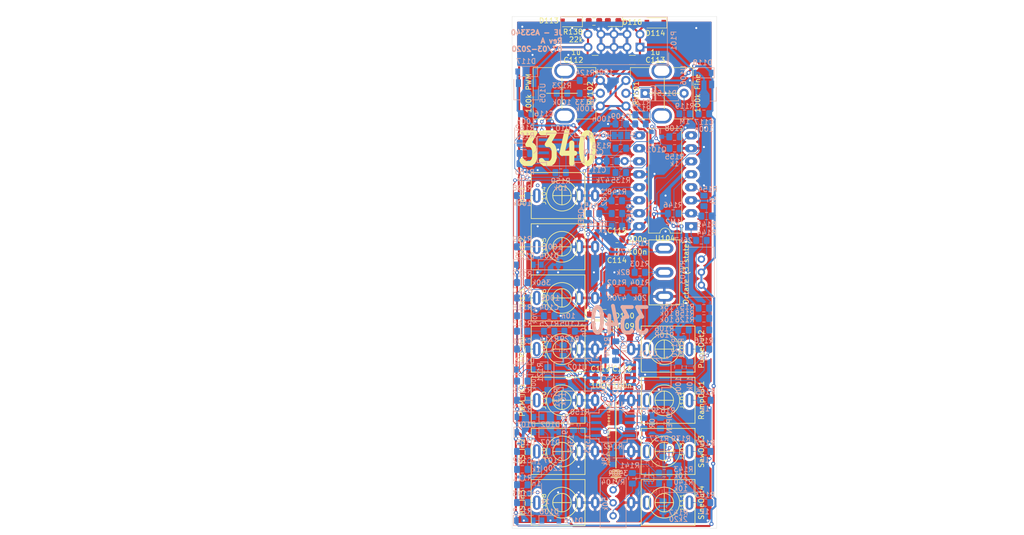
<source format=kicad_pcb>
(kicad_pcb (version 20171130) (host pcbnew "(5.1.0)-1")
  (layers (0 F.Cu signal) (31 B.Cu signal) (34 B.Paste user) (35 F.Paste user) (36 B.SilkS user) (37 F.SilkS user) (38 B.Mask user) (39 F.Mask user) (44 Edge.Cuts user))
  (net 0 "")
  (net 1 GND)
  (net 2 "Net-(C101-Pad2)")
  (net 3 "Net-(C101-Pad1)")
  (net 4 3SoftSyncIn2)
  (net 5 "Net-(C102-Pad2)")
  (net 6 3HardSyncIn3)
  (net 7 "Net-(C103-Pad2)")
  (net 8 "Net-(C104-Pad2)")
  (net 9 -12VA)
  (net 10 "Net-(C105-Pad2)")
  (net 11 3PWM_In5)
  (net 12 "Net-(C106-Pad1)")
  (net 13 "Net-(C107-Pad1)")
  (net 14 "Net-(C108-Pad2)")
  (net 15 3VSO_3)
  (net 16 "Net-(C110-Pad2)")
  (net 17 +12VA)
  (net 18 +5V)
  (net 19 -5V)
  (net 20 "Net-(D101-Pad2)")
  (net 21 3CVIn1)
  (net 22 3FM_Lin_In4)
  (net 23 "Net-(D115-Pad1)")
  (net 24 "Net-(D116-Pad2)")
  (net 25 "Net-(J101-PadT)")
  (net 26 "Net-(J102-PadT)")
  (net 27 "Net-(J103-PadT)")
  (net 28 "Net-(J104-PadT)")
  (net 29 "Net-(J105-PadT)")
  (net 30 "Net-(J106-PadT)")
  (net 31 "Net-(J107-PadT)")
  (net 32 "Net-(J108-PadT)")
  (net 33 "Net-(J110-PadT)")
  (net 34 3Sine)
  (net 35 "Net-(JP101-Pad2)")
  (net 36 "Net-(Q102-Pad1)")
  (net 37 "Net-(Q102-Pad2)")
  (net 38 "Net-(Q102-Pad3)")
  (net 39 "Net-(Q102-Pad4)")
  (net 40 "Net-(Q102-Pad5)")
  (net 41 "Net-(R101-Pad1)")
  (net 42 "Net-(R102-Pad1)")
  (net 43 3Octave)
  (net 44 "Net-(R105-Pad1)")
  (net 45 "Net-(R107-Pad1)")
  (net 46 "Net-(R116-Pad1)")
  (net 47 "Net-(R119-Pad1)")
  (net 48 "Net-(R120-Pad1)")
  (net 49 "Net-(R121-Pad1)")
  (net 50 3PWM_Adj)
  (net 51 3VP_2)
  (net 52 "Net-(R126-Pad2)")
  (net 53 "Net-(R127-Pad2)")
  (net 54 "Net-(R132-Pad1)")
  (net 55 "Net-(R133-Pad1)")
  (net 56 3VTO_1)
  (net 57 "Net-(R142-Pad1)")
  (net 58 "Net-(R144-Pad2)")
  (net 59 "Net-(R144-Pad1)")
  (net 60 "Net-(R145-Pad1)")
  (net 61 "Net-(R148-Pad2)")
  (net 62 "Net-(R150-Pad2)")
  (net 63 "Net-(R151-Pad1)")
  (net 64 "Net-(R152-Pad2)")
  (net 65 "Net-(R154-Pad2)")
  (net 66 "Net-(R155-Pad2)")
  (net 67 "Net-(R159-Pad1)")
  (net 68 "Net-(R159-Pad2)")
  (net 69 "Net-(R161-Pad1)")
  (net 70 "Net-(U104-Pad10)")
  (net 71 "Net-(D103-Pad2)")
  (net 72 "Net-(Q102-Pad6)")
  (module AJ:Johansen_engineering_logo_20mm (layer F.Cu) (at 70.25 133 90)
    (fp_text reference G*** hide)
    (fp_text value LOGO hide)
  )
  (module Capacitor_SMD:C_0805_2012Metric_Pad1.15x1.40mm_HandSolder (layer B.Cu) (at 52 115)
    (fp_text reference C101 (at 0 -1.5) (layer B.SilkS) (effects (justify mirror)))
    (fp_text value 100n)
    (pad 2 smd roundrect (at 1.025 0) (size 1.15 1.4) (layers B.Cu B.Paste B.Mask) (roundrect_rratio 0.217391) (net 2 "Net-(C101-Pad2)"))
    (pad 1 smd roundrect (at -1.025 0) (size 1.15 1.4) (layers B.Cu B.Paste B.Mask) (roundrect_rratio 0.217391) (net 3 "Net-(C101-Pad1)"))
  )
  (module Capacitor_SMD:C_0805_2012Metric_Pad1.15x1.40mm_HandSolder (layer B.Cu) (at 52 135 180)
    (fp_text reference C102 (at 0 -1.75 180) (layer B.SilkS) (effects (justify mirror)))
    (fp_text value 1n (at -2.75 -2 180) (layer B.SilkS) (effects (justify mirror)))
    (pad 1 smd roundrect (at -1.025 0 180) (size 1.15 1.4) (layers B.Cu B.Paste B.Mask) (roundrect_rratio 0.217391) (net 4 3SoftSyncIn2))
    (pad 2 smd roundrect (at 1.025 0 180) (size 1.15 1.4) (layers B.Cu B.Paste B.Mask) (roundrect_rratio 0.217391) (net 5 "Net-(C102-Pad2)"))
  )
  (module Capacitor_SMD:C_0805_2012Metric_Pad1.15x1.40mm_HandSolder (layer B.Cu) (at 52 141.5 180)
    (fp_text reference C103 (at 0 -1.75 180) (layer B.SilkS) (effects (justify mirror)))
    (fp_text value 1n (at -2.75 0.25 180) (layer B.SilkS) (effects (justify mirror)))
    (pad 1 smd roundrect (at -1.025 0 180) (size 1.15 1.4) (layers B.Cu B.Paste B.Mask) (roundrect_rratio 0.217391) (net 6 3HardSyncIn3))
    (pad 2 smd roundrect (at 1.025 0 180) (size 1.15 1.4) (layers B.Cu B.Paste B.Mask) (roundrect_rratio 0.217391) (net 7 "Net-(C103-Pad2)"))
  )
  (module Capacitor_SMD:C_0805_2012Metric_Pad1.15x1.40mm_HandSolder (layer B.Cu) (at 57.25 108.5 180)
    (fp_text reference C104 (at 0 1.65 180) (layer B.SilkS) (effects (justify mirror)))
    (fp_text value 10n (at -3.75 0 180) (layer B.SilkS) (effects (justify mirror)))
    (pad 2 smd roundrect (at 1.025 0 180) (size 1.15 1.4) (layers B.Cu B.Paste B.Mask) (roundrect_rratio 0.217391) (net 8 "Net-(C104-Pad2)"))
    (pad 1 smd roundrect (at -1.025 0 180) (size 1.15 1.4) (layers B.Cu B.Paste B.Mask) (roundrect_rratio 0.217391) (net 1 GND))
  )
  (module Capacitor_SMD:C_0805_2012Metric_Pad1.15x1.40mm_HandSolder (layer B.Cu) (at 61.25 111.5 180)
    (fp_text reference C105 (at 0 1.5 180) (layer B.SilkS) (effects (justify mirror)))
    (fp_text value 10n (at -2.75 0.25 270) (layer B.SilkS) (effects (justify mirror)))
    (pad 1 smd roundrect (at -1.025 0 180) (size 1.15 1.4) (layers B.Cu B.Paste B.Mask) (roundrect_rratio 0.217391) (net 9 -12VA))
    (pad 2 smd roundrect (at 1.025 0 180) (size 1.15 1.4) (layers B.Cu B.Paste B.Mask) (roundrect_rratio 0.217391) (net 10 "Net-(C105-Pad2)"))
  )
  (module Capacitor_SMD:C_0805_2012Metric_Pad1.15x1.40mm_HandSolder (layer B.Cu) (at 68.25 118.25 90)
    (fp_text reference C106 (at -3.75 -0.25 90) (layer B.SilkS) (effects (justify mirror)))
    (fp_text value 10n (at -3 0.75 90) (layer B.SilkS) (effects (font (size 0.8 0.8) (thickness 0.12)) (justify mirror)))
    (pad 2 smd roundrect (at 1.025 0 90) (size 1.15 1.4) (layers B.Cu B.Paste B.Mask) (roundrect_rratio 0.217391) (net 11 3PWM_In5))
    (pad 1 smd roundrect (at -1.025 0 90) (size 1.15 1.4) (layers B.Cu B.Paste B.Mask) (roundrect_rratio 0.217391) (net 12 "Net-(C106-Pad1)"))
  )
  (module Capacitor_SMD:C_0805_2012Metric_Pad1.15x1.40mm_HandSolder (layer B.Cu) (at 58 135 180)
    (fp_text reference C107 (at 0 -1.75 180) (layer B.SilkS) (effects (justify mirror)))
    (fp_text value 220p (at 0 -3.25 180) (layer B.SilkS) (effects (justify mirror)))
    (pad 1 smd roundrect (at -1.025 0 180) (size 1.15 1.4) (layers B.Cu B.Paste B.Mask) (roundrect_rratio 0.217391) (net 13 "Net-(C107-Pad1)"))
    (pad 2 smd roundrect (at 1.025 0 180) (size 1.15 1.4) (layers B.Cu B.Paste B.Mask) (roundrect_rratio 0.217391) (net 4 3SoftSyncIn2))
  )
  (module Capacitor_SMD:C_0805_2012Metric_Pad1.15x1.40mm_HandSolder (layer B.Cu) (at 81.75 73.5 180)
    (fp_text reference C108 (at 0 1.65 180) (layer B.SilkS) (effects (justify mirror)))
    (fp_text value 100n)
    (pad 2 smd roundrect (at 1.025 0 180) (size 1.15 1.4) (layers B.Cu B.Paste B.Mask) (roundrect_rratio 0.217391) (net 14 "Net-(C108-Pad2)"))
    (pad 1 smd roundrect (at -1.025 0 180) (size 1.15 1.4) (layers B.Cu B.Paste B.Mask) (roundrect_rratio 0.217391) (net 1 GND))
  )
  (module Capacitor_SMD:C_0805_2012Metric_Pad1.15x1.40mm_HandSolder (layer B.Cu) (at 71.25 71)
    (fp_text reference C109 (at 0 -1.5) (layer B.SilkS) (effects (justify mirror)))
    (fp_text value 100n (at -3.75 -1) (layer B.SilkS) (effects (justify mirror)))
    (pad 2 smd roundrect (at 1.025 0) (size 1.15 1.4) (layers B.Cu B.Paste B.Mask) (roundrect_rratio 0.217391) (net 15 3VSO_3))
    (pad 1 smd roundrect (at -1.025 0) (size 1.15 1.4) (layers B.Cu B.Paste B.Mask) (roundrect_rratio 0.217391) (net 1 GND))
  )
  (module Capacitor_THT:C_Rect_L7.0mm_W2.0mm_P5.00mm (layer B.Cu) (at 67 78.25)
    (fp_text reference C110 (at -1 -1.75) (layer B.SilkS) (effects (justify mirror)))
    (fp_text value "1n poly")
    (pad 1 thru_hole circle (at 0 0) (size 1.6 1.6) (drill 0.8) (layers *.Cu *.Mask) (net 1 GND))
    (pad 2 thru_hole circle (at 5 0) (size 1.6 1.6) (drill 0.8) (layers *.Cu *.Mask) (net 16 "Net-(C110-Pad2)"))
  )
  (module Capacitor_SMD:C_0805_2012Metric_Pad1.15x1.40mm_HandSolder (layer B.Cu) (at 69.5 78.25 180)
    (fp_text reference C111 (at 3 -1.75 180) (layer B.SilkS) (effects (justify mirror)))
    (fp_text value "1n alt")
    (pad 1 smd roundrect (at -1.025 0 180) (size 1.15 1.4) (layers B.Cu B.Paste B.Mask) (roundrect_rratio 0.217391) (net 16 "Net-(C110-Pad2)"))
    (pad 2 smd roundrect (at 1.025 0 180) (size 1.15 1.4) (layers B.Cu B.Paste B.Mask) (roundrect_rratio 0.217391) (net 1 GND))
  )
  (module Capacitor_SMD:C_1206_3216Metric_Pad1.42x1.75mm_HandSolder (layer F.Cu) (at 66.25 58.5)
    (fp_text reference C112 (at -4.25 0) (layer F.SilkS))
    (fp_text value 1u (at -3.75 -1.5) (layer F.SilkS))
    (pad 1 smd roundrect (at -1.4875 0) (size 1.425 1.75) (layers F.Cu F.Paste F.Mask) (roundrect_rratio 0.175439) (net 17 +12VA))
    (pad 2 smd roundrect (at 1.4875 0) (size 1.425 1.75) (layers F.Cu F.Paste F.Mask) (roundrect_rratio 0.175439) (net 1 GND))
  )
  (module Capacitor_SMD:C_1206_3216Metric_Pad1.42x1.75mm_HandSolder (layer F.Cu) (at 73.5 58.5)
    (fp_text reference C113 (at 4.5 0) (layer F.SilkS))
    (fp_text value 1u (at 4.5 -1.5) (layer F.SilkS))
    (pad 2 smd roundrect (at 1.4875 0) (size 1.425 1.75) (layers F.Cu F.Paste F.Mask) (roundrect_rratio 0.175439) (net 9 -12VA))
    (pad 1 smd roundrect (at -1.4875 0) (size 1.425 1.75) (layers F.Cu F.Paste F.Mask) (roundrect_rratio 0.175439) (net 1 GND))
  )
  (module Capacitor_SMD:C_0805_2012Metric_Pad1.15x1.40mm_HandSolder (layer F.Cu) (at 70.5 96 180)
    (fp_text reference C114 (at 0 -1.65 180) (layer F.SilkS))
    (fp_text value 100n (at -4 0 180) (layer F.SilkS))
    (pad 2 smd roundrect (at 1.025 0 180) (size 1.15 1.4) (layers F.Cu F.Paste F.Mask) (roundrect_rratio 0.217391) (net 1 GND))
    (pad 1 smd roundrect (at -1.025 0 180) (size 1.15 1.4) (layers F.Cu F.Paste F.Mask) (roundrect_rratio 0.217391) (net 17 +12VA))
  )
  (module Capacitor_SMD:C_0805_2012Metric_Pad1.15x1.40mm_HandSolder (layer F.Cu) (at 70.525 93.5)
    (fp_text reference C115 (at 0 -1.65) (layer F.SilkS))
    (fp_text value 100n (at 3.975 0) (layer F.SilkS))
    (pad 1 smd roundrect (at -1.025 0) (size 1.15 1.4) (layers F.Cu F.Paste F.Mask) (roundrect_rratio 0.217391) (net 1 GND))
    (pad 2 smd roundrect (at 1.025 0) (size 1.15 1.4) (layers F.Cu F.Paste F.Mask) (roundrect_rratio 0.217391) (net 9 -12VA))
  )
  (module Capacitor_SMD:C_0805_2012Metric_Pad1.15x1.40mm_HandSolder (layer B.Cu) (at 52.75 69 180)
    (fp_text reference C116 (at -3.5 0 180) (layer B.SilkS) (effects (justify mirror)))
    (fp_text value 100n (at 0 -1.5 180) (layer B.SilkS) (effects (justify mirror)))
    (pad 2 smd roundrect (at 1.025 0 180) (size 1.15 1.4) (layers B.Cu B.Paste B.Mask) (roundrect_rratio 0.217391) (net 18 +5V))
    (pad 1 smd roundrect (at -1.025 0 180) (size 1.15 1.4) (layers B.Cu B.Paste B.Mask) (roundrect_rratio 0.217391) (net 1 GND))
  )
  (module Capacitor_SMD:C_0805_2012Metric_Pad1.15x1.40mm_HandSolder (layer B.Cu) (at 87.5 69)
    (fp_text reference C117 (at 0 1.65) (layer B.SilkS) (effects (justify mirror)))
    (fp_text value 100n (at 0 3) (layer B.SilkS) (effects (justify mirror)))
    (pad 1 smd roundrect (at -1.025 0) (size 1.15 1.4) (layers B.Cu B.Paste B.Mask) (roundrect_rratio 0.217391) (net 1 GND))
    (pad 2 smd roundrect (at 1.025 0) (size 1.15 1.4) (layers B.Cu B.Paste B.Mask) (roundrect_rratio 0.217391) (net 19 -5V))
  )
  (module Capacitor_SMD:C_0805_2012Metric_Pad1.15x1.40mm_HandSolder (layer F.Cu) (at 71.525 120.5)
    (fp_text reference C118 (at 0 -1.65) (layer F.SilkS))
    (fp_text value 100n (at 0 1.65) (layer F.SilkS))
    (pad 2 smd roundrect (at 1.025 0) (size 1.15 1.4) (layers F.Cu F.Paste F.Mask) (roundrect_rratio 0.217391) (net 1 GND))
    (pad 1 smd roundrect (at -1.025 0) (size 1.15 1.4) (layers F.Cu F.Paste F.Mask) (roundrect_rratio 0.217391) (net 17 +12VA))
  )
  (module Capacitor_SMD:C_0805_2012Metric_Pad1.15x1.40mm_HandSolder (layer F.Cu) (at 67.275 120.5)
    (fp_text reference C119 (at 0 -1.65) (layer F.SilkS))
    (fp_text value 100n (at 0 1.65) (layer F.SilkS))
    (pad 1 smd roundrect (at -1.025 0) (size 1.15 1.4) (layers F.Cu F.Paste F.Mask) (roundrect_rratio 0.217391) (net 1 GND))
    (pad 2 smd roundrect (at 1.025 0) (size 1.15 1.4) (layers F.Cu F.Paste F.Mask) (roundrect_rratio 0.217391) (net 9 -12VA))
  )
  (module Diode_SMD:D_SOD-123 (layer B.Cu) (at 52.6 128.25)
    (fp_text reference D101 (at 0.15 1.5) (layer B.SilkS) (effects (justify mirror)))
    (fp_text value 1N1007)
    (pad 2 smd rect (at 1.65 0) (size 0.9 1.2) (layers B.Cu B.Paste B.Mask) (net 20 "Net-(D101-Pad2)"))
    (pad 1 smd rect (at -1.65 0) (size 0.9 1.2) (layers B.Cu B.Paste B.Mask) (net 17 +12VA))
  )
  (module Diode_SMD:D_SOD-123 (layer B.Cu) (at 57.5 128.25)
    (fp_text reference D102 (at 0 1.5) (layer B.SilkS) (effects (justify mirror)))
    (fp_text value 1N1007)
    (pad 2 smd rect (at 1.65 0) (size 0.9 1.2) (layers B.Cu B.Paste B.Mask) (net 19 -5V))
    (pad 1 smd rect (at -1.65 0) (size 0.9 1.2) (layers B.Cu B.Paste B.Mask) (net 20 "Net-(D101-Pad2)"))
  )
  (module Diode_SMD:D_SOD-123 (layer B.Cu) (at 52.5 98.5)
    (fp_text reference D103 (at 0 -1.75) (layer B.SilkS) (effects (justify mirror)))
    (fp_text value 1N1007)
    (pad 1 smd rect (at -1.65 0) (size 0.9 1.2) (layers B.Cu B.Paste B.Mask) (net 17 +12VA))
    (pad 2 smd rect (at 1.65 0) (size 0.9 1.2) (layers B.Cu B.Paste B.Mask) (net 71 "Net-(D103-Pad2)"))
  )
  (module Diode_SMD:D_SOD-123 (layer B.Cu) (at 57.375001 98.5)
    (fp_text reference D104 (at -0.125001 -1.75) (layer B.SilkS) (effects (justify mirror)))
    (fp_text value 1N1007)
    (pad 2 smd rect (at 1.65 0) (size 0.9 1.2) (layers B.Cu B.Paste B.Mask) (net 1 GND))
    (pad 1 smd rect (at -1.65 0) (size 0.9 1.2) (layers B.Cu B.Paste B.Mask) (net 71 "Net-(D103-Pad2)"))
  )
  (module Diode_SMD:D_SOD-123 (layer B.Cu) (at 52.6 131.25)
    (fp_text reference D105 (at 0 2) (layer B.SilkS) (effects (justify mirror)))
    (fp_text value 1N1007)
    (pad 2 smd rect (at 1.65 0) (size 0.9 1.2) (layers B.Cu B.Paste B.Mask) (net 4 3SoftSyncIn2))
    (pad 1 smd rect (at -1.65 0) (size 0.9 1.2) (layers B.Cu B.Paste B.Mask) (net 17 +12VA))
  )
  (module Diode_SMD:D_SOD-123 (layer B.Cu) (at 52.5 148.5)
    (fp_text reference D106 (at 4.75 -1.75) (layer B.SilkS) (effects (justify mirror)))
    (fp_text value 1N1007)
    (pad 1 smd rect (at -1.65 0) (size 0.9 1.2) (layers B.Cu B.Paste B.Mask) (net 17 +12VA))
    (pad 2 smd rect (at 1.65 0) (size 0.9 1.2) (layers B.Cu B.Paste B.Mask) (net 6 3HardSyncIn3))
  )
  (module Diode_SMD:D_SOD-123 (layer B.Cu) (at 57.5 131.25)
    (fp_text reference D107 (at 0 2) (layer B.SilkS) (effects (justify mirror)))
    (fp_text value 1N1007)
    (pad 1 smd rect (at -1.65 0) (size 0.9 1.2) (layers B.Cu B.Paste B.Mask) (net 4 3SoftSyncIn2))
    (pad 2 smd rect (at 1.65 0) (size 0.9 1.2) (layers B.Cu B.Paste B.Mask) (net 1 GND))
  )
  (module Diode_SMD:D_SOD-123 (layer B.Cu) (at 57.5 148.5)
    (fp_text reference D108 (at 4.5 0) (layer B.SilkS) (effects (justify mirror)))
    (fp_text value 1N1007)
    (pad 1 smd rect (at -1.65 0) (size 0.9 1.2) (layers B.Cu B.Paste B.Mask) (net 6 3HardSyncIn3))
    (pad 2 smd rect (at 1.65 0) (size 0.9 1.2) (layers B.Cu B.Paste B.Mask) (net 1 GND))
  )
  (module Diode_SMD:D_SOD-123 (layer F.Cu) (at 67.5 110.5 180)
    (fp_text reference D109 (at -4.5 0 180) (layer F.SilkS))
    (fp_text value 1N1007)
    (pad 2 smd rect (at 1.65 0 180) (size 0.9 1.2) (layers F.Cu F.Paste F.Mask) (net 22 3FM_Lin_In4))
    (pad 1 smd rect (at -1.65 0 180) (size 0.9 1.2) (layers F.Cu F.Paste F.Mask) (net 17 +12VA))
  )
  (module Diode_SMD:D_SOD-123 (layer F.Cu) (at 66.75 108.25)
    (fp_text reference D110 (at 5.25 0.25) (layer F.SilkS))
    (fp_text value 1N1007)
    (pad 1 smd rect (at -1.65 0) (size 0.9 1.2) (layers F.Cu F.Paste F.Mask) (net 22 3FM_Lin_In4))
    (pad 2 smd rect (at 1.65 0) (size 0.9 1.2) (layers F.Cu F.Paste F.Mask) (net 9 -12VA))
  )
  (module Diode_SMD:D_SOD-123 (layer B.Cu) (at 52.5 119)
    (fp_text reference D112 (at 0 -1.75) (layer B.SilkS) (effects (justify mirror)))
    (fp_text value 1N4148)
    (pad 2 smd rect (at 1.65 0) (size 0.9 1.2) (layers B.Cu B.Paste B.Mask) (net 12 "Net-(C106-Pad1)"))
    (pad 1 smd rect (at -1.65 0) (size 0.9 1.2) (layers B.Cu B.Paste B.Mask) (net 11 3PWM_In5))
  )
  (module Diode_SMD:D_SOD-123 (layer F.Cu) (at 61.5 51 180)
    (fp_text reference D113 (at 4.3 0.2 180) (layer F.SilkS))
    (fp_text value 1N1007)
    (pad 1 smd rect (at -1.65 0 180) (size 0.9 1.2) (layers F.Cu F.Paste F.Mask) (net 17 +12VA))
    (pad 2 smd rect (at 1.65 0 180) (size 0.9 1.2) (layers F.Cu F.Paste F.Mask) (net 1 GND))
  )
  (module Diode_SMD:D_SOD-123 (layer F.Cu) (at 78 51.25 180)
    (fp_text reference D114 (at 0 -2 180) (layer F.SilkS))
    (fp_text value 1N1007)
    (pad 1 smd rect (at -1.65 0 180) (size 0.9 1.2) (layers F.Cu F.Paste F.Mask) (net 1 GND))
    (pad 2 smd rect (at 1.65 0 180) (size 0.9 1.2) (layers F.Cu F.Paste F.Mask) (net 9 -12VA))
  )
  (module LED_SMD:LED_0805_2012Metric_Pad1.15x1.40mm_HandSolder (layer F.Cu) (at 69.75 51 180)
    (fp_text reference D116 (at -3.75 -0.1 180) (layer F.SilkS))
    (fp_text value LED)
    (pad 1 smd roundrect (at -1.025 0 180) (size 1.15 1.4) (layers F.Cu F.Paste F.Mask) (roundrect_rratio 0.217391) (net 9 -12VA))
    (pad 2 smd roundrect (at 1.025 0 180) (size 1.15 1.4) (layers F.Cu F.Paste F.Mask) (roundrect_rratio 0.217391) (net 24 "Net-(D116-Pad2)"))
  )
  (module Diode_SMD:D_SOD-123 (layer B.Cu) (at 52.75 60.75 180)
    (fp_text reference D117 (at 0 2 180) (layer B.SilkS) (effects (justify mirror)))
    (fp_text value 1N1007)
    (pad 1 smd rect (at -1.65 0 180) (size 0.9 1.2) (layers B.Cu B.Paste B.Mask) (net 17 +12VA))
    (pad 2 smd rect (at 1.65 0 180) (size 0.9 1.2) (layers B.Cu B.Paste B.Mask) (net 18 +5V))
  )
  (module Diode_SMD:D_SOD-123 (layer B.Cu) (at 87.25 61 180)
    (fp_text reference D118 (at 0 2 180) (layer B.SilkS) (effects (justify mirror)))
    (fp_text value 1N1007)
    (pad 2 smd rect (at 1.65 0 180) (size 0.9 1.2) (layers B.Cu B.Paste B.Mask) (net 9 -12VA))
    (pad 1 smd rect (at -1.65 0 180) (size 0.9 1.2) (layers B.Cu B.Paste B.Mask) (net 19 -5V))
  )
  (module AJ-Dropbox-Kicad:PJ301SM (layer F.Cu) (at 79.75 125 270)
    (fp_text reference J101 (at 0 -3.5 270) (layer F.SilkS) (effects (font (size 0.75 1) (thickness 0.125))))
    (fp_text value RampOut1 (at 0 -7.25 270) (layer F.SilkS))
    (pad TN thru_hole oval (at 0 3.38 270) (size 2.8 1.6) (drill oval 2 0.6) (layers *.Cu *.Mask))
    (pad S thru_hole oval (at 0 6.48 270) (size 2.4 1.6) (drill oval 1.4 0.6) (layers *.Cu *.Mask) (net 1 GND))
    (pad T thru_hole oval (at 0 -4.92 270) (size 2.8 1.5) (drill oval 2.1 0.5) (layers *.Cu *.Mask) (net 25 "Net-(J101-PadT)"))
  )
  (module AJ-Dropbox-Kicad:PJ301SM (layer F.Cu) (at 79.75 115 270)
    (fp_text reference J102 (at 0 -3.5 270) (layer F.SilkS) (effects (font (size 0.75 1) (thickness 0.125))))
    (fp_text value PulseOut2 (at 0 -7.25 270) (layer F.SilkS))
    (pad T thru_hole oval (at 0 -4.92 270) (size 2.8 1.5) (drill oval 2.1 0.5) (layers *.Cu *.Mask) (net 26 "Net-(J102-PadT)"))
    (pad S thru_hole oval (at 0 6.48 270) (size 2.4 1.6) (drill oval 1.4 0.6) (layers *.Cu *.Mask) (net 1 GND))
    (pad TN thru_hole oval (at 0 3.38 270) (size 2.8 1.6) (drill oval 2 0.6) (layers *.Cu *.Mask))
  )
  (module AJ-Dropbox-Kicad:PJ301SM (layer F.Cu) (at 79.75 135 270)
    (fp_text reference J103 (at 0 -3.5 270) (layer F.SilkS) (effects (font (size 0.75 1) (thickness 0.125))))
    (fp_text value SawOut3 (at 0 -7.25 270) (layer F.SilkS))
    (pad TN thru_hole oval (at 0 3.38 270) (size 2.8 1.6) (drill oval 2 0.6) (layers *.Cu *.Mask))
    (pad S thru_hole oval (at 0 6.48 270) (size 2.4 1.6) (drill oval 1.4 0.6) (layers *.Cu *.Mask) (net 1 GND))
    (pad T thru_hole oval (at 0 -4.92 270) (size 2.8 1.5) (drill oval 2.1 0.5) (layers *.Cu *.Mask) (net 27 "Net-(J103-PadT)"))
  )
  (module AJ-Dropbox-Kicad:PJ301SM (layer F.Cu) (at 59.75 85 90)
    (fp_text reference J104 (at 0 -3.5 90) (layer F.SilkS) (effects (font (size 0.75 1) (thickness 0.125))))
    (fp_text value In1.1 (at 0 -7.75 90) (layer F.SilkS))
    (pad TN thru_hole oval (at 0 3.38 90) (size 2.8 1.6) (drill oval 2 0.6) (layers *.Cu *.Mask) (net 1 GND))
    (pad S thru_hole oval (at 0 6.48 90) (size 2.4 1.6) (drill oval 1.4 0.6) (layers *.Cu *.Mask) (net 1 GND))
    (pad T thru_hole oval (at 0 -4.92 90) (size 2.8 1.5) (drill oval 2.1 0.5) (layers *.Cu *.Mask) (net 28 "Net-(J104-PadT)"))
  )
  (module AJ-Dropbox-Kicad:PJ301SM (layer F.Cu) (at 59.75 95 90)
    (fp_text reference J105 (at 0 -3.5 90) (layer F.SilkS) (effects (font (size 0.75 1) (thickness 0.125))))
    (fp_text value In1.2 (at 0 -7.75 90) (layer F.SilkS))
    (pad T thru_hole oval (at 0 -4.92 90) (size 2.8 1.5) (drill oval 2.1 0.5) (layers *.Cu *.Mask) (net 29 "Net-(J105-PadT)"))
    (pad S thru_hole oval (at 0 6.48 90) (size 2.4 1.6) (drill oval 1.4 0.6) (layers *.Cu *.Mask) (net 1 GND))
    (pad TN thru_hole oval (at 0 3.38 90) (size 2.8 1.6) (drill oval 2 0.6) (layers *.Cu *.Mask) (net 1 GND))
  )
  (module AJ-Dropbox-Kicad:PJ301SM (layer F.Cu) (at 59.75 105 90)
    (fp_text reference J106 (at 0 -3.5 90) (layer F.SilkS) (effects (font (size 0.75 1) (thickness 0.125))))
    (fp_text value In1.3 (at 0 -7.75 90) (layer F.SilkS))
    (pad T thru_hole oval (at 0 -4.92 90) (size 2.8 1.5) (drill oval 2.1 0.5) (layers *.Cu *.Mask) (net 30 "Net-(J106-PadT)"))
    (pad S thru_hole oval (at 0 6.48 90) (size 2.4 1.6) (drill oval 1.4 0.6) (layers *.Cu *.Mask) (net 1 GND))
    (pad TN thru_hole oval (at 0 3.38 90) (size 2.8 1.6) (drill oval 2 0.6) (layers *.Cu *.Mask) (net 1 GND))
  )
  (module AJ-Dropbox-Kicad:PJ301SM (layer F.Cu) (at 59.75 135 90)
    (fp_text reference J107 (at 0 -3.5 90) (layer F.SilkS) (effects (font (size 0.75 1) (thickness 0.125))))
    (fp_text value SS_In2 (at 0 -7.75 90) (layer F.SilkS))
    (pad T thru_hole oval (at 0 -4.92 90) (size 2.8 1.5) (drill oval 2.1 0.5) (layers *.Cu *.Mask) (net 31 "Net-(J107-PadT)"))
    (pad S thru_hole oval (at 0 6.48 90) (size 2.4 1.6) (drill oval 1.4 0.6) (layers *.Cu *.Mask) (net 1 GND))
    (pad TN thru_hole oval (at 0 3.38 90) (size 2.8 1.6) (drill oval 2 0.6) (layers *.Cu *.Mask) (net 1 GND))
  )
  (module AJ-Dropbox-Kicad:PJ301SM (layer F.Cu) (at 59.75 145 90)
    (fp_text reference J108 (at 0 -3.5 90) (layer F.SilkS) (effects (font (size 0.75 1) (thickness 0.125))))
    (fp_text value HS_In3 (at 0 -7.75 90) (layer F.SilkS))
    (pad T thru_hole oval (at 0 -4.92 90) (size 2.8 1.5) (drill oval 2.1 0.5) (layers *.Cu *.Mask) (net 32 "Net-(J108-PadT)"))
    (pad S thru_hole oval (at 0 6.48 90) (size 2.4 1.6) (drill oval 1.4 0.6) (layers *.Cu *.Mask) (net 1 GND))
    (pad TN thru_hole oval (at 0 3.38 90) (size 2.8 1.6) (drill oval 2 0.6) (layers *.Cu *.Mask) (net 1 GND))
  )
  (module AJ-Dropbox-Kicad:PJ301SM (layer F.Cu) (at 59.75 115 90)
    (fp_text reference J109 (at 0 -3.5 90) (layer F.SilkS) (effects (font (size 0.75 1) (thickness 0.125))))
    (fp_text value FM_In4 (at 0 -7.75 90) (layer F.SilkS))
    (pad TN thru_hole oval (at 0 3.38 90) (size 2.8 1.6) (drill oval 2 0.6) (layers *.Cu *.Mask) (net 1 GND))
    (pad S thru_hole oval (at 0 6.48 90) (size 2.4 1.6) (drill oval 1.4 0.6) (layers *.Cu *.Mask) (net 1 GND))
    (pad T thru_hole oval (at 0 -4.92 90) (size 2.8 1.5) (drill oval 2.1 0.5) (layers *.Cu *.Mask) (net 2 "Net-(C101-Pad2)"))
  )
  (module AJ-Dropbox-Kicad:PJ301SM (layer F.Cu) (at 59.75 125 90)
    (fp_text reference J110 (at 0 -3.5 90) (layer F.SilkS) (effects (font (size 0.75 1) (thickness 0.125))))
    (fp_text value PWM_In5 (at 0 -7.75 90) (layer F.SilkS))
    (pad T thru_hole oval (at 0 -4.92 90) (size 2.8 1.5) (drill oval 2.1 0.5) (layers *.Cu *.Mask) (net 33 "Net-(J110-PadT)"))
    (pad S thru_hole oval (at 0 6.48 90) (size 2.4 1.6) (drill oval 1.4 0.6) (layers *.Cu *.Mask) (net 1 GND))
    (pad TN thru_hole oval (at 0 3.38 90) (size 2.8 1.6) (drill oval 2 0.6) (layers *.Cu *.Mask) (net 1 GND))
  )
  (module AJ-Dropbox-Kicad:PJ301SM (layer F.Cu) (at 79.75 145 270)
    (fp_text reference J111 (at 0 -3.5 270) (layer F.SilkS) (effects (font (size 0.75 1) (thickness 0.125))))
    (fp_text value SineOut4 (at 0 -7.25 270) (layer F.SilkS))
    (pad TN thru_hole oval (at 0 3.38 270) (size 2.8 1.6) (drill oval 2 0.6) (layers *.Cu *.Mask))
    (pad S thru_hole oval (at 0 6.48 270) (size 2.4 1.6) (drill oval 1.4 0.6) (layers *.Cu *.Mask) (net 1 GND))
    (pad T thru_hole oval (at 0 -4.92 270) (size 2.8 1.5) (drill oval 2.1 0.5) (layers *.Cu *.Mask) (net 34 3Sine))
  )
  (module Jumper:SolderJumper-3_P1.3mm_Bridged12_Pad1.0x1.5mm_NumberLabels (layer B.Cu) (at 71.25 73.25)
    (fp_text reference JP101 (at -4.25 0) (layer B.SilkS) (effects (justify mirror)))
    (fp_text value Jumper)
    (fp_text user 3 (at 2.6 0) (layer B.SilkS) (effects (justify mirror)))
    (pad 1 smd custom (at -1.3 0) (size 1 1.5) (layers B.Cu B.Mask) (net 18 +5V) (options (clearance outline) (anchor rect)) (primitives (gr_poly (pts (xy 0.4 0.3) (xy 0.9 0.3) (xy 0.9 -0.3) (xy 0.4 -0.3)) (width 0))))
    (pad 3 smd rect (at 1.3 0) (size 1 1.5) (layers B.Cu B.Mask) (net 15 3VSO_3))
    (pad 2 smd rect (at 0 0) (size 1 1.5) (layers B.Cu B.Mask) (net 35 "Net-(JP101-Pad2)"))
  )
  (module Connector_IDC:IDC-Header_2x05_P2.54mm_Vertical (layer B.Cu) (at 75 56 90)
    (fp_text reference P101 (at 1.27 6.604 90) (layer B.SilkS) (effects (justify mirror)))
    (fp_text value HEADER_2x5_Doepfer)
    (pad 1 thru_hole rect (at 0 0 90) (size 1.7272 1.7272) (drill 1.016) (layers *.Cu *.Mask) (net 9 -12VA))
    (pad 2 thru_hole oval (at 2.54 0 90) (size 1.7272 1.7272) (drill 1.016) (layers *.Cu *.Mask) (net 9 -12VA))
    (pad 3 thru_hole oval (at 0 -2.54 90) (size 1.7272 1.7272) (drill 1.016) (layers *.Cu *.Mask) (net 1 GND))
    (pad 4 thru_hole oval (at 2.54 -2.54 90) (size 1.7272 1.7272) (drill 1.016) (layers *.Cu *.Mask) (net 1 GND))
    (pad 5 thru_hole oval (at 0 -5.08 90) (size 1.7272 1.7272) (drill 1.016) (layers *.Cu *.Mask) (net 1 GND))
    (pad 6 thru_hole oval (at 2.54 -5.08 90) (size 1.7272 1.7272) (drill 1.016) (layers *.Cu *.Mask) (net 1 GND))
    (pad 7 thru_hole oval (at 0 -7.62 90) (size 1.7272 1.7272) (drill 1.016) (layers *.Cu *.Mask) (net 1 GND))
    (pad 8 thru_hole oval (at 2.54 -7.62 90) (size 1.7272 1.7272) (drill 1.016) (layers *.Cu *.Mask) (net 1 GND))
    (pad 9 thru_hole oval (at 0 -10.16 90) (size 1.7272 1.7272) (drill 1.016) (layers *.Cu *.Mask) (net 17 +12VA))
    (pad 10 thru_hole oval (at 2.54 -10.16 90) (size 1.7272 1.7272) (drill 1.016) (layers *.Cu *.Mask) (net 17 +12VA))
  )
  (module Package_TO_SOT_SMD:SOT-23 (layer B.Cu) (at 78.25 73.5)
    (fp_text reference Q101 (at 0 2.5) (layer B.SilkS) (effects (justify mirror)))
    (fp_text value MMBT3906)
    (pad 1 smd rect (at -1 0.95) (size 0.9 0.8) (layers B.Cu B.Paste B.Mask) (net 23 "Net-(D115-Pad1)"))
    (pad 2 smd rect (at -1 -0.95) (size 0.9 0.8) (layers B.Cu B.Paste B.Mask) (net 15 3VSO_3))
    (pad 3 smd rect (at 1 0) (size 0.9 0.8) (layers B.Cu B.Paste B.Mask) (net 14 "Net-(C108-Pad2)"))
  )
  (module AJ:UMX1N_UMT6_DualNPN (layer B.Cu) (at 76.75 140.25 270)
    (fp_text reference Q102 (at -2.75 -0.25) (layer B.SilkS) (effects (font (thickness 0.05)) (justify mirror)))
    (fp_text value UMX1N (at 2.75 -0.25) (layer B.SilkS) (effects (font (thickness 0.05)) (justify mirror)))
    (pad 1 smd rect (at -0.925 0.65 270) (size 0.5 0.3) (layers B.Cu B.Paste B.Mask) (net 36 "Net-(Q102-Pad1)"))
    (pad 2 smd rect (at -0.925 0 270) (size 0.5 0.3) (layers B.Cu B.Paste B.Mask) (net 37 "Net-(Q102-Pad2)"))
    (pad 3 smd rect (at -0.925 -0.65 270) (size 0.5 0.3) (layers B.Cu B.Paste B.Mask) (net 38 "Net-(Q102-Pad3)"))
    (pad 4 smd rect (at 0.925 -0.65 90) (size 0.5 0.3) (layers B.Cu B.Paste B.Mask) (net 39 "Net-(Q102-Pad4)"))
    (pad 5 smd rect (at 0.925 0 90) (size 0.5 0.3) (layers B.Cu B.Paste B.Mask) (net 40 "Net-(Q102-Pad5)"))
    (pad 6 smd rect (at 0.925 0.65 90) (size 0.5 0.3) (layers B.Cu B.Paste B.Mask) (net 72 "Net-(Q102-Pad6)"))
  )
  (module Resistor_SMD:R_0805_2012Metric_Pad1.15x1.40mm_HandSolder (layer B.Cu) (at 74.975 96 180)
    (fp_text reference R101 (at 0 1.65 180) (layer B.SilkS) (effects (justify mirror)))
    (fp_text value 47k (at 3.225 0 180) (layer B.SilkS) (effects (justify mirror)))
    (pad 2 smd roundrect (at 1.025 0 180) (size 1.15 1.4) (layers B.Cu B.Paste B.Mask) (roundrect_rratio 0.217391) (net 18 +5V))
    (pad 1 smd roundrect (at -1.025 0 180) (size 1.15 1.4) (layers B.Cu B.Paste B.Mask) (roundrect_rratio 0.217391) (net 41 "Net-(R101-Pad1)"))
  )
  (module Resistor_SMD:R_0805_2012Metric_Pad1.15x1.40mm_HandSolder (layer B.Cu) (at 70.475 103.5 180)
    (fp_text reference R102 (at 0 1.5 180) (layer B.SilkS) (effects (justify mirror)))
    (fp_text value 470R (at 0 -1.5 180) (layer B.SilkS) (effects (justify mirror)))
    (pad 1 smd roundrect (at -1.025 0 180) (size 1.15 1.4) (layers B.Cu B.Paste B.Mask) (roundrect_rratio 0.217391) (net 42 "Net-(R102-Pad1)"))
    (pad 2 smd roundrect (at 1.025 0 180) (size 1.15 1.4) (layers B.Cu B.Paste B.Mask) (roundrect_rratio 0.217391) (net 1 GND))
  )
  (module Resistor_SMD:R_0805_2012Metric_Pad1.15x1.40mm_HandSolder (layer B.Cu) (at 74.975 100 180)
    (fp_text reference R103 (at 0 1.65 180) (layer B.SilkS) (effects (justify mirror)))
    (fp_text value 82k (at 3.225 0 180) (layer B.SilkS) (effects (justify mirror)))
    (pad 2 smd roundrect (at 1.025 0 180) (size 1.15 1.4) (layers B.Cu B.Paste B.Mask) (roundrect_rratio 0.217391) (net 18 +5V))
    (pad 1 smd roundrect (at -1.025 0 180) (size 1.15 1.4) (layers B.Cu B.Paste B.Mask) (roundrect_rratio 0.217391) (net 43 3Octave))
  )
  (module Resistor_SMD:R_0805_2012Metric_Pad1.15x1.40mm_HandSolder (layer B.Cu) (at 74.975 103.5)
    (fp_text reference R104 (at 0.025 -1.5) (layer B.SilkS) (effects (justify mirror)))
    (fp_text value 20k (at 0.025 1.5) (layer B.SilkS) (effects (justify mirror)))
    (pad 1 smd roundrect (at -1.025 0) (size 1.15 1.4) (layers B.Cu B.Paste B.Mask) (roundrect_rratio 0.217391) (net 42 "Net-(R102-Pad1)"))
    (pad 2 smd roundrect (at 1.025 0) (size 1.15 1.4) (layers B.Cu B.Paste B.Mask) (roundrect_rratio 0.217391) (net 43 3Octave))
  )
  (module Resistor_SMD:R_0805_2012Metric_Pad1.15x1.40mm_HandSolder (layer B.Cu) (at 87.775 125 180)
    (fp_text reference R105 (at 0 1.65 180) (layer B.SilkS) (effects (justify mirror)))
    (fp_text value 1k (at 0 -1.65 180) (layer B.SilkS) (effects (justify mirror)))
    (pad 1 smd roundrect (at -1.025 0 180) (size 1.15 1.4) (layers B.Cu B.Paste B.Mask) (roundrect_rratio 0.217391) (net 44 "Net-(R105-Pad1)"))
    (pad 2 smd roundrect (at 1.025 0 180) (size 1.15 1.4) (layers B.Cu B.Paste B.Mask) (roundrect_rratio 0.217391) (net 25 "Net-(J101-PadT)"))
  )
  (module Resistor_SMD:R_0805_2012Metric_Pad1.15x1.40mm_HandSolder (layer B.Cu) (at 83.5 111.25)
    (fp_text reference R106 (at -3.75 -0.25) (layer B.SilkS) (effects (justify mirror)))
    (fp_text value 910R (at -3.75 1) (layer B.SilkS) (effects (justify mirror)))
    (pad 2 smd roundrect (at 1.025 0) (size 1.15 1.4) (layers B.Cu B.Paste B.Mask) (roundrect_rratio 0.217391) (net 26 "Net-(J102-PadT)"))
    (pad 1 smd roundrect (at -1.025 0) (size 1.15 1.4) (layers B.Cu B.Paste B.Mask) (roundrect_rratio 0.217391) (net 1 GND))
  )
  (module Resistor_SMD:R_0805_2012Metric_Pad1.15x1.40mm_HandSolder (layer B.Cu) (at 87.75 135 180)
    (fp_text reference R107 (at 0 1.65 180) (layer B.SilkS) (effects (justify mirror)))
    (fp_text value 1k (at 0 -1.65 180) (layer B.SilkS) (effects (justify mirror)))
    (pad 2 smd roundrect (at 1.025 0 180) (size 1.15 1.4) (layers B.Cu B.Paste B.Mask) (roundrect_rratio 0.217391) (net 27 "Net-(J103-PadT)"))
    (pad 1 smd roundrect (at -1.025 0 180) (size 1.15 1.4) (layers B.Cu B.Paste B.Mask) (roundrect_rratio 0.217391) (net 45 "Net-(R107-Pad1)"))
  )
  (module Resistor_SMD:R_0805_2012Metric_Pad1.15x1.40mm_HandSolder (layer B.Cu) (at 51.975 85)
    (fp_text reference R108 (at 0.025 -1.5) (layer B.SilkS) (effects (justify mirror)))
    (fp_text value 100k (at 0.025 1.5) (layer B.SilkS) (effects (justify mirror)))
    (pad 2 smd roundrect (at 1.025 0) (size 1.15 1.4) (layers B.Cu B.Paste B.Mask) (roundrect_rratio 0.217391) (net 28 "Net-(J104-PadT)"))
    (pad 1 smd roundrect (at -1.025 0) (size 1.15 1.4) (layers B.Cu B.Paste B.Mask) (roundrect_rratio 0.217391) (net 71 "Net-(D103-Pad2)"))
  )
  (module Resistor_SMD:R_0805_2012Metric_Pad1.15x1.40mm_HandSolder (layer B.Cu) (at 51.975 95)
    (fp_text reference R109 (at 0.025 -1.5) (layer B.SilkS) (effects (justify mirror)))
    (fp_text value 100k (at 6.025 0) (layer B.SilkS) (effects (justify mirror)))
    (pad 1 smd roundrect (at -1.025 0) (size 1.15 1.4) (layers B.Cu B.Paste B.Mask) (roundrect_rratio 0.217391) (net 71 "Net-(D103-Pad2)"))
    (pad 2 smd roundrect (at 1.025 0) (size 1.15 1.4) (layers B.Cu B.Paste B.Mask) (roundrect_rratio 0.217391) (net 29 "Net-(J105-PadT)"))
  )
  (module Resistor_SMD:R_0805_2012Metric_Pad1.15x1.40mm_HandSolder (layer B.Cu) (at 52 105)
    (fp_text reference R110 (at 0 -1.5) (layer B.SilkS) (effects (justify mirror)))
    (fp_text value 100k (at 5.5 0) (layer B.SilkS) (effects (justify mirror)))
    (pad 2 smd roundrect (at 1.025 0) (size 1.15 1.4) (layers B.Cu B.Paste B.Mask) (roundrect_rratio 0.217391) (net 30 "Net-(J106-PadT)"))
    (pad 1 smd roundrect (at -1.025 0) (size 1.15 1.4) (layers B.Cu B.Paste B.Mask) (roundrect_rratio 0.217391) (net 71 "Net-(D103-Pad2)"))
  )
  (module Resistor_SMD:R_0805_2012Metric_Pad1.15x1.40mm_HandSolder (layer B.Cu) (at 52 138.5)
    (fp_text reference R111 (at 0 1.65) (layer B.SilkS) (effects (justify mirror)))
    (fp_text value 1k (at 2.75 0) (layer B.SilkS) (effects (justify mirror)))
    (pad 2 smd roundrect (at 1.025 0) (size 1.15 1.4) (layers B.Cu B.Paste B.Mask) (roundrect_rratio 0.217391) (net 31 "Net-(J107-PadT)"))
    (pad 1 smd roundrect (at -1.025 0) (size 1.15 1.4) (layers B.Cu B.Paste B.Mask) (roundrect_rratio 0.217391) (net 5 "Net-(C102-Pad2)"))
  )
  (module Resistor_SMD:R_0805_2012Metric_Pad1.15x1.40mm_HandSolder (layer B.Cu) (at 52 145)
    (fp_text reference R112 (at 0 1.65) (layer B.SilkS) (effects (justify mirror)))
    (fp_text value 1k (at 4.5 -0.25) (layer B.SilkS) (effects (justify mirror)))
    (pad 1 smd roundrect (at -1.025 0) (size 1.15 1.4) (layers B.Cu B.Paste B.Mask) (roundrect_rratio 0.217391) (net 7 "Net-(C103-Pad2)"))
    (pad 2 smd roundrect (at 1.025 0) (size 1.15 1.4) (layers B.Cu B.Paste B.Mask) (roundrect_rratio 0.217391) (net 32 "Net-(J108-PadT)"))
  )
  (module Resistor_SMD:R_0805_2012Metric_Pad1.15x1.40mm_HandSolder (layer B.Cu) (at 52 125)
    (fp_text reference R113 (at 0 1.65) (layer B.SilkS) (effects (justify mirror)))
    (fp_text value 1k)
    (pad 2 smd roundrect (at 1.025 0) (size 1.15 1.4) (layers B.Cu B.Paste B.Mask) (roundrect_rratio 0.217391) (net 33 "Net-(J110-PadT)"))
    (pad 1 smd roundrect (at -1.025 0) (size 1.15 1.4) (layers B.Cu B.Paste B.Mask) (roundrect_rratio 0.217391) (net 20 "Net-(D101-Pad2)"))
  )
  (module Resistor_SMD:R_0805_2012Metric_Pad1.15x1.40mm_HandSolder (layer B.Cu) (at 57 115.25 90)
    (fp_text reference R114 (at 2.25 0.25 180) (layer B.SilkS) (effects (justify mirror)))
    (fp_text value 1k6)
    (pad 2 smd roundrect (at 1.025 0 90) (size 1.15 1.4) (layers B.Cu B.Paste B.Mask) (roundrect_rratio 0.217391) (net 1 GND))
    (pad 1 smd roundrect (at -1.025 0 90) (size 1.15 1.4) (layers B.Cu B.Paste B.Mask) (roundrect_rratio 0.217391) (net 45 "Net-(R107-Pad1)"))
  )
  (module Resistor_SMD:R_0805_2012Metric_Pad1.15x1.40mm_HandSolder (layer B.Cu) (at 52 111.5 180)
    (fp_text reference R115 (at 0 1.5 180) (layer B.SilkS) (effects (justify mirror)))
    (fp_text value 1M)
    (pad 1 smd roundrect (at -1.025 0 180) (size 1.15 1.4) (layers B.Cu B.Paste B.Mask) (roundrect_rratio 0.217391) (net 22 3FM_Lin_In4))
    (pad 2 smd roundrect (at 1.025 0 180) (size 1.15 1.4) (layers B.Cu B.Paste B.Mask) (roundrect_rratio 0.217391) (net 3 "Net-(C101-Pad1)"))
  )
  (module Resistor_SMD:R_0805_2012Metric_Pad1.15x1.40mm_HandSolder (layer B.Cu) (at 87.5 115 180)
    (fp_text reference R116 (at 0 1.65 180) (layer B.SilkS) (effects (justify mirror)))
    (fp_text value 1k (at 0 -1.65 180) (layer B.SilkS) (effects (justify mirror)))
    (pad 2 smd roundrect (at 1.025 0 180) (size 1.15 1.4) (layers B.Cu B.Paste B.Mask) (roundrect_rratio 0.217391) (net 26 "Net-(J102-PadT)"))
    (pad 1 smd roundrect (at -1.025 0 180) (size 1.15 1.4) (layers B.Cu B.Paste B.Mask) (roundrect_rratio 0.217391) (net 46 "Net-(R116-Pad1)"))
  )
  (module Resistor_SMD:R_0805_2012Metric_Pad1.15x1.40mm_HandSolder (layer B.Cu) (at 52 102 180)
    (fp_text reference R117 (at 0 1.65 180) (layer B.SilkS) (effects (justify mirror)))
    (fp_text value 360k (at -3.75 0 180) (layer B.SilkS) (effects (justify mirror)))
    (pad 1 smd roundrect (at -1.025 0 180) (size 1.15 1.4) (layers B.Cu B.Paste B.Mask) (roundrect_rratio 0.217391) (net 71 "Net-(D103-Pad2)"))
    (pad 2 smd roundrect (at 1.025 0 180) (size 1.15 1.4) (layers B.Cu B.Paste B.Mask) (roundrect_rratio 0.217391) (net 17 +12VA))
  )
  (module Resistor_SMD:R_0805_2012Metric_Pad1.15x1.40mm_HandSolder (layer B.Cu) (at 52 108.5 180)
    (fp_text reference R118 (at 0 1.65 180) (layer B.SilkS) (effects (justify mirror)))
    (fp_text value 470R (at -2.5 0 270) (layer B.SilkS) (effects (font (size 0.8 0.8) (thickness 0.12)) (justify mirror)))
    (pad 1 smd roundrect (at -1.025 0 180) (size 1.15 1.4) (layers B.Cu B.Paste B.Mask) (roundrect_rratio 0.217391) (net 8 "Net-(C104-Pad2)"))
    (pad 2 smd roundrect (at 1.025 0 180) (size 1.15 1.4) (layers B.Cu B.Paste B.Mask) (roundrect_rratio 0.217391) (net 71 "Net-(D103-Pad2)"))
  )
  (module Resistor_SMD:R_0805_2012Metric_Pad1.15x1.40mm_HandSolder (layer B.Cu) (at 83.725 69)
    (fp_text reference R119 (at 0.025 -1.5) (layer B.SilkS) (effects (justify mirror)))
    (fp_text value 1M (at 0.025 1.5) (layer B.SilkS) (effects (justify mirror)))
    (pad 1 smd roundrect (at -1.025 0) (size 1.15 1.4) (layers B.Cu B.Paste B.Mask) (roundrect_rratio 0.217391) (net 47 "Net-(R119-Pad1)"))
    (pad 2 smd roundrect (at 1.025 0) (size 1.15 1.4) (layers B.Cu B.Paste B.Mask) (roundrect_rratio 0.217391) (net 21 3CVIn1))
  )
  (module Resistor_SMD:R_0805_2012Metric_Pad1.15x1.40mm_HandSolder (layer B.Cu) (at 82.5 118.5 90)
    (fp_text reference R120 (at 3.75 -0.75 90) (layer B.SilkS) (effects (justify mirror)))
    (fp_text value 100k (at -3.75 0 90) (layer B.SilkS) (effects (justify mirror)))
    (pad 1 smd roundrect (at -1.025 0 90) (size 1.15 1.4) (layers B.Cu B.Paste B.Mask) (roundrect_rratio 0.217391) (net 48 "Net-(R120-Pad1)"))
    (pad 2 smd roundrect (at 1.025 0 90) (size 1.15 1.4) (layers B.Cu B.Paste B.Mask) (roundrect_rratio 0.217391) (net 46 "Net-(R116-Pad1)"))
  )
  (module Resistor_SMD:R_0805_2012Metric_Pad1.15x1.40mm_HandSolder (layer B.Cu) (at 57 119.525 90)
    (fp_text reference R121 (at 0 -1.5 90) (layer B.SilkS) (effects (justify mirror)))
    (fp_text value 12k5)
    (pad 2 smd roundrect (at 1.025 0 90) (size 1.15 1.4) (layers B.Cu B.Paste B.Mask) (roundrect_rratio 0.217391) (net 45 "Net-(R107-Pad1)"))
    (pad 1 smd roundrect (at -1.025 0 90) (size 1.15 1.4) (layers B.Cu B.Paste B.Mask) (roundrect_rratio 0.217391) (net 49 "Net-(R121-Pad1)"))
  )
  (module Resistor_SMD:R_0805_2012Metric_Pad1.15x1.40mm_HandSolder (layer B.Cu) (at 52 121.25 180)
    (fp_text reference R122 (at 0 -1.75 180) (layer B.SilkS) (effects (justify mirror)))
    (fp_text value 100k (at -2.25 -0.25 270) (layer B.SilkS) (effects (font (size 0.8 0.8) (thickness 0.12)) (justify mirror)))
    (pad 2 smd roundrect (at 1.025 0 180) (size 1.15 1.4) (layers B.Cu B.Paste B.Mask) (roundrect_rratio 0.217391) (net 20 "Net-(D101-Pad2)"))
    (pad 1 smd roundrect (at -1.025 0 180) (size 1.15 1.4) (layers B.Cu B.Paste B.Mask) (roundrect_rratio 0.217391) (net 12 "Net-(C106-Pad1)"))
  )
  (module Resistor_SMD:R_0805_2012Metric_Pad1.15x1.40mm_HandSolder (layer B.Cu) (at 59.75 65)
    (fp_text reference R123 (at 0 -1.5) (layer B.SilkS) (effects (justify mirror)))
    (fp_text value 100k (at 0 1.75) (layer B.SilkS) (effects (justify mirror)))
    (pad 1 smd roundrect (at -1.025 0) (size 1.15 1.4) (layers B.Cu B.Paste B.Mask) (roundrect_rratio 0.217391) (net 12 "Net-(C106-Pad1)"))
    (pad 2 smd roundrect (at 1.025 0) (size 1.15 1.4) (layers B.Cu B.Paste B.Mask) (roundrect_rratio 0.217391) (net 50 3PWM_Adj))
  )
  (module Resistor_SMD:R_0805_2012Metric_Pad1.15x1.40mm_HandSolder (layer B.Cu) (at 64.25 62.5)
    (fp_text reference R124 (at 0 -1.5) (layer B.SilkS) (effects (justify mirror)))
    (fp_text value 100k (at 3.75 -1.65) (layer B.SilkS) (effects (justify mirror)))
    (pad 2 smd roundrect (at 1.025 0) (size 1.15 1.4) (layers B.Cu B.Paste B.Mask) (roundrect_rratio 0.217391) (net 19 -5V))
    (pad 1 smd roundrect (at -1.025 0) (size 1.15 1.4) (layers B.Cu B.Paste B.Mask) (roundrect_rratio 0.217391) (net 12 "Net-(C106-Pad1)"))
  )
  (module Resistor_SMD:R_0805_2012Metric_Pad1.15x1.40mm_HandSolder (layer B.Cu) (at 57.25 111.5 180)
    (fp_text reference R125 (at 0 1.5 180) (layer B.SilkS) (effects (justify mirror)))
    (fp_text value 470R)
    (pad 2 smd roundrect (at 1.025 0 180) (size 1.15 1.4) (layers B.Cu B.Paste B.Mask) (roundrect_rratio 0.217391) (net 22 3FM_Lin_In4))
    (pad 1 smd roundrect (at -1.025 0 180) (size 1.15 1.4) (layers B.Cu B.Paste B.Mask) (roundrect_rratio 0.217391) (net 10 "Net-(C105-Pad2)"))
  )
  (module Resistor_SMD:R_0805_2012Metric_Pad1.15x1.40mm_HandSolder (layer B.Cu) (at 87.5 111.25 180)
    (fp_text reference R126 (at 3.75 2 180) (layer B.SilkS) (effects (justify mirror)))
    (fp_text value 10k (at 7.25 2 180) (layer B.SilkS) (effects (justify mirror)))
    (pad 1 smd roundrect (at -1.025 0 180) (size 1.15 1.4) (layers B.Cu B.Paste B.Mask) (roundrect_rratio 0.217391) (net 51 3VP_2))
    (pad 2 smd roundrect (at 1.025 0 180) (size 1.15 1.4) (layers B.Cu B.Paste B.Mask) (roundrect_rratio 0.217391) (net 52 "Net-(R126-Pad2)"))
  )
  (module Resistor_SMD:R_0805_2012Metric_Pad1.15x1.40mm_HandSolder (layer B.Cu) (at 75.1 71)
    (fp_text reference R127 (at 0.15 -3) (layer B.SilkS) (effects (justify mirror)))
    (fp_text value 10k)
    (pad 2 smd roundrect (at 1.025 0) (size 1.15 1.4) (layers B.Cu B.Paste B.Mask) (roundrect_rratio 0.217391) (net 53 "Net-(R127-Pad2)"))
    (pad 1 smd roundrect (at -1.025 0) (size 1.15 1.4) (layers B.Cu B.Paste B.Mask) (roundrect_rratio 0.217391) (net 15 3VSO_3))
  )
  (module Resistor_SMD:R_0805_2012Metric_Pad1.15x1.40mm_HandSolder (layer B.Cu) (at 75.125 69.2 180)
    (fp_text reference R128 (at -0.125 2.45 180) (layer B.SilkS) (effects (justify mirror)))
    (fp_text value 12k5)
    (pad 1 smd roundrect (at -1.025 0 180) (size 1.15 1.4) (layers B.Cu B.Paste B.Mask) (roundrect_rratio 0.217391) (net 19 -5V))
    (pad 2 smd roundrect (at 1.025 0 180) (size 1.15 1.4) (layers B.Cu B.Paste B.Mask) (roundrect_rratio 0.217391) (net 53 "Net-(R127-Pad2)"))
  )
  (module Resistor_SMD:R_0805_2012Metric_Pad1.15x1.40mm_HandSolder (layer B.Cu) (at 60 115.25 90)
    (fp_text reference R129 (at 2.25 1.25 180) (layer B.SilkS) (effects (justify mirror)))
    (fp_text value 1M5)
    (pad 2 smd roundrect (at 1.025 0 90) (size 1.15 1.4) (layers B.Cu B.Paste B.Mask) (roundrect_rratio 0.217391) (net 22 3FM_Lin_In4))
    (pad 1 smd roundrect (at -1.025 0 90) (size 1.15 1.4) (layers B.Cu B.Paste B.Mask) (roundrect_rratio 0.217391) (net 17 +12VA))
  )
  (module Resistor_SMD:R_0805_2012Metric_Pad1.15x1.40mm_HandSolder (layer B.Cu) (at 84.75 118.5 270)
    (fp_text reference R130 (at -3.75 1.65 270) (layer B.SilkS) (effects (justify mirror)))
    (fp_text value 10k (at 3.25 0 270) (layer B.SilkS) (effects (justify mirror)))
    (pad 2 smd roundrect (at 1.025 0 270) (size 1.15 1.4) (layers B.Cu B.Paste B.Mask) (roundrect_rratio 0.217391) (net 48 "Net-(R120-Pad1)"))
    (pad 1 smd roundrect (at -1.025 0 270) (size 1.15 1.4) (layers B.Cu B.Paste B.Mask) (roundrect_rratio 0.217391) (net 1 GND))
  )
  (module Resistor_SMD:R_0805_2012Metric_Pad1.15x1.40mm_HandSolder (layer B.Cu) (at 57 124 90)
    (fp_text reference R131 (at -0.5 1.75 90) (layer B.SilkS) (effects (justify mirror)))
    (fp_text value 10k (at -0.75 3 90) (layer B.SilkS) (effects (justify mirror)))
    (pad 1 smd roundrect (at -1.025 0 90) (size 1.15 1.4) (layers B.Cu B.Paste B.Mask) (roundrect_rratio 0.217391) (net 1 GND))
    (pad 2 smd roundrect (at 1.025 0 90) (size 1.15 1.4) (layers B.Cu B.Paste B.Mask) (roundrect_rratio 0.217391) (net 49 "Net-(R121-Pad1)"))
  )
  (module Resistor_SMD:R_0805_2012Metric_Pad1.15x1.40mm_HandSolder (layer B.Cu) (at 70.25 118.225 270)
    (fp_text reference R132 (at 3.775 0 270) (layer B.SilkS) (effects (justify mirror)))
    (fp_text value 100k (at 3.525 -1 270) (layer B.SilkS) (effects (font (size 0.8 0.8) (thickness 0.12)) (justify mirror)))
    (pad 1 smd roundrect (at -1.025 0 270) (size 1.15 1.4) (layers B.Cu B.Paste B.Mask) (roundrect_rratio 0.217391) (net 54 "Net-(R132-Pad1)"))
    (pad 2 smd roundrect (at 1.025 0 270) (size 1.15 1.4) (layers B.Cu B.Paste B.Mask) (roundrect_rratio 0.217391) (net 12 "Net-(C106-Pad1)"))
  )
  (module Resistor_SMD:R_0805_2012Metric_Pad1.15x1.40mm_HandSolder (layer B.Cu) (at 64.225 65 180)
    (fp_text reference R133 (at 0 -1.75 180) (layer B.SilkS) (effects (justify mirror)))
    (fp_text value 100k (at -0.025 -3 180) (layer B.SilkS) (effects (justify mirror)))
    (pad 1 smd roundrect (at -1.025 0 180) (size 1.15 1.4) (layers B.Cu B.Paste B.Mask) (roundrect_rratio 0.217391) (net 55 "Net-(R133-Pad1)"))
    (pad 2 smd roundrect (at 1.025 0 180) (size 1.15 1.4) (layers B.Cu B.Paste B.Mask) (roundrect_rratio 0.217391) (net 50 3PWM_Adj))
  )
  (module Resistor_SMD:R_0805_2012Metric_Pad1.15x1.40mm_HandSolder (layer B.Cu) (at 70.25 114.5 270)
    (fp_text reference R134 (at 0 1.65 270) (layer B.SilkS) (effects (justify mirror)))
    (fp_text value 10k (at 0 -1.65 270) (layer B.SilkS) (effects (justify mirror)))
    (pad 2 smd roundrect (at 1.025 0 270) (size 1.15 1.4) (layers B.Cu B.Paste B.Mask) (roundrect_rratio 0.217391) (net 54 "Net-(R132-Pad1)"))
    (pad 1 smd roundrect (at -1.025 0 270) (size 1.15 1.4) (layers B.Cu B.Paste B.Mask) (roundrect_rratio 0.217391) (net 11 3PWM_In5))
  )
  (module Resistor_SMD:R_0805_2012Metric_Pad1.15x1.40mm_HandSolder (layer B.Cu) (at 71.25 80.5)
    (fp_text reference R135 (at 0 1.5) (layer B.SilkS) (effects (justify mirror)))
    (fp_text value 47k (at -3.5 1.5) (layer B.SilkS) (effects (justify mirror)))
    (pad 2 smd roundrect (at 1.025 0) (size 1.15 1.4) (layers B.Cu B.Paste B.Mask) (roundrect_rratio 0.217391) (net 13 "Net-(C107-Pad1)"))
    (pad 1 smd roundrect (at -1.025 0) (size 1.15 1.4) (layers B.Cu B.Paste B.Mask) (roundrect_rratio 0.217391) (net 23 "Net-(D115-Pad1)"))
  )
  (module Resistor_SMD:R_0805_2012Metric_Pad1.15x1.40mm_HandSolder (layer B.Cu) (at 71.25 75.75 180)
    (fp_text reference R136 (at 3.75 0.5 180) (layer B.SilkS) (effects (justify mirror)))
    (fp_text value 47k)
    (pad 1 smd roundrect (at -1.025 0 180) (size 1.15 1.4) (layers B.Cu B.Paste B.Mask) (roundrect_rratio 0.217391) (net 23 "Net-(D115-Pad1)"))
    (pad 2 smd roundrect (at 1.025 0 180) (size 1.15 1.4) (layers B.Cu B.Paste B.Mask) (roundrect_rratio 0.217391) (net 35 "Net-(JP101-Pad2)"))
  )
  (module Resistor_SMD:R_0805_2012Metric_Pad1.15x1.40mm_HandSolder (layer B.Cu) (at 79.5 135 90)
    (fp_text reference R137 (at 2.5 -0.75 180) (layer B.SilkS) (effects (justify mirror)))
    (fp_text value 47k)
    (pad 1 smd roundrect (at -1.025 0 90) (size 1.15 1.4) (layers B.Cu B.Paste B.Mask) (roundrect_rratio 0.217391) (net 37 "Net-(Q102-Pad2)"))
    (pad 2 smd roundrect (at 1.025 0 90) (size 1.15 1.4) (layers B.Cu B.Paste B.Mask) (roundrect_rratio 0.217391) (net 56 3VTO_1))
  )
  (module Resistor_SMD:R_0805_2012Metric_Pad1.15x1.40mm_HandSolder (layer F.Cu) (at 66 51 180)
    (fp_text reference R138 (at 4.1 -2 180) (layer F.SilkS))
    (fp_text value 22k (at 3.5 -3.5 180) (layer F.SilkS))
    (pad 2 smd roundrect (at 1.025 0 180) (size 1.15 1.4) (layers F.Cu F.Paste F.Mask) (roundrect_rratio 0.217391) (net 1 GND))
    (pad 1 smd roundrect (at -1.025 0 180) (size 1.15 1.4) (layers F.Cu F.Paste F.Mask) (roundrect_rratio 0.217391) (net 24 "Net-(D116-Pad2)"))
  )
  (module Resistor_SMD:R_0805_2012Metric_Pad1.15x1.40mm_HandSolder (layer B.Cu) (at 82.5 135.025 270)
    (fp_text reference R139 (at -2.525 -0.5) (layer B.SilkS) (effects (justify mirror)))
    (fp_text value 2k20)
    (pad 1 smd roundrect (at -1.025 0 270) (size 1.15 1.4) (layers B.Cu B.Paste B.Mask) (roundrect_rratio 0.217391) (net 1 GND))
    (pad 2 smd roundrect (at 1.025 0 270) (size 1.15 1.4) (layers B.Cu B.Paste B.Mask) (roundrect_rratio 0.217391) (net 37 "Net-(Q102-Pad2)"))
  )
  (module Resistor_SMD:R_0805_2012Metric_Pad1.15x1.40mm_HandSolder (layer B.Cu) (at 79.75 141.25)
    (fp_text reference R140 (at 3.75 -0.25) (layer B.SilkS) (effects (justify mirror)))
    (fp_text value 10k (at 3.25 1) (layer B.SilkS) (effects (justify mirror)))
    (pad 2 smd roundrect (at 1.025 0) (size 1.15 1.4) (layers B.Cu B.Paste B.Mask) (roundrect_rratio 0.217391) (net 17 +12VA))
    (pad 1 smd roundrect (at -1.025 0) (size 1.15 1.4) (layers B.Cu B.Paste B.Mask) (roundrect_rratio 0.217391) (net 72 "Net-(Q102-Pad6)"))
  )
  (module Resistor_SMD:R_0805_2012Metric_Pad1.15x1.40mm_HandSolder (layer B.Cu) (at 73.5 140.25 90)
    (fp_text reference R141 (at 2.5 -0.5 180) (layer B.SilkS) (effects (justify mirror)))
    (fp_text value 390R (at 1 -2.75 180) (layer B.SilkS) (effects (justify mirror)))
    (pad 2 smd roundrect (at 1.025 0 90) (size 1.15 1.4) (layers B.Cu B.Paste B.Mask) (roundrect_rratio 0.217391) (net 36 "Net-(Q102-Pad1)"))
    (pad 1 smd roundrect (at -1.025 0 90) (size 1.15 1.4) (layers B.Cu B.Paste B.Mask) (roundrect_rratio 0.217391) (net 39 "Net-(Q102-Pad4)"))
  )
  (module Resistor_SMD:R_0805_2012Metric_Pad1.15x1.40mm_HandSolder (layer B.Cu) (at 69.75 136.475 90)
    (fp_text reference R142 (at 2.475 0 180) (layer B.SilkS) (effects (justify mirror)))
    (fp_text value 18k (at 0 -1.65 90) (layer B.SilkS) (effects (justify mirror)))
    (pad 2 smd roundrect (at 1.025 0 90) (size 1.15 1.4) (layers B.Cu B.Paste B.Mask) (roundrect_rratio 0.217391) (net 9 -12VA))
    (pad 1 smd roundrect (at -1.025 0 90) (size 1.15 1.4) (layers B.Cu B.Paste B.Mask) (roundrect_rratio 0.217391) (net 57 "Net-(R142-Pad1)"))
  )
  (module Resistor_SMD:R_0805_2012Metric_Pad1.15x1.40mm_HandSolder (layer B.Cu) (at 79.75 139.25)
    (fp_text reference R143 (at 3.75 -0.75) (layer B.SilkS) (effects (justify mirror)))
    (fp_text value 10k (at 3.25 0.5) (layer B.SilkS) (effects (justify mirror)))
    (pad 1 smd roundrect (at -1.025 0) (size 1.15 1.4) (layers B.Cu B.Paste B.Mask) (roundrect_rratio 0.217391) (net 38 "Net-(Q102-Pad3)"))
    (pad 2 smd roundrect (at 1.025 0) (size 1.15 1.4) (layers B.Cu B.Paste B.Mask) (roundrect_rratio 0.217391) (net 17 +12VA))
  )
  (module Resistor_SMD:R_0805_2012Metric_Pad1.15x1.40mm_HandSolder (layer B.Cu) (at 87 93.75)
    (fp_text reference R144 (at 1 -1.5) (layer B.SilkS) (effects (justify mirror)))
    (fp_text value 26k7 (at -3.5 0) (layer B.SilkS) (effects (justify mirror)))
    (pad 2 smd roundrect (at 1.025 0) (size 1.15 1.4) (layers B.Cu B.Paste B.Mask) (roundrect_rratio 0.217391) (net 58 "Net-(R144-Pad2)"))
    (pad 1 smd roundrect (at -1.025 0) (size 1.15 1.4) (layers B.Cu B.Paste B.Mask) (roundrect_rratio 0.217391) (net 59 "Net-(R144-Pad1)"))
  )
  (module Resistor_SMD:R_0805_2012Metric_Pad1.15x1.40mm_HandSolder (layer B.Cu) (at 88 89)
    (fp_text reference R145 (at 0 1.65) (layer B.SilkS) (effects (justify mirror)))
    (fp_text value 6k04)
    (pad 1 smd roundrect (at -1.025 0) (size 1.15 1.4) (layers B.Cu B.Paste B.Mask) (roundrect_rratio 0.217391) (net 60 "Net-(R145-Pad1)"))
    (pad 2 smd roundrect (at 1.025 0) (size 1.15 1.4) (layers B.Cu B.Paste B.Mask) (roundrect_rratio 0.217391) (net 19 -5V))
  )
  (module Resistor_SMD:R_0805_2012Metric_Pad1.15x1.40mm_HandSolder (layer B.Cu) (at 81.475 88.5 180)
    (fp_text reference R146 (at 0 1.65 180) (layer B.SilkS) (effects (justify mirror)))
    (fp_text value 1M2 (at 0 -1.65 180) (layer B.SilkS) (effects (justify mirror)))
    (pad 1 smd roundrect (at -1.025 0 180) (size 1.15 1.4) (layers B.Cu B.Paste B.Mask) (roundrect_rratio 0.217391) (net 60 "Net-(R145-Pad1)"))
    (pad 2 smd roundrect (at 1.025 0 180) (size 1.15 1.4) (layers B.Cu B.Paste B.Mask) (roundrect_rratio 0.217391) (net 9 -12VA))
  )
  (module Resistor_SMD:R_0805_2012Metric_Pad1.15x1.40mm_HandSolder (layer B.Cu) (at 79.5 145.75 90)
    (fp_text reference R147 (at -1.25 3 180) (layer B.SilkS) (effects (justify mirror)))
    (fp_text value 2k20 (at -2.5 3 180) (layer B.SilkS) (effects (justify mirror)))
    (pad 1 smd roundrect (at -1.025 0 90) (size 1.15 1.4) (layers B.Cu B.Paste B.Mask) (roundrect_rratio 0.217391) (net 1 GND))
    (pad 2 smd roundrect (at 1.025 0 90) (size 1.15 1.4) (layers B.Cu B.Paste B.Mask) (roundrect_rratio 0.217391) (net 40 "Net-(Q102-Pad5)"))
  )
  (module Resistor_SMD:R_0805_2012Metric_Pad1.15x1.40mm_HandSolder (layer B.Cu) (at 70.475 86)
    (fp_text reference R148 (at 0.025 -1.75) (layer B.SilkS) (effects (justify mirror)))
    (fp_text value 1k82 (at -2.475 -0.75 90) (layer B.SilkS) (effects (justify mirror)))
    (pad 2 smd roundrect (at 1.025 0) (size 1.15 1.4) (layers B.Cu B.Paste B.Mask) (roundrect_rratio 0.217391) (net 61 "Net-(R148-Pad2)"))
    (pad 1 smd roundrect (at -1.025 0) (size 1.15 1.4) (layers B.Cu B.Paste B.Mask) (roundrect_rratio 0.217391) (net 1 GND))
  )
  (module Resistor_SMD:R_0805_2012Metric_Pad1.15x1.40mm_HandSolder (layer B.Cu) (at 62 129.8 270)
    (fp_text reference R149 (at 0 1.65 270) (layer B.SilkS) (effects (justify mirror)))
    (fp_text value 13k3 (at 3.7 0.5 270) (layer B.SilkS) (effects (justify mirror)))
    (pad 2 smd roundrect (at 1.025 0 270) (size 1.15 1.4) (layers B.Cu B.Paste B.Mask) (roundrect_rratio 0.217391) (net 1 GND))
    (pad 1 smd roundrect (at -1.025 0 270) (size 1.15 1.4) (layers B.Cu B.Paste B.Mask) (roundrect_rratio 0.217391) (net 38 "Net-(Q102-Pad3)"))
  )
  (module Resistor_SMD:R_0805_2012Metric_Pad1.15x1.40mm_HandSolder (layer B.Cu) (at 64 129.8 90)
    (fp_text reference R150 (at 2.5 -0.75 180) (layer B.SilkS) (effects (justify mirror)))
    (fp_text value 13k3 (at -3.7 0.75 90) (layer B.SilkS) (effects (justify mirror)))
    (pad 2 smd roundrect (at 1.025 0 90) (size 1.15 1.4) (layers B.Cu B.Paste B.Mask) (roundrect_rratio 0.217391) (net 62 "Net-(R150-Pad2)"))
    (pad 1 smd roundrect (at -1.025 0 90) (size 1.15 1.4) (layers B.Cu B.Paste B.Mask) (roundrect_rratio 0.217391) (net 72 "Net-(Q102-Pad6)"))
  )
  (module Resistor_SMD:R_0805_2012Metric_Pad1.15x1.40mm_HandSolder (layer B.Cu) (at 66.025 88.5 180)
    (fp_text reference R151 (at 1.025 1.5 180) (layer B.SilkS) (effects (justify mirror)))
    (fp_text value OPEN (at 2.525 -1 270) (layer B.SilkS) (effects (justify mirror)))
    (pad 2 smd roundrect (at 1.025 0 180) (size 1.15 1.4) (layers B.Cu B.Paste B.Mask) (roundrect_rratio 0.217391) (net 43 3Octave))
    (pad 1 smd roundrect (at -1.025 0 180) (size 1.15 1.4) (layers B.Cu B.Paste B.Mask) (roundrect_rratio 0.217391) (net 63 "Net-(R151-Pad1)"))
  )
  (module Resistor_SMD:R_0805_2012Metric_Pad1.15x1.40mm_HandSolder (layer B.Cu) (at 75.75 129.5 270)
    (fp_text reference R152 (at -2.5 -0.5 180) (layer B.SilkS) (effects (justify mirror)))
    (fp_text value 0R (at 0 -1.65 270) (layer B.SilkS) (effects (justify mirror)))
    (pad 1 smd roundrect (at -1.025 0 270) (size 1.15 1.4) (layers B.Cu B.Paste B.Mask) (roundrect_rratio 0.217391) (net 63 "Net-(R151-Pad1)"))
    (pad 2 smd roundrect (at 1.025 0 270) (size 1.15 1.4) (layers B.Cu B.Paste B.Mask) (roundrect_rratio 0.217391) (net 64 "Net-(R152-Pad2)"))
  )
  (module Resistor_SMD:R_0805_2012Metric_Pad1.15x1.40mm_HandSolder (layer B.Cu) (at 87.725 145)
    (fp_text reference R153 (at 0 -1.5) (layer B.SilkS) (effects (justify mirror)))
    (fp_text value 1k (at 0 1.75) (layer B.SilkS) (effects (justify mirror)))
    (pad 1 smd roundrect (at -1.025 0) (size 1.15 1.4) (layers B.Cu B.Paste B.Mask) (roundrect_rratio 0.217391) (net 34 3Sine))
    (pad 2 smd roundrect (at 1.025 0) (size 1.15 1.4) (layers B.Cu B.Paste B.Mask) (roundrect_rratio 0.217391) (net 62 "Net-(R150-Pad2)"))
  )
  (module Resistor_SMD:R_0805_2012Metric_Pad1.15x1.40mm_HandSolder (layer B.Cu) (at 87.5 86.025 90)
    (fp_text reference R154 (at 2.275 0.75 180) (layer B.SilkS) (effects (justify mirror)))
    (fp_text value 3k (at 0.025 1.75 90) (layer B.SilkS) (effects (justify mirror)))
    (pad 1 smd roundrect (at -1.025 0 90) (size 1.15 1.4) (layers B.Cu B.Paste B.Mask) (roundrect_rratio 0.217391) (net 51 3VP_2))
    (pad 2 smd roundrect (at 1.025 0 90) (size 1.15 1.4) (layers B.Cu B.Paste B.Mask) (roundrect_rratio 0.217391) (net 65 "Net-(R154-Pad2)"))
  )
  (module Resistor_SMD:R_0805_2012Metric_Pad1.15x1.40mm_HandSolder (layer B.Cu) (at 81.775 75.75)
    (fp_text reference R155 (at 0 1.65) (layer B.SilkS) (effects (justify mirror)))
    (fp_text value 1k (at -0.025 3) (layer B.SilkS) (effects (justify mirror)))
    (pad 2 smd roundrect (at 1.025 0) (size 1.15 1.4) (layers B.Cu B.Paste B.Mask) (roundrect_rratio 0.217391) (net 66 "Net-(R155-Pad2)"))
    (pad 1 smd roundrect (at -1.025 0) (size 1.15 1.4) (layers B.Cu B.Paste B.Mask) (roundrect_rratio 0.217391) (net 15 3VSO_3))
  )
  (module Resistor_SMD:R_0805_2012Metric_Pad1.15x1.40mm_HandSolder (layer B.Cu) (at 70.5 88.5 180)
    (fp_text reference R156 (at -2.5 0 270) (layer B.SilkS) (effects (justify mirror)))
    (fp_text value 100k)
    (pad 1 smd roundrect (at -1.025 0 180) (size 1.15 1.4) (layers B.Cu B.Paste B.Mask) (roundrect_rratio 0.217391) (net 21 3CVIn1))
    (pad 2 smd roundrect (at 1.025 0 180) (size 1.15 1.4) (layers B.Cu B.Paste B.Mask) (roundrect_rratio 0.217391) (net 63 "Net-(R151-Pad1)"))
  )
  (module Resistor_SMD:R_0805_2012Metric_Pad1.15x1.40mm_HandSolder (layer B.Cu) (at 87.475 107)
    (fp_text reference R157 (at -3.725 -0.25) (layer B.SilkS) (effects (justify mirror)))
    (fp_text value 15k (at -7.225 -0.25) (layer B.SilkS) (effects (justify mirror)))
    (pad 2 smd roundrect (at 1.025 0) (size 1.15 1.4) (layers B.Cu B.Paste B.Mask) (roundrect_rratio 0.217391) (net 51 3VP_2))
    (pad 1 smd roundrect (at -1.025 0) (size 1.15 1.4) (layers B.Cu B.Paste B.Mask) (roundrect_rratio 0.217391) (net 9 -12VA))
  )
  (module Resistor_SMD:R_0805_2012Metric_Pad1.15x1.40mm_HandSolder (layer B.Cu) (at 87.5 109)
    (fp_text reference R158 (at -3.75 -1) (layer B.SilkS) (effects (justify mirror)))
    (fp_text value 10k (at -7.25 -1) (layer B.SilkS) (effects (justify mirror)))
    (pad 1 smd roundrect (at -1.025 0) (size 1.15 1.4) (layers B.Cu B.Paste B.Mask) (roundrect_rratio 0.217391) (net 1 GND))
    (pad 2 smd roundrect (at 1.025 0) (size 1.15 1.4) (layers B.Cu B.Paste B.Mask) (roundrect_rratio 0.217391) (net 51 3VP_2))
  )
  (module Resistor_SMD:R_0805_2012Metric_Pad1.15x1.40mm_HandSolder (layer B.Cu) (at 59.5 80.5)
    (fp_text reference R159 (at 0 1.65) (layer B.SilkS) (effects (justify mirror)))
    (fp_text value 10k (at 0 3) (layer B.SilkS) (effects (justify mirror)))
    (pad 1 smd roundrect (at -1.025 0) (size 1.15 1.4) (layers B.Cu B.Paste B.Mask) (roundrect_rratio 0.217391) (net 67 "Net-(R159-Pad1)"))
    (pad 2 smd roundrect (at 1.025 0) (size 1.15 1.4) (layers B.Cu B.Paste B.Mask) (roundrect_rratio 0.217391) (net 68 "Net-(R159-Pad2)"))
  )
  (module Resistor_SMD:R_0805_2012Metric_Pad1.15x1.40mm_HandSolder (layer B.Cu) (at 52.475 78.75)
    (fp_text reference R160 (at 0 1.65) (layer B.SilkS) (effects (justify mirror)))
    (fp_text value 25k (at -0.225 3) (layer B.SilkS) (effects (justify mirror)))
    (pad 1 smd roundrect (at -1.025 0) (size 1.15 1.4) (layers B.Cu B.Paste B.Mask) (roundrect_rratio 0.217391) (net 1 GND))
    (pad 2 smd roundrect (at 1.025 0) (size 1.15 1.4) (layers B.Cu B.Paste B.Mask) (roundrect_rratio 0.217391) (net 67 "Net-(R159-Pad1)"))
  )
  (module Resistor_SMD:R_0805_2012Metric_Pad1.15x1.40mm_HandSolder (layer B.Cu) (at 52.5 76.75 180)
    (fp_text reference R161 (at 0 3.5 180) (layer B.SilkS) (effects (justify mirror)))
    (fp_text value 10k)
    (pad 2 smd roundrect (at 1.025 0 180) (size 1.15 1.4) (layers B.Cu B.Paste B.Mask) (roundrect_rratio 0.217391) (net 1 GND))
    (pad 1 smd roundrect (at -1.025 0 180) (size 1.15 1.4) (layers B.Cu B.Paste B.Mask) (roundrect_rratio 0.217391) (net 69 "Net-(R161-Pad1)"))
  )
  (module Resistor_SMD:R_0805_2012Metric_Pad1.15x1.40mm_HandSolder (layer B.Cu) (at 52.5 74.75 180)
    (fp_text reference R162 (at 0 3 180) (layer B.SilkS) (effects (justify mirror)))
    (fp_text value 25k)
    (pad 1 smd roundrect (at -1.025 0 180) (size 1.15 1.4) (layers B.Cu B.Paste B.Mask) (roundrect_rratio 0.217391) (net 56 3VTO_1))
    (pad 2 smd roundrect (at 1.025 0 180) (size 1.15 1.4) (layers B.Cu B.Paste B.Mask) (roundrect_rratio 0.217391) (net 69 "Net-(R161-Pad1)"))
  )
  (module Resistor_SMD:R_0805_2012Metric_Pad1.15x1.40mm_HandSolder (layer B.Cu) (at 79 129.475 90)
    (fp_text reference R163 (at 2.475 1 180) (layer B.SilkS) (effects (justify mirror)))
    (fp_text value OPEN (at -0.025 1.75 90) (layer B.SilkS) (effects (justify mirror)))
    (pad 1 smd roundrect (at -1.025 0 90) (size 1.15 1.4) (layers B.Cu B.Paste B.Mask) (roundrect_rratio 0.217391) (net 64 "Net-(R152-Pad2)"))
    (pad 2 smd roundrect (at 1.025 0 90) (size 1.15 1.4) (layers B.Cu B.Paste B.Mask) (roundrect_rratio 0.217391) (net 1 GND))
  )
  (module AJ-Dropbox-Kicad:Potentiometer_China_RK09_Single_Vertical_AJ (layer F.Cu) (at 72.25 67.5)
    (fp_text reference RV101 (at 2 -2.5 90) (layer F.SilkS))
    (fp_text value "100k Fine" (at 14 -2.5 90) (layer F.SilkS))
    (pad 3 thru_hole circle (at 0 -5) (size 1.8 1.8) (drill 1) (layers *.Cu *.Mask) (net 17 +12VA))
    (pad 2 thru_hole circle (at 0 -2.5) (size 1.8 1.8) (drill 1) (layers *.Cu *.Mask) (net 47 "Net-(R119-Pad1)"))
    (pad 1 thru_hole circle (at 0 0) (size 1.8 1.8) (drill 1) (layers *.Cu *.Mask) (net 9 -12VA))
    (pad "" np_thru_hole oval (at 7 -6.9) (size 4 3) (drill oval 3 2) (layers *.Cu *.Mask))
    (pad "" np_thru_hole oval (at 7 1.9) (size 4 3) (drill oval 3 2) (layers *.Cu *.Mask))
  )
  (module AJ-Dropbox-Kicad:Potentiometer_China_RK09_Single_Vertical_AJ (layer F.Cu) (at 67.25 62.5 180)
    (fp_text reference RV102 (at 2 -2.5 270) (layer F.SilkS))
    (fp_text value "100k PWM" (at 14 -2.5 270) (layer F.SilkS))
    (pad "" np_thru_hole oval (at 7 1.9 180) (size 4 3) (drill oval 3 2) (layers *.Cu *.Mask))
    (pad "" np_thru_hole oval (at 7 -6.9 180) (size 4 3) (drill oval 3 2) (layers *.Cu *.Mask))
    (pad 1 thru_hole circle (at 0 0 180) (size 1.8 1.8) (drill 1) (layers *.Cu *.Mask) (net 1 GND))
    (pad 2 thru_hole circle (at 0 -2.5 180) (size 1.8 1.8) (drill 1) (layers *.Cu *.Mask) (net 55 "Net-(R133-Pad1)"))
    (pad 3 thru_hole circle (at 0 -5 180) (size 1.8 1.8) (drill 1) (layers *.Cu *.Mask) (net 17 +12VA))
  )
  (module Potentiometer_THT:Potentiometer_Bourns_3296W_Vertical (layer B.Cu) (at 87 102.5 270)
    (fp_text reference RV103 (at -2.54 3.66 270) (layer B.SilkS) (effects (justify mirror)))
    (fp_text value 5k)
    (pad 1 thru_hole circle (at 0 0 270) (size 1.44 1.44) (drill 0.8) (layers *.Cu *.Mask) (net 19 -5V))
    (pad 2 thru_hole circle (at -2.54 0 270) (size 1.44 1.44) (drill 0.8) (layers *.Cu *.Mask) (net 19 -5V))
    (pad 3 thru_hole circle (at -5.08 0 270) (size 1.44 1.44) (drill 0.8) (layers *.Cu *.Mask) (net 58 "Net-(R144-Pad2)"))
  )
  (module Potentiometer_THT:Potentiometer_Bourns_3296W_Vertical (layer B.Cu) (at 69.75 142.5 90)
    (fp_text reference RV104 (at 1.5 0 180) (layer B.SilkS) (effects (justify mirror)))
    (fp_text value 50k (at -2.75 -1.5 90) (layer B.SilkS) (effects (justify mirror)))
    (pad 3 thru_hole circle (at -5.08 0 90) (size 1.44 1.44) (drill 0.8) (layers *.Cu *.Mask) (net 39 "Net-(Q102-Pad4)"))
    (pad 2 thru_hole circle (at -2.54 0 90) (size 1.44 1.44) (drill 0.8) (layers *.Cu *.Mask) (net 57 "Net-(R142-Pad1)"))
    (pad 1 thru_hole circle (at 0 0 90) (size 1.44 1.44) (drill 0.8) (layers *.Cu *.Mask) (net 36 "Net-(Q102-Pad1)"))
  )
  (module AJ-Dropbox-Kicad:SP1MS1 (layer F.Cu) (at 79.75 100)
    (fp_text reference SW101)
    (fp_text value "Octave (3 state)" (at 4.25 0 90) (layer F.SilkS))
    (pad 3 thru_hole oval (at 0 -4.7) (size 3.556 2.032) (drill oval 2.3 1) (layers *.Cu *.Mask) (net 41 "Net-(R101-Pad1)"))
    (pad 2 thru_hole oval (at 0 0) (size 3.556 2.032) (drill oval 2.3 1) (layers *.Cu *.Mask) (net 43 3Octave))
    (pad 1 thru_hole oval (at 0 4.7) (size 3.556 2.032) (drill oval 2.3 1) (layers *.Cu *.Mask) (net 1 GND))
  )
  (module AJ-Dropbox-Kicad:AJ_SO-8_5.3x6.2mm_P1.27mm (layer B.Cu) (at 76.5 120 180)
    (fp_text reference U101 (at 0 4.13 180) (layer B.SilkS) (effects (justify mirror)))
    (fp_text value TL072)
    (fp_text user * (at -3.81 3.048 180) (layer B.SilkS) (effects (justify mirror)))
    (pad 8 smd rect (at 3.3 1.905 180) (size 2 0.55) (layers B.Cu B.Paste B.Mask) (net 17 +12VA))
    (pad 7 smd rect (at 3.3 0.635 180) (size 2 0.55) (layers B.Cu B.Paste B.Mask) (net 44 "Net-(R105-Pad1)"))
    (pad 6 smd rect (at 3.3 -0.635 180) (size 2 0.55) (layers B.Cu B.Paste B.Mask) (net 44 "Net-(R105-Pad1)"))
    (pad 5 smd rect (at 3.3 -1.905 180) (size 2 0.55) (layers B.Cu B.Paste B.Mask) (net 56 3VTO_1))
    (pad 4 smd rect (at -3.3 -1.905 180) (size 2 0.55) (layers B.Cu B.Paste B.Mask) (net 9 -12VA))
    (pad 3 smd rect (at -3.3 -0.635 180) (size 2 0.55) (layers B.Cu B.Paste B.Mask) (net 52 "Net-(R126-Pad2)"))
    (pad 2 smd rect (at -3.3 0.635 180) (size 2 0.55) (layers B.Cu B.Paste B.Mask) (net 48 "Net-(R120-Pad1)"))
    (pad 1 smd rect (at -3.3 1.905 180) (size 2 0.55) (layers B.Cu B.Paste B.Mask) (net 46 "Net-(R116-Pad1)"))
  )
  (module AJ-Dropbox-Kicad:AJ_SO-8_5.3x6.2mm_P1.27mm (layer B.Cu) (at 62.75 120 180)
    (fp_text reference U102 (at 0 1.5 180) (layer B.SilkS) (effects (justify mirror)))
    (fp_text value TL072)
    (fp_text user * (at -3.81 3.048 180) (layer B.SilkS) (effects (justify mirror)))
    (pad 1 smd rect (at -3.3 1.905 180) (size 2 0.55) (layers B.Cu B.Paste B.Mask) (net 11 3PWM_In5))
    (pad 2 smd rect (at -3.3 0.635 180) (size 2 0.55) (layers B.Cu B.Paste B.Mask) (net 12 "Net-(C106-Pad1)"))
    (pad 3 smd rect (at -3.3 -0.635 180) (size 2 0.55) (layers B.Cu B.Paste B.Mask) (net 1 GND))
    (pad 4 smd rect (at -3.3 -1.905 180) (size 2 0.55) (layers B.Cu B.Paste B.Mask) (net 9 -12VA))
    (pad 5 smd rect (at 3.3 -1.905 180) (size 2 0.55) (layers B.Cu B.Paste B.Mask) (net 53 "Net-(R127-Pad2)"))
    (pad 6 smd rect (at 3.3 -0.635 180) (size 2 0.55) (layers B.Cu B.Paste B.Mask) (net 49 "Net-(R121-Pad1)"))
    (pad 7 smd rect (at 3.3 0.635 180) (size 2 0.55) (layers B.Cu B.Paste B.Mask) (net 45 "Net-(R107-Pad1)"))
    (pad 8 smd rect (at 3.3 1.905 180) (size 2 0.55) (layers B.Cu B.Paste B.Mask) (net 17 +12VA))
  )
  (module AJ-Dropbox-Kicad:AJ_SO-8_5.3x6.2mm_P1.27mm (layer B.Cu) (at 69.75 130 180)
    (fp_text reference U103 (at 0 4.13 180) (layer B.SilkS) (effects (justify mirror)))
    (fp_text value TL072)
    (fp_text user * (at -3.81 3.048 180) (layer B.SilkS) (effects (justify mirror)))
    (pad 8 smd rect (at 3.3 1.905 180) (size 2 0.55) (layers B.Cu B.Paste B.Mask) (net 17 +12VA))
    (pad 7 smd rect (at 3.3 0.635 180) (size 2 0.55) (layers B.Cu B.Paste B.Mask) (net 62 "Net-(R150-Pad2)"))
    (pad 6 smd rect (at 3.3 -0.635 180) (size 2 0.55) (layers B.Cu B.Paste B.Mask) (net 72 "Net-(Q102-Pad6)"))
    (pad 5 smd rect (at 3.3 -1.905 180) (size 2 0.55) (layers B.Cu B.Paste B.Mask) (net 38 "Net-(Q102-Pad3)"))
    (pad 4 smd rect (at -3.3 -1.905 180) (size 2 0.55) (layers B.Cu B.Paste B.Mask) (net 9 -12VA))
    (pad 3 smd rect (at -3.3 -0.635 180) (size 2 0.55) (layers B.Cu B.Paste B.Mask) (net 43 3Octave))
    (pad 2 smd rect (at -3.3 0.635 180) (size 2 0.55) (layers B.Cu B.Paste B.Mask) (net 64 "Net-(R152-Pad2)"))
    (pad 1 smd rect (at -3.3 1.905 180) (size 2 0.55) (layers B.Cu B.Paste B.Mask) (net 63 "Net-(R151-Pad1)"))
  )
  (module Package_DIP:DIP-16_W10.16mm_LongPads (layer F.Cu) (at 85 91 180)
    (fp_text reference U104 (at 5.08 -2.33 180) (layer F.SilkS))
    (fp_text value AS3340)
    (pad 1 thru_hole rect (at 0 0 180) (size 2.4 1.6) (drill 0.8) (layers *.Cu *.Mask) (net 59 "Net-(R144-Pad1)"))
    (pad 9 thru_hole oval (at 10.16 17.78 180) (size 2.4 1.6) (drill 0.8) (layers *.Cu *.Mask) (net 15 3VSO_3))
    (pad 2 thru_hole oval (at 0 2.54 180) (size 2.4 1.6) (drill 0.8) (layers *.Cu *.Mask) (net 60 "Net-(R145-Pad1)"))
    (pad 10 thru_hole oval (at 10.16 15.24 180) (size 2.4 1.6) (drill 0.8) (layers *.Cu *.Mask) (net 70 "Net-(U104-Pad10)"))
    (pad 3 thru_hole oval (at 0 5.08 180) (size 2.4 1.6) (drill 0.8) (layers *.Cu *.Mask) (net 19 -5V))
    (pad 11 thru_hole oval (at 10.16 12.7 180) (size 2.4 1.6) (drill 0.8) (layers *.Cu *.Mask) (net 16 "Net-(C110-Pad2)"))
    (pad 4 thru_hole oval (at 0 7.62 180) (size 2.4 1.6) (drill 0.8) (layers *.Cu *.Mask) (net 65 "Net-(R154-Pad2)"))
    (pad 12 thru_hole oval (at 10.16 10.16 180) (size 2.4 1.6) (drill 0.8) (layers *.Cu *.Mask) (net 1 GND))
    (pad 5 thru_hole oval (at 0 10.16 180) (size 2.4 1.6) (drill 0.8) (layers *.Cu *.Mask) (net 11 3PWM_In5))
    (pad 13 thru_hole oval (at 10.16 7.62 180) (size 2.4 1.6) (drill 0.8) (layers *.Cu *.Mask) (net 22 3FM_Lin_In4))
    (pad 6 thru_hole oval (at 0 12.7 180) (size 2.4 1.6) (drill 0.8) (layers *.Cu *.Mask) (net 6 3HardSyncIn3))
    (pad 14 thru_hole oval (at 10.16 5.08 180) (size 2.4 1.6) (drill 0.8) (layers *.Cu *.Mask) (net 61 "Net-(R148-Pad2)"))
    (pad 7 thru_hole oval (at 0 15.24 180) (size 2.4 1.6) (drill 0.8) (layers *.Cu *.Mask) (net 1 GND))
    (pad 15 thru_hole oval (at 10.16 2.54 180) (size 2.4 1.6) (drill 0.8) (layers *.Cu *.Mask) (net 21 3CVIn1))
    (pad 8 thru_hole oval (at 0 17.78 180) (size 2.4 1.6) (drill 0.8) (layers *.Cu *.Mask) (net 66 "Net-(R155-Pad2)"))
    (pad 16 thru_hole oval (at 10.16 0 180) (size 2.4 1.6) (drill 0.8) (layers *.Cu *.Mask) (net 17 +12VA))
  )
  (module Package_TO_SOT_SMD:SOT-89-3 (layer B.Cu) (at 52.75 64.5 270)
    (fp_text reference U105 (at 0.45 -3.25 270) (layer B.SilkS) (effects (justify mirror)))
    (fp_text value L78L05_SOT89)
    (pad 2 smd trapezoid (at 2.667 0) (size 1.6 0.85) (rect_delta 0 -0.6) (layers B.Cu B.Paste B.Mask) (net 1 GND))
    (pad 1 smd rect (at -1.48 1.5) (size 1 1.5) (layers B.Cu B.Paste B.Mask) (net 18 +5V))
    (pad 2 smd rect (at -1.3335 0) (size 1 1.8) (layers B.Cu B.Paste B.Mask) (net 1 GND))
    (pad 3 smd rect (at -1.48 -1.5) (size 1 1.5) (layers B.Cu B.Paste B.Mask) (net 17 +12VA))
    (pad 2 smd rect (at 1.3335 0) (size 2.2 1.84) (layers B.Cu B.Paste B.Mask) (net 1 GND))
    (pad 2 smd trapezoid (at -0.0762 0 180) (size 1.5 1) (rect_delta 0 -0.7) (layers B.Cu B.Paste B.Mask) (net 1 GND))
  )
  (module Package_TO_SOT_SMD:SOT-89-3 (layer B.Cu) (at 87.5 64.75 270)
    (fp_text reference U106 (at -3.25 4 270) (layer B.SilkS) (effects (justify mirror)))
    (fp_text value L79L05_SOT89)
    (pad 2 smd trapezoid (at -0.0762 0 180) (size 1.5 1) (rect_delta 0 -0.7) (layers B.Cu B.Paste B.Mask) (net 9 -12VA))
    (pad 2 smd rect (at 1.3335 0) (size 2.2 1.84) (layers B.Cu B.Paste B.Mask) (net 9 -12VA))
    (pad 3 smd rect (at -1.48 -1.5) (size 1 1.5) (layers B.Cu B.Paste B.Mask) (net 19 -5V))
    (pad 2 smd rect (at -1.3335 0) (size 1 1.8) (layers B.Cu B.Paste B.Mask) (net 9 -12VA))
    (pad 1 smd rect (at -1.48 1.5) (size 1 1.5) (layers B.Cu B.Paste B.Mask) (net 1 GND))
    (pad 2 smd trapezoid (at 2.667 0) (size 1.6 0.85) (rect_delta 0 -0.6) (layers B.Cu B.Paste B.Mask) (net 9 -12VA))
  )
  (module AJ-Dropbox-Kicad:AJ_SO-8_5.3x6.2mm_P1.27mm (layer B.Cu) (at 59.5 76 180)
    (fp_text reference U107 (at 0 4.13 180) (layer B.SilkS) (effects (justify mirror)))
    (fp_text value TL072)
    (fp_text user * (at -3.81 3.048 180) (layer B.SilkS) (effects (justify mirror)))
    (pad 1 smd rect (at -3.3 1.905 180) (size 2 0.55) (layers B.Cu B.Paste B.Mask) (net 68 "Net-(R159-Pad2)"))
    (pad 2 smd rect (at -3.3 0.635 180) (size 2 0.55) (layers B.Cu B.Paste B.Mask) (net 68 "Net-(R159-Pad2)"))
    (pad 3 smd rect (at -3.3 -0.635 180) (size 2 0.55) (layers B.Cu B.Paste B.Mask) (net 70 "Net-(U104-Pad10)"))
    (pad 4 smd rect (at -3.3 -1.905 180) (size 2 0.55) (layers B.Cu B.Paste B.Mask) (net 9 -12VA))
    (pad 5 smd rect (at 3.3 -1.905 180) (size 2 0.55) (layers B.Cu B.Paste B.Mask) (net 67 "Net-(R159-Pad1)"))
    (pad 6 smd rect (at 3.3 -0.635 180) (size 2 0.55) (layers B.Cu B.Paste B.Mask) (net 69 "Net-(R161-Pad1)"))
    (pad 7 smd rect (at 3.3 0.635 180) (size 2 0.55) (layers B.Cu B.Paste B.Mask) (net 56 3VTO_1))
    (pad 8 smd rect (at 3.3 1.905 180) (size 2 0.55) (layers B.Cu B.Paste B.Mask) (net 17 +12VA))
  )
  (module Diode_THT:D_A-405_P7.62mm_Horizontal (layer B.Cu) (at 76 65)
    (fp_text reference D115 (at 4.25 0) (layer B.SilkS) (effects (justify mirror)))
    (fp_text value Germanium)
    (fp_text user K (at 1.5 0) (layer B.SilkS) (effects (justify mirror)))
    (pad 1 thru_hole rect (at 0 0) (size 1.8 1.8) (drill 0.9) (layers *.Cu *.Mask) (net 23 "Net-(D115-Pad1)"))
    (pad 2 thru_hole oval (at 7.62 0) (size 1.8 1.8) (drill 0.9) (layers *.Cu *.Mask) (net 14 "Net-(C108-Pad2)"))
  )
  (module Resistor_SMD:R_0805_2012Metric_Pad1.15x1.40mm_HandSolder (layer B.Cu) (at 70.5 91 180)
    (fp_text reference R164 (at 3.75 0.5 180) (layer B.SilkS) (effects (justify mirror)))
    (fp_text value 1k (at 2.75 -0.75 180) (layer B.SilkS) (effects (justify mirror)))
    (pad 1 smd roundrect (at -1.025 0 180) (size 1.15 1.4) (layers B.Cu B.Paste B.Mask) (roundrect_rratio 0.217391) (net 21 3CVIn1))
    (pad 2 smd roundrect (at 1.025 0 180) (size 1.15 1.4) (layers B.Cu B.Paste B.Mask) (roundrect_rratio 0.217391) (net 71 "Net-(D103-Pad2)"))
  )
  (gr_line (start 79.75 143) (end 79.75 141.25) (layer B.SilkS) (width 0.12))
  (gr_line (start 85.5 143) (end 79.75 143) (layer B.SilkS) (width 0.12))
  (gr_line (start 85.5 140.75) (end 85.5 143) (layer B.SilkS) (width 0.12))
  (gr_line (start 76.75 138.25) (end 76.75 140.25) (layer B.SilkS) (width 0.12))
  (gr_line (start 75 140.25) (end 73.5 140.25) (layer B.SilkS) (width 0.12))
  (gr_line (start 75 137.75) (end 75 140.25) (layer B.SilkS) (width 0.12))
  (gr_line (start 71.75 136.25) (end 69.75 136.25) (layer B.SilkS) (width 0.12))
  (gr_line (start 71.75 133.75) (end 71.75 136.25) (layer B.SilkS) (width 0.12))
  (gr_line (start 55.75 143) (end 54 143) (layer B.SilkS) (width 0.12))
  (gr_line (start 55.75 141.25) (end 55.75 143) (layer B.SilkS) (width 0.12))
  (gr_line (start 55.75 140) (end 54 140) (layer B.SilkS) (width 0.12))
  (gr_line (start 55.75 137.75) (end 55.75 140) (layer B.SilkS) (width 0.12))
  (gr_line (start 60 135) (end 58 135) (layer B.SilkS) (width 0.12))
  (gr_line (start 60 137) (end 60 135) (layer B.SilkS) (width 0.12))
  (gr_line (start 61 127.75) (end 60 127.75) (layer B.SilkS) (width 0.12))
  (gr_line (start 61 129.75) (end 61 127.75) (layer B.SilkS) (width 0.12))
  (gr_line (start 62 129.75) (end 61 129.75) (layer B.SilkS) (width 0.12))
  (gr_line (start 54 125) (end 52.25 125) (layer B.SilkS) (width 0.12))
  (gr_line (start 54 126.5) (end 54 125) (layer B.SilkS) (width 0.12))
  (gr_line (start 57 117.5) (end 57 119.5) (layer B.SilkS) (width 0.12))
  (gr_line (start 55.5 117.5) (end 57 117.5) (layer B.SilkS) (width 0.12))
  (gr_line (start 58.5 115) (end 57 115.5) (layer B.SilkS) (width 0.12))
  (gr_line (start 58.5 113.75) (end 58.5 115) (layer B.SilkS) (width 0.12))
  (gr_line (start 61.5 114.75) (end 60 115.25) (layer B.SilkS) (width 0.12))
  (gr_line (start 61.5 113.75) (end 61.5 114.75) (layer B.SilkS) (width 0.12))
  (gr_line (start 54 103.5) (end 53.25 105) (layer B.SilkS) (width 0.12))
  (gr_line (start 50.25 100.5) (end 50.25 101.5) (layer B.SilkS) (width 0.12))
  (gr_line (start 56 95) (end 52.5 95) (layer B.SilkS) (width 0.12))
  (gr_line (start 50.5 74.75) (end 52.5 74.75) (layer B.SilkS) (width 0.12))
  (gr_line (start 50.5 71.75) (end 50.5 74.75) (layer B.SilkS) (width 0.12))
  (gr_line (start 54.75 76.25) (end 54.25 76.75) (layer B.SilkS) (width 0.12))
  (gr_line (start 54.75 73.75) (end 54.75 76.25) (layer B.SilkS) (width 0.12))
  (gr_line (start 54.25 73.25) (end 54.75 73.75) (layer B.SilkS) (width 0.12))
  (gr_text "JE - AS3340 \nRev A\n07/03-2020" (at 60 54.75) (layer B.SilkS) (effects (font (size 1 1) (thickness 0.25)) (justify left mirror)))
  (gr_text 3340 (at 71 109.5) (layer B.SilkS) (effects (font (size 5 3) (thickness 0.75)) (justify mirror)))
  (gr_text 3340 (at 59 76) (layer F.SilkS) (effects (font (size 6 4) (thickness 1))))
  (gr_line (start 50 150) (end 50 50) (layer Edge.Cuts) (width 0.05))
  (gr_line (start 90 150) (end 50 150) (layer Edge.Cuts) (width 0.05))
  (gr_line (start 90 50) (end 90 150) (layer Edge.Cuts) (width 0.05))
  (gr_line (start 50 50) (end 90 50) (layer Edge.Cuts) (width 0.05))
  (via (at 55 143) (size 0.7) (drill 0.4) (layers F.Cu B.Cu) (net 0))
  (via (at 55 83) (size 0.7) (drill 0.4) (layers F.Cu B.Cu) (net 0))
  (segment (start 72.46 53.46) (end 67.38 53.46) (width 0.4) (layer F.Cu) (net 1))
  (segment (start 72.46 56) (end 67.38 56) (width 0.4) (layer F.Cu) (net 1))
  (segment (start 67.38 53.46) (end 67.38 56) (width 0.4) (layer F.Cu) (net 1))
  (segment (start 72.46 53.46) (end 72.46 56) (width 0.4) (layer F.Cu) (net 1))
  (segment (start 69.92 56) (end 69.92 53.46) (width 0.4) (layer F.Cu) (net 1))
  (segment (start 64.975 51.055) (end 67.38 53.46) (width 0.4) (layer F.Cu) (net 1))
  (segment (start 64.975 51) (end 64.975 51.055) (width 0.4) (layer F.Cu) (net 1))
  (segment (start 67.38 58.1425) (end 67.7375 58.5) (width 0.4) (layer F.Cu) (net 1))
  (segment (start 67.38 56) (end 67.38 58.1425) (width 0.4) (layer F.Cu) (net 1))
  (segment (start 72.46 58.0525) (end 72.0125 58.5) (width 0.4) (layer F.Cu) (net 1))
  (segment (start 72.46 56) (end 72.46 58.0525) (width 0.4) (layer F.Cu) (net 1))
  (via (at 77.840019 80.75) (size 0.8) (drill 0.4) (layers F.Cu B.Cu) (net 1))
  (segment (start 74.84 80.84) (end 77.750019 80.84) (width 0.4) (layer B.Cu) (net 1))
  (segment (start 77.750019 80.84) (end 77.840019 80.75) (width 0.4) (layer B.Cu) (net 1))
  (segment (start 82.830019 75.76) (end 85 75.76) (width 0.4) (layer F.Cu) (net 1))
  (segment (start 77.840019 80.75) (end 82.830019 75.76) (width 0.4) (layer F.Cu) (net 1))
  (segment (start 86 68.525) (end 86.475 69) (width 0.4) (layer B.Cu) (net 1))
  (segment (start 86 63.27) (end 86 68.525) (width 0.4) (layer B.Cu) (net 1))
  (segment (start 53.775 66.8585) (end 52.75 65.8335) (width 0.4) (layer B.Cu) (net 1))
  (segment (start 53.775 69) (end 53.775 66.8585) (width 0.4) (layer B.Cu) (net 1))
  (segment (start 59.85 51.15) (end 60.95 52.25) (width 0.4) (layer F.Cu) (net 1))
  (segment (start 59.85 51) (end 59.85 51.15) (width 0.4) (layer F.Cu) (net 1))
  (via (at 61.75 52.25) (size 0.8) (drill 0.4) (layers F.Cu B.Cu) (net 1))
  (segment (start 60.95 52.25) (end 61.75 52.25) (width 0.4) (layer F.Cu) (net 1))
  (segment (start 66.516401 52.596401) (end 67.38 53.46) (width 0.4) (layer B.Cu) (net 1))
  (segment (start 66.116399 52.196399) (end 66.516401 52.596401) (width 0.4) (layer B.Cu) (net 1))
  (segment (start 64.233471 52.196399) (end 66.116399 52.196399) (width 0.4) (layer B.Cu) (net 1))
  (segment (start 64.17987 52.25) (end 64.233471 52.196399) (width 0.4) (layer B.Cu) (net 1))
  (segment (start 61.75 52.25) (end 64.17987 52.25) (width 0.4) (layer B.Cu) (net 1))
  (via (at 86 52.25) (size 0.8) (drill 0.4) (layers F.Cu B.Cu) (net 1))
  (segment (start 79.65 51.25) (end 85 51.25) (width 0.4) (layer F.Cu) (net 1))
  (segment (start 85 51.25) (end 86 52.25) (width 0.4) (layer F.Cu) (net 1))
  (via (at 84.75 62.5) (size 0.8) (drill 0.4) (layers F.Cu B.Cu) (net 1))
  (segment (start 86 63.27) (end 85.52 63.27) (width 0.4) (layer B.Cu) (net 1))
  (segment (start 85.52 63.27) (end 84.75 62.5) (width 0.4) (layer B.Cu) (net 1))
  (via (at 54.5 70.5) (size 0.8) (drill 0.4) (layers F.Cu B.Cu) (net 1))
  (via (at 52.5 80) (size 0.8) (drill 0.4) (layers F.Cu B.Cu) (net 1))
  (segment (start 69.528012 104.7) (end 69.46631 104.761702) (width 0.4) (layer F.Cu) (net 1))
  (segment (start 66.23 105) (end 69.228012 105) (width 0.4) (layer B.Cu) (net 1))
  (segment (start 79.75 104.7) (end 69.528012 104.7) (width 0.4) (layer F.Cu) (net 1))
  (segment (start 69.228012 105) (end 69.46631 104.761702) (width 0.4) (layer B.Cu) (net 1))
  (via (at 69.46631 104.761702) (size 0.8) (drill 0.4) (layers F.Cu B.Cu) (net 1))
  (via (at 68.75 71) (size 0.7) (drill 0.4) (layers F.Cu B.Cu) (net 1))
  (via (at 54.75 107.5) (size 0.8) (drill 0.4) (layers F.Cu B.Cu) (net 1))
  (via (at 59.5 108.5) (size 0.8) (drill 0.4) (layers F.Cu B.Cu) (net 1))
  (via (at 56.25 113) (size 0.8) (drill 0.4) (layers F.Cu B.Cu) (net 1))
  (segment (start 57 113.75) (end 56.25 113) (width 0.4) (layer B.Cu) (net 1))
  (segment (start 57 114.225) (end 57 113.75) (width 0.4) (layer B.Cu) (net 1))
  (via (at 57.8 70.5) (size 0.7) (drill 0.4) (layers F.Cu B.Cu) (net 1))
  (via (at 57.8 72.1) (size 0.7) (drill 0.4) (layers F.Cu B.Cu) (net 1))
  (via (at 52.3 148.5) (size 0.7) (drill 0.4) (layers F.Cu B.Cu) (net 1))
  (via (at 57.5 148.5) (size 0.7) (drill 0.4) (layers F.Cu B.Cu) (net 1))
  (via (at 88.6 136.4) (size 0.7) (drill 0.4) (layers F.Cu B.Cu) (net 1))
  (via (at 88.6 133.6) (size 0.7) (drill 0.4) (layers F.Cu B.Cu) (net 1))
  (via (at 88.6 123) (size 0.7) (drill 0.4) (layers F.Cu B.Cu) (net 1))
  (via (at 88.6 126.5) (size 0.7) (drill 0.4) (layers F.Cu B.Cu) (net 1))
  (via (at 78.7 122.9) (size 0.7) (drill 0.4) (layers F.Cu B.Cu) (net 1))
  (via (at 82.4 132.7) (size 0.7) (drill 0.4) (layers F.Cu B.Cu) (net 1))
  (via (at 87.7 71.7) (size 0.7) (drill 0.4) (layers F.Cu B.Cu) (net 1))
  (via (at 83.9 71.7) (size 0.7) (drill 0.4) (layers F.Cu B.Cu) (net 1))
  (segment (start 83.9 71.7) (end 87.7 71.7) (width 0.4) (layer F.Cu) (net 1))
  (segment (start 82.775 72.825) (end 82.775 73.5) (width 0.4) (layer B.Cu) (net 1))
  (segment (start 83.9 71.7) (end 82.775 72.825) (width 0.4) (layer B.Cu) (net 1))
  (via (at 70.6 84.1) (size 0.8) (drill 0.4) (layers F.Cu B.Cu) (net 1))
  (segment (start 70.6 84.1) (end 70 84.1) (width 0.4) (layer B.Cu) (net 1))
  (segment (start 69.45 84.65) (end 69.45 86) (width 0.4) (layer B.Cu) (net 1))
  (segment (start 70 84.1) (end 69.45 84.65) (width 0.4) (layer B.Cu) (net 1))
  (segment (start 51.45 78.95) (end 52.5 80) (width 0.4) (layer B.Cu) (net 1))
  (segment (start 51.45 78.75) (end 51.45 78.95) (width 0.4) (layer B.Cu) (net 1))
  (segment (start 51.475 78.725) (end 51.45 78.75) (width 0.4) (layer B.Cu) (net 1))
  (segment (start 51.475 76.75) (end 51.475 78.725) (width 0.4) (layer B.Cu) (net 1))
  (segment (start 82.475 112.05) (end 82.475 111.25) (width 0.4) (layer B.Cu) (net 1))
  (segment (start 82.475 115.081359) (end 82.475 115.081359) (width 0.4) (layer B.Cu) (net 1))
  (segment (start 84.126628 116.732987) (end 82.475 115.081359) (width 0.4) (layer B.Cu) (net 1))
  (segment (start 84.126628 116.851628) (end 84.126628 116.732987) (width 0.4) (layer B.Cu) (net 1))
  (segment (start 84.75 117.475) (end 84.126628 116.851628) (width 0.4) (layer B.Cu) (net 1))
  (segment (start 84.725 109) (end 86.475 109) (width 0.4) (layer B.Cu) (net 1))
  (segment (start 82.475 111.25) (end 84.725 109) (width 0.4) (layer B.Cu) (net 1))
  (segment (start 82.475 115.081359) (end 82.475 112.05) (width 0.4) (layer B.Cu) (net 1))
  (via (at 82.475 115.081359) (size 0.8) (drill 0.4) (layers F.Cu B.Cu) (net 1))
  (via (at 88.221743 148.5) (size 0.7) (drill 0.4) (layers F.Cu B.Cu) (net 1))
  (segment (start 67 78.25) (end 68.475 78.25) (width 0.4) (layer B.Cu) (net 1))
  (via (at 64.3 120.5) (size 0.8) (drill 0.4) (layers F.Cu B.Cu) (net 1))
  (segment (start 66.05 120.635) (end 64.435 120.635) (width 0.4) (layer B.Cu) (net 1))
  (segment (start 64.435 120.635) (end 64.3 120.5) (width 0.4) (layer B.Cu) (net 1))
  (via (at 80 85) (size 0.7) (drill 0.4) (layers F.Cu B.Cu) (net 1))
  (via (at 80 92) (size 0.7) (drill 0.4) (layers F.Cu B.Cu) (net 1))
  (via (at 84 94) (size 0.7) (drill 0.4) (layers F.Cu B.Cu) (net 1))
  (via (at 76 94) (size 0.7) (drill 0.4) (layers F.Cu B.Cu) (net 1))
  (via (at 70 100) (size 0.7) (drill 0.4) (layers F.Cu B.Cu) (net 1))
  (via (at 84 100) (size 0.7) (drill 0.4) (layers F.Cu B.Cu) (net 1))
  (via (at 84 106) (size 0.7) (drill 0.4) (layers F.Cu B.Cu) (net 1))
  (via (at 71 110) (size 0.7) (drill 0.4) (layers F.Cu B.Cu) (net 1))
  (via (at 76 120) (size 0.7) (drill 0.4) (layers F.Cu B.Cu) (net 1))
  (via (at 60 125) (size 0.7) (drill 0.4) (layers F.Cu B.Cu) (net 1))
  (via (at 55 138) (size 0.7) (drill 0.4) (layers F.Cu B.Cu) (net 1))
  (via (at 59 138) (size 0.7) (drill 0.4) (layers F.Cu B.Cu) (net 1))
  (via (at 63 138) (size 0.7) (drill 0.4) (layers F.Cu B.Cu) (net 1))
  (via (at 63 143) (size 0.7) (drill 0.4) (layers F.Cu B.Cu) (net 1))
  (via (at 59 143) (size 0.7) (drill 0.4) (layers F.Cu B.Cu) (net 1))
  (via (at 66 100) (size 0.7) (drill 0.4) (layers F.Cu B.Cu) (net 1))
  (via (at 59 100) (size 0.7) (drill 0.4) (layers F.Cu B.Cu) (net 1))
  (via (at 55 100) (size 0.7) (drill 0.4) (layers F.Cu B.Cu) (net 1))
  (via (at 55 91) (size 0.7) (drill 0.4) (layers F.Cu B.Cu) (net 1))
  (via (at 55 80) (size 0.7) (drill 0.4) (layers F.Cu B.Cu) (net 1))
  (via (at 59 76) (size 0.7) (drill 0.4) (layers F.Cu B.Cu) (net 1))
  (via (at 87.5 75.5) (size 0.7) (drill 0.4) (layers F.Cu B.Cu) (net 1))
  (via (at 87.5 83) (size 0.7) (drill 0.4) (layers F.Cu B.Cu) (net 1))
  (via (at 80 65) (size 0.7) (drill 0.4) (layers F.Cu B.Cu) (net 1))
  (via (at 60 67) (size 0.7) (drill 0.4) (layers F.Cu B.Cu) (net 1))
  (via (at 52 52) (size 0.7) (drill 0.4) (layers F.Cu B.Cu) (net 1))
  (via (at 54 57.5) (size 0.7) (drill 0.4) (layers F.Cu B.Cu) (net 1))
  (via (at 61 57.5) (size 0.7) (drill 0.4) (layers F.Cu B.Cu) (net 1))
  (via (at 68.5 96.5) (size 0.7) (drill 0.4) (layers F.Cu B.Cu) (net 1))
  (via (at 73 89.5) (size 0.7) (drill 0.4) (layers F.Cu B.Cu) (net 1))
  (via (at 73 87) (size 0.7) (drill 0.4) (layers F.Cu B.Cu) (net 1))
  (via (at 68.308204 92.5) (size 0.8) (drill 0.4) (layers F.Cu B.Cu) (net 1))
  (segment (start 69.5 93.5) (end 69.308204 93.5) (width 0.4) (layer F.Cu) (net 1))
  (segment (start 69.308204 93.5) (end 68.308204 92.5) (width 0.4) (layer F.Cu) (net 1))
  (via (at 54.499999 72.000001) (size 0.8) (drill 0.4) (layers F.Cu B.Cu) (net 1))
  (segment (start 54.83 115) (end 53.025 115) (width 0.15) (layer B.Cu) (net 2))
  (segment (start 50.975 114.2) (end 50.975 111.5) (width 0.15) (layer B.Cu) (net 3))
  (segment (start 50.975 115) (end 50.975 114.2) (width 0.15) (layer B.Cu) (net 3))
  (segment (start 55.85 131.25) (end 54.25 131.25) (width 0.15) (layer B.Cu) (net 4))
  (segment (start 56.45 131.25) (end 55.85 131.25) (width 0.15) (layer B.Cu) (net 4))
  (segment (start 56.975 131.775) (end 56.45 131.25) (width 0.15) (layer B.Cu) (net 4))
  (segment (start 56.975 135) (end 56.975 131.775) (width 0.15) (layer B.Cu) (net 4))
  (segment (start 53.65 131.25) (end 54.25 131.25) (width 0.15) (layer B.Cu) (net 4))
  (segment (start 53.025 131.875) (end 53.65 131.25) (width 0.15) (layer B.Cu) (net 4))
  (segment (start 53.025 135) (end 53.025 131.875) (width 0.15) (layer B.Cu) (net 4))
  (segment (start 50.975 135.8) (end 50.975 138.5) (width 0.15) (layer B.Cu) (net 5))
  (segment (start 50.975 135) (end 50.975 135.8) (width 0.15) (layer B.Cu) (net 5))
  (segment (start 55.85 148.5) (end 54.15 148.5) (width 0.15) (layer B.Cu) (net 6))
  (segment (start 52.401628 142.123372) (end 53.025 141.5) (width 0.15) (layer B.Cu) (net 6))
  (segment (start 52.22499 142.30001) (end 52.401628 142.123372) (width 0.15) (layer B.Cu) (net 6))
  (segment (start 52.22499 146.42499) (end 52.22499 142.30001) (width 0.15) (layer B.Cu) (net 6))
  (segment (start 54.15 148.35) (end 52.22499 146.42499) (width 0.15) (layer B.Cu) (net 6))
  (segment (start 54.15 148.5) (end 54.15 148.35) (width 0.15) (layer B.Cu) (net 6))
  (via (at 68.219669 124.719669) (size 0.7) (drill 0.4) (layers F.Cu B.Cu) (net 6))
  (segment (start 53.7 141.5) (end 53.025 141.5) (width 0.15) (layer B.Cu) (net 6))
  (segment (start 53.971768 141.5) (end 53.7 141.5) (width 0.15) (layer B.Cu) (net 6))
  (segment (start 59.82501 132.119992) (end 59.82501 135.646758) (width 0.15) (layer B.Cu) (net 6))
  (segment (start 59.82501 135.646758) (end 53.971768 141.5) (width 0.15) (layer B.Cu) (net 6))
  (segment (start 59.875001 130.429999) (end 59.875001 132.070001) (width 0.15) (layer B.Cu) (net 6))
  (segment (start 68.25 124.75) (end 68.25 125.078236) (width 0.15) (layer B.Cu) (net 6))
  (segment (start 68.219669 124.719669) (end 68.25 124.75) (width 0.15) (layer B.Cu) (net 6))
  (segment (start 68.25 125.078236) (end 66.078236 127.25) (width 0.15) (layer B.Cu) (net 6))
  (segment (start 66.078236 127.25) (end 61.75 127.25) (width 0.15) (layer B.Cu) (net 6))
  (segment (start 59.82501 130.380008) (end 59.875001 130.429999) (width 0.15) (layer B.Cu) (net 6))
  (segment (start 61.75 127.25) (end 59.82501 129.17499) (width 0.15) (layer B.Cu) (net 6))
  (segment (start 59.875001 132.070001) (end 59.82501 132.119992) (width 0.15) (layer B.Cu) (net 6))
  (segment (start 59.82501 129.17499) (end 59.82501 130.380008) (width 0.15) (layer B.Cu) (net 6))
  (segment (start 85 78.3) (end 84.6 78.3) (width 0.15) (layer B.Cu) (net 6))
  (segment (start 78.249999 87.249999) (end 77.9 87.599998) (width 0.15) (layer B.Cu) (net 6))
  (segment (start 78.3 87.199998) (end 78.249999 87.249999) (width 0.15) (layer B.Cu) (net 6))
  (segment (start 78.3 84.6) (end 78.3 87.199998) (width 0.15) (layer B.Cu) (net 6))
  (via (at 77.9 87.599998) (size 0.7) (drill 0.4) (layers F.Cu B.Cu) (net 6))
  (segment (start 84.6 78.3) (end 78.3 84.6) (width 0.15) (layer B.Cu) (net 6))
  (segment (start 78.249999 87.949997) (end 77.9 87.599998) (width 0.15) (layer F.Cu) (net 6))
  (segment (start 78.449999 88.149997) (end 78.249999 87.949997) (width 0.15) (layer F.Cu) (net 6))
  (segment (start 73.075001 118.107539) (end 73.075001 117.175999) (width 0.15) (layer F.Cu) (net 6))
  (segment (start 71.35001 119.83253) (end 73.075001 118.107539) (width 0.15) (layer F.Cu) (net 6))
  (segment (start 71.82499 96.97501) (end 72.06747 96.97501) (width 0.15) (layer F.Cu) (net 6))
  (segment (start 71.35001 123.614677) (end 71.35001 119.83253) (width 0.15) (layer F.Cu) (net 6))
  (segment (start 78.449999 90.350001) (end 78.449999 88.149997) (width 0.15) (layer F.Cu) (net 6))
  (segment (start 69.723992 125.240695) (end 71.35001 123.614677) (width 0.15) (layer F.Cu) (net 6))
  (segment (start 68.219669 124.719669) (end 68.740695 125.240695) (width 0.15) (layer F.Cu) (net 6))
  (segment (start 68.740695 125.240695) (end 69.723992 125.240695) (width 0.15) (layer F.Cu) (net 6))
  (segment (start 73.075001 117.175999) (end 70 114.100998) (width 0.15) (layer F.Cu) (net 6))
  (segment (start 70 114.100998) (end 70 106.5) (width 0.15) (layer F.Cu) (net 6))
  (segment (start 68.505032 105.005032) (end 68.505032 100.294968) (width 0.15) (layer F.Cu) (net 6))
  (segment (start 70 106.5) (end 68.505032 105.005032) (width 0.15) (layer F.Cu) (net 6))
  (segment (start 68.505032 100.294968) (end 71.82499 96.97501) (width 0.15) (layer F.Cu) (net 6))
  (segment (start 72.06747 96.97501) (end 72.37501 96.66747) (width 0.15) (layer F.Cu) (net 6))
  (segment (start 72.37501 96.66747) (end 72.37501 96.42499) (width 0.15) (layer F.Cu) (net 6))
  (segment (start 72.37501 96.42499) (end 78.449999 90.350001) (width 0.15) (layer F.Cu) (net 6))
  (segment (start 50.975 141.5) (end 50.975 145) (width 0.15) (layer B.Cu) (net 7))
  (segment (start 55.55 108.5) (end 53.025 108.5) (width 0.15) (layer B.Cu) (net 8))
  (segment (start 56.225 108.5) (end 55.55 108.5) (width 0.15) (layer B.Cu) (net 8))
  (segment (start 75 56) (end 75 53.46) (width 0.4) (layer F.Cu) (net 9))
  (segment (start 72.54 51) (end 75 53.46) (width 0.4) (layer F.Cu) (net 9))
  (segment (start 70.775 51) (end 72.54 51) (width 0.4) (layer F.Cu) (net 9))
  (segment (start 74.9875 56.0125) (end 75 56) (width 0.4) (layer F.Cu) (net 9))
  (segment (start 74.9875 58.5) (end 74.9875 56.0125) (width 0.4) (layer F.Cu) (net 9))
  (segment (start 71.350001 66.600001) (end 72.25 67.5) (width 0.4) (layer F.Cu) (net 9))
  (segment (start 70.25 65.5) (end 71.350001 66.600001) (width 0.4) (layer F.Cu) (net 9))
  (segment (start 70.25 62.25) (end 70.25 65.5) (width 0.4) (layer F.Cu) (net 9))
  (segment (start 74 58.5) (end 73.12501 59.37499) (width 0.4) (layer F.Cu) (net 9))
  (segment (start 74.9875 58.5) (end 74 58.5) (width 0.4) (layer F.Cu) (net 9))
  (segment (start 73.12501 59.37499) (end 73.12501 59.394246) (width 0.4) (layer F.Cu) (net 9))
  (segment (start 73.12501 59.394246) (end 72.744246 59.77501) (width 0.4) (layer F.Cu) (net 9))
  (segment (start 72.744246 59.77501) (end 72.72499 59.77501) (width 0.4) (layer F.Cu) (net 9))
  (segment (start 72.72499 59.77501) (end 70.25 62.25) (width 0.4) (layer F.Cu) (net 9))
  (via (at 68 122) (size 0.8) (drill 0.4) (layers F.Cu B.Cu) (net 9))
  (segment (start 66.145 122) (end 66.05 121.905) (width 0.4) (layer B.Cu) (net 9))
  (segment (start 68 122) (end 66.145 122) (width 0.4) (layer B.Cu) (net 9))
  (segment (start 78.4 121.905) (end 79.8 121.905) (width 0.4) (layer B.Cu) (net 9))
  (segment (start 77.10501 123.19999) (end 78.4 121.905) (width 0.4) (layer B.Cu) (net 9))
  (segment (start 69.19999 123.19999) (end 77.10501 123.19999) (width 0.4) (layer B.Cu) (net 9))
  (segment (start 68 122) (end 69.19999 123.19999) (width 0.4) (layer B.Cu) (net 9))
  (segment (start 69.75 134.775) (end 69.75 135.45) (width 0.4) (layer B.Cu) (net 9))
  (segment (start 69.75 133.805) (end 69.75 134.775) (width 0.4) (layer B.Cu) (net 9))
  (segment (start 71.65 131.905) (end 69.75 133.805) (width 0.4) (layer B.Cu) (net 9))
  (segment (start 73.05 131.905) (end 71.65 131.905) (width 0.4) (layer B.Cu) (net 9))
  (segment (start 72.25 67.5) (end 77.040019 72.290019) (width 0.4) (layer F.Cu) (net 9))
  (segment (start 77.040019 72.290019) (end 77.040019 90.897051) (width 0.4) (layer F.Cu) (net 9))
  (segment (start 75.43707 92.5) (end 72.469236 92.5) (width 0.4) (layer F.Cu) (net 9))
  (segment (start 77.040019 90.897051) (end 75.43707 92.5) (width 0.4) (layer F.Cu) (net 9))
  (segment (start 72.469236 92.580764) (end 71.55 93.5) (width 0.4) (layer F.Cu) (net 9))
  (segment (start 72.469236 92.5) (end 72.469236 92.580764) (width 0.4) (layer F.Cu) (net 9))
  (segment (start 68 121.200002) (end 68 121.434315) (width 0.4) (layer F.Cu) (net 9))
  (segment (start 68.25 120.950002) (end 68 121.200002) (width 0.4) (layer F.Cu) (net 9))
  (segment (start 68 121.434315) (end 68 122) (width 0.4) (layer F.Cu) (net 9))
  (segment (start 87.5 62.05) (end 87.5 63.4165) (width 0.4) (layer B.Cu) (net 9))
  (segment (start 85.6 61) (end 86.45 61) (width 0.4) (layer B.Cu) (net 9))
  (segment (start 86.45 61) (end 87.5 62.05) (width 0.4) (layer B.Cu) (net 9))
  (segment (start 85.6 60.85) (end 85.6 61) (width 0.4) (layer B.Cu) (net 9))
  (segment (start 80.75 56) (end 85.6 60.85) (width 0.4) (layer B.Cu) (net 9))
  (segment (start 75 56) (end 80.75 56) (width 0.4) (layer B.Cu) (net 9))
  (segment (start 87.5 67.417) (end 87.5 63.4165) (width 0.4) (layer B.Cu) (net 9))
  (via (at 68.25 111.5) (size 0.8) (drill 0.4) (layers F.Cu B.Cu) (net 9))
  (segment (start 62.275 111.5) (end 68.25 111.5) (width 0.4) (layer B.Cu) (net 9))
  (segment (start 68.25 111.5) (end 68.25 120.950002) (width 0.4) (layer F.Cu) (net 9))
  (segment (start 75 52.6) (end 76.35 51.25) (width 0.4) (layer F.Cu) (net 9))
  (segment (start 75 53.46) (end 75 52.6) (width 0.4) (layer F.Cu) (net 9))
  (segment (start 67.850001 111.100001) (end 68.25 111.5) (width 0.4) (layer F.Cu) (net 9))
  (segment (start 70.450009 96.719247) (end 70.069247 97.100009) (width 0.4) (layer F.Cu) (net 9))
  (segment (start 67.424978 104.097908) (end 67.43001 104.10294) (width 0.4) (layer F.Cu) (net 9))
  (segment (start 67.43001 110.68001) (end 67.850001 111.100001) (width 0.4) (layer F.Cu) (net 9))
  (segment (start 67.424978 99.726477) (end 67.424978 104.097908) (width 0.4) (layer F.Cu) (net 9))
  (segment (start 70.051446 97.100009) (end 67.424978 99.726477) (width 0.4) (layer F.Cu) (net 9))
  (segment (start 70.45001 94.59999) (end 70.450009 96.719247) (width 0.4) (layer F.Cu) (net 9))
  (segment (start 70.069247 97.100009) (end 70.051446 97.100009) (width 0.4) (layer F.Cu) (net 9))
  (segment (start 71.55 93.5) (end 70.45001 94.59999) (width 0.4) (layer F.Cu) (net 9))
  (segment (start 67.43001 107.13001) (end 67.43001 107.06999) (width 0.4) (layer F.Cu) (net 9))
  (segment (start 68.4 108.1) (end 67.43001 107.13001) (width 0.4) (layer F.Cu) (net 9))
  (segment (start 68.4 108.25) (end 68.4 108.1) (width 0.4) (layer F.Cu) (net 9))
  (segment (start 67.43001 104.10294) (end 67.43001 107.06999) (width 0.4) (layer F.Cu) (net 9))
  (segment (start 67.43001 107.06999) (end 67.43001 110.68001) (width 0.4) (layer F.Cu) (net 9))
  (segment (start 70.2 130.4) (end 71.705 131.905) (width 0.4) (layer B.Cu) (net 9))
  (segment (start 68 122) (end 70.2 124.2) (width 0.4) (layer B.Cu) (net 9))
  (segment (start 71.705 131.905) (end 73.05 131.905) (width 0.4) (layer B.Cu) (net 9))
  (segment (start 70.2 124.2) (end 70.2 130.4) (width 0.4) (layer B.Cu) (net 9))
  (via (at 83.1 91) (size 0.8) (drill 0.4) (layers F.Cu B.Cu) (net 9))
  (segment (start 83.1 91.565685) (end 83.1 91) (width 0.4) (layer B.Cu) (net 9))
  (segment (start 86.45 107) (end 83.1 103.65) (width 0.4) (layer B.Cu) (net 9))
  (segment (start 83.1 103.65) (end 83.1 91.565685) (width 0.4) (layer B.Cu) (net 9))
  (via (at 81.575 90.927298) (size 0.8) (drill 0.4) (layers F.Cu B.Cu) (net 9))
  (segment (start 83.1 91) (end 81.647702 91) (width 0.4) (layer F.Cu) (net 9))
  (segment (start 81.647702 91) (end 81.575 90.927298) (width 0.4) (layer F.Cu) (net 9))
  (segment (start 80.45 89.802298) (end 80.45 88.5) (width 0.4) (layer B.Cu) (net 9))
  (segment (start 81.575 90.927298) (end 80.45 89.802298) (width 0.4) (layer B.Cu) (net 9))
  (segment (start 77.875734 88.5) (end 77.739396 88.636338) (width 0.4) (layer B.Cu) (net 9))
  (segment (start 77.739396 90.197674) (end 77.739396 89.202023) (width 0.4) (layer F.Cu) (net 9))
  (segment (start 77.739396 89.202023) (end 77.739396 88.636338) (width 0.4) (layer F.Cu) (net 9))
  (segment (start 80.45 88.5) (end 77.875734 88.5) (width 0.4) (layer B.Cu) (net 9))
  (segment (start 77.040019 90.897051) (end 77.739396 90.197674) (width 0.4) (layer F.Cu) (net 9))
  (via (at 77.739396 88.636338) (size 0.8) (drill 0.4) (layers F.Cu B.Cu) (net 9))
  (segment (start 69.25 67.5) (end 72.25 67.5) (width 0.4) (layer B.Cu) (net 9))
  (segment (start 64.9 71.85) (end 69.25 67.5) (width 0.4) (layer B.Cu) (net 9))
  (segment (start 64.9 76.530002) (end 64.9 71.85) (width 0.4) (layer B.Cu) (net 9))
  (segment (start 64.120001 77.310001) (end 64.9 76.530002) (width 0.4) (layer B.Cu) (net 9))
  (segment (start 62.8 77.905) (end 62.8 77.310001) (width 0.4) (layer B.Cu) (net 9))
  (segment (start 62.8 77.310001) (end 64.120001 77.310001) (width 0.4) (layer B.Cu) (net 9))
  (segment (start 60.225 111.5) (end 58.275 111.5) (width 0.15) (layer B.Cu) (net 10))
  (segment (start 67.38 118.095) (end 68.25 117.225) (width 0.15) (layer B.Cu) (net 11))
  (segment (start 66.05 118.095) (end 67.38 118.095) (width 0.15) (layer B.Cu) (net 11))
  (segment (start 68.25 115.475) (end 70.25 113.475) (width 0.15) (layer B.Cu) (net 11))
  (segment (start 68.25 117.225) (end 68.25 115.475) (width 0.15) (layer B.Cu) (net 11))
  (segment (start 51.45 119) (end 50.85 119) (width 0.15) (layer B.Cu) (net 11))
  (segment (start 53.82499 116.62501) (end 51.45 119) (width 0.15) (layer B.Cu) (net 11))
  (segment (start 55.233862 116.62501) (end 53.82499 116.62501) (width 0.15) (layer B.Cu) (net 11))
  (segment (start 55.80501 115.94499) (end 55.80501 116.053862) (width 0.15) (layer B.Cu) (net 11))
  (segment (start 56.32501 115.42499) (end 55.80501 115.94499) (width 0.15) (layer B.Cu) (net 11))
  (segment (start 60.66747 115.42499) (end 56.32501 115.42499) (width 0.15) (layer B.Cu) (net 11))
  (segment (start 60.97501 115.73253) (end 60.66747 115.42499) (width 0.15) (layer B.Cu) (net 11))
  (segment (start 60.97501 116.72501) (end 60.97501 115.73253) (width 0.15) (layer B.Cu) (net 11))
  (segment (start 62.345 118.095) (end 60.97501 116.72501) (width 0.15) (layer B.Cu) (net 11))
  (segment (start 55.80501 116.053862) (end 55.233862 116.62501) (width 0.15) (layer B.Cu) (net 11))
  (segment (start 66.05 118.095) (end 62.345 118.095) (width 0.15) (layer B.Cu) (net 11))
  (segment (start 70.25 113.475) (end 74.775 113.475) (width 0.15) (layer B.Cu) (net 11))
  (segment (start 74.775 113.475) (end 82.25 106) (width 0.15) (layer B.Cu) (net 11))
  (segment (start 82.25 106) (end 82.25 90.45) (width 0.15) (layer B.Cu) (net 11))
  (segment (start 82.25 90.45) (end 81.624998 89.824998) (width 0.15) (layer B.Cu) (net 11))
  (segment (start 81.624998 89.824998) (end 81.624998 83.815002) (width 0.15) (layer B.Cu) (net 11))
  (segment (start 84.6 80.84) (end 85 80.84) (width 0.15) (layer B.Cu) (net 11))
  (segment (start 81.624998 83.815002) (end 84.6 80.84) (width 0.15) (layer B.Cu) (net 11))
  (segment (start 53.55 119) (end 54.15 119) (width 0.15) (layer B.Cu) (net 12))
  (segment (start 53.025 119.525) (end 53.55 119) (width 0.15) (layer B.Cu) (net 12))
  (segment (start 53.025 121.25) (end 53.025 119.525) (width 0.15) (layer B.Cu) (net 12))
  (segment (start 68.16 119.365) (end 68.25 119.275) (width 0.15) (layer B.Cu) (net 12))
  (segment (start 66.05 119.365) (end 68.16 119.365) (width 0.15) (layer B.Cu) (net 12))
  (segment (start 61.225 62.5) (end 63.225 62.5) (width 0.15) (layer B.Cu) (net 12))
  (segment (start 58.725 65) (end 61.225 62.5) (width 0.15) (layer B.Cu) (net 12))
  (segment (start 68.873372 118.651628) (end 68.25 119.275) (width 0.15) (layer B.Cu) (net 12))
  (segment (start 68.898372 118.626628) (end 68.873372 118.651628) (width 0.15) (layer B.Cu) (net 12))
  (segment (start 69.626628 118.626628) (end 68.898372 118.626628) (width 0.15) (layer B.Cu) (net 12))
  (segment (start 70.25 119.25) (end 69.626628 118.626628) (width 0.15) (layer B.Cu) (net 12))
  (segment (start 66.05 119.365) (end 63.635 119.365) (width 0.15) (layer B.Cu) (net 12))
  (segment (start 61.094662 120.155338) (end 62.844662 120.155338) (width 0.15) (layer F.Cu) (net 12))
  (segment (start 54.75 119) (end 55.5 119.75) (width 0.15) (layer B.Cu) (net 12))
  (segment (start 62.930339 120.069661) (end 63.280338 119.719662) (width 0.15) (layer F.Cu) (net 12))
  (via (at 61.094662 120.155338) (size 0.7) (drill 0.4) (layers F.Cu B.Cu) (net 12))
  (segment (start 54.15 119) (end 54.75 119) (width 0.15) (layer B.Cu) (net 12))
  (segment (start 63.630337 119.369663) (end 63.280338 119.719662) (width 0.15) (layer B.Cu) (net 12))
  (segment (start 63.635 119.365) (end 63.630337 119.369663) (width 0.15) (layer B.Cu) (net 12))
  (segment (start 62.844662 120.155338) (end 62.930339 120.069661) (width 0.15) (layer F.Cu) (net 12))
  (via (at 63.280338 119.719662) (size 0.7) (drill 0.4) (layers F.Cu B.Cu) (net 12))
  (segment (start 55.5 119.75) (end 57.885 119.75) (width 0.15) (layer B.Cu) (net 12))
  (segment (start 60.579349 120.134999) (end 60.599688 120.155338) (width 0.15) (layer B.Cu) (net 12))
  (segment (start 57.885 119.75) (end 58.269999 120.134999) (width 0.15) (layer B.Cu) (net 12))
  (segment (start 60.599688 120.155338) (end 61.094662 120.155338) (width 0.15) (layer B.Cu) (net 12))
  (segment (start 58.269999 120.134999) (end 60.579349 120.134999) (width 0.15) (layer B.Cu) (net 12))
  (via (at 52.124999 81.3) (size 0.7) (drill 0.4) (layers F.Cu B.Cu) (net 12))
  (via (at 55.8 72.2) (size 0.7) (drill 0.4) (layers F.Cu B.Cu) (net 12))
  (segment (start 55.324999 72.675001) (end 55.8 72.2) (width 0.15) (layer B.Cu) (net 12))
  (segment (start 52.103231 72.675001) (end 55.324999 72.675001) (width 0.15) (layer B.Cu) (net 12))
  (segment (start 50.525 74.253232) (end 52.103231 72.675001) (width 0.15) (layer B.Cu) (net 12))
  (segment (start 52.124999 81.3) (end 50.525 79.700001) (width 0.15) (layer B.Cu) (net 12))
  (segment (start 50.525 79.700001) (end 50.525 74.253232) (width 0.15) (layer B.Cu) (net 12))
  (via (at 55.8 70.55001) (size 0.7) (drill 0.4) (layers F.Cu B.Cu) (net 12))
  (segment (start 55.8 72.2) (end 55.8 70.55001) (width 0.15) (layer F.Cu) (net 12))
  (segment (start 58.725 67.62501) (end 58.725 65) (width 0.15) (layer B.Cu) (net 12))
  (segment (start 55.8 70.55001) (end 58.725 67.62501) (width 0.15) (layer B.Cu) (net 12))
  (segment (start 51.974989 119.629983) (end 51.62499 119.979982) (width 0.15) (layer B.Cu) (net 12))
  (via (at 51.62499 119.979982) (size 0.7) (drill 0.4) (layers F.Cu B.Cu) (net 12))
  (segment (start 52.604972 119) (end 51.974989 119.629983) (width 0.15) (layer B.Cu) (net 12))
  (segment (start 54.15 119) (end 52.604972 119) (width 0.15) (layer B.Cu) (net 12))
  (segment (start 51.62499 119.485008) (end 51.62499 119.979982) (width 0.15) (layer F.Cu) (net 12))
  (segment (start 51.424999 119.285017) (end 51.62499 119.485008) (width 0.15) (layer F.Cu) (net 12))
  (segment (start 51.424999 115.523999) (end 51.424999 119.285017) (width 0.15) (layer F.Cu) (net 12))
  (segment (start 51.8 115.148998) (end 51.424999 115.523999) (width 0.15) (layer F.Cu) (net 12))
  (segment (start 52.124999 81.3) (end 51.8 81.624999) (width 0.15) (layer F.Cu) (net 12))
  (segment (start 51.8 81.624999) (end 51.8 115.148998) (width 0.15) (layer F.Cu) (net 12))
  (via (at 53.6 132.5) (size 0.7) (drill 0.4) (layers F.Cu B.Cu) (net 13))
  (segment (start 58.09999 135.92501) (end 58.401628 135.623372) (width 0.15) (layer B.Cu) (net 13))
  (segment (start 56.453242 135.92501) (end 58.09999 135.92501) (width 0.15) (layer B.Cu) (net 13))
  (segment (start 55.933862 135.40563) (end 56.453242 135.92501) (width 0.15) (layer B.Cu) (net 13))
  (segment (start 55.933862 134.07499) (end 55.933862 135.40563) (width 0.15) (layer B.Cu) (net 13))
  (segment (start 54.358872 132.5) (end 55.933862 134.07499) (width 0.15) (layer B.Cu) (net 13))
  (segment (start 58.401628 135.623372) (end 59.025 135) (width 0.15) (layer B.Cu) (net 13))
  (segment (start 53.6 132.5) (end 54.358872 132.5) (width 0.15) (layer B.Cu) (net 13))
  (segment (start 72.275 80.5) (end 70.775 82) (width 0.15) (layer B.Cu) (net 13))
  (segment (start 50.274977 82.794976) (end 50.574979 82.494974) (width 0.15) (layer F.Cu) (net 13))
  (segment (start 70.775 82) (end 51.069953 82) (width 0.15) (layer B.Cu) (net 13))
  (segment (start 50.574979 82.494974) (end 50.574979 82) (width 0.15) (layer F.Cu) (net 13))
  (segment (start 51.069953 82) (end 50.574979 82) (width 0.15) (layer B.Cu) (net 13))
  (segment (start 53.6 132.5) (end 50.274977 129.174977) (width 0.15) (layer F.Cu) (net 13))
  (segment (start 50.274977 129.174977) (end 50.274977 82.794976) (width 0.15) (layer F.Cu) (net 13))
  (via (at 50.574979 82) (size 0.7) (drill 0.4) (layers F.Cu B.Cu) (net 13))
  (segment (start 79.25 73.5) (end 80.725 73.5) (width 0.15) (layer B.Cu) (net 14))
  (segment (start 83.62 70.605) (end 83.62 65) (width 0.15) (layer B.Cu) (net 14))
  (segment (start 80.725 73.5) (end 83.62 70.605) (width 0.15) (layer B.Cu) (net 14))
  (segment (start 75.51 72.55) (end 74.84 73.22) (width 0.15) (layer B.Cu) (net 15))
  (segment (start 77.25 72.55) (end 75.51 72.55) (width 0.15) (layer B.Cu) (net 15))
  (segment (start 72.275 72.975) (end 72.55 73.25) (width 0.15) (layer B.Cu) (net 15))
  (segment (start 72.275 71) (end 72.275 72.975) (width 0.15) (layer B.Cu) (net 15))
  (segment (start 74.81 73.25) (end 74.84 73.22) (width 0.15) (layer B.Cu) (net 15))
  (segment (start 72.55 73.25) (end 74.81 73.25) (width 0.15) (layer B.Cu) (net 15))
  (via (at 78.160141 73.803033) (size 0.7) (drill 0.4) (layers F.Cu B.Cu) (net 15))
  (segment (start 79.483736 75.126628) (end 78.160141 73.803033) (width 0.15) (layer B.Cu) (net 15))
  (segment (start 80.75 75.75) (end 80.126628 75.126628) (width 0.15) (layer B.Cu) (net 15))
  (segment (start 80.126628 75.126628) (end 79.483736 75.126628) (width 0.15) (layer B.Cu) (net 15))
  (via (at 77.350001 71.5) (size 0.7) (drill 0.4) (layers F.Cu B.Cu) (net 15))
  (segment (start 78.160141 73.803033) (end 78.160141 72.31014) (width 0.15) (layer F.Cu) (net 15))
  (segment (start 78.160141 72.31014) (end 77.350001 71.5) (width 0.15) (layer F.Cu) (net 15))
  (segment (start 77.350001 72.449999) (end 77.25 72.55) (width 0.15) (layer B.Cu) (net 15))
  (segment (start 77.350001 71.5) (end 77.350001 72.449999) (width 0.15) (layer B.Cu) (net 15))
  (segment (start 74.075 71) (end 72.275 71) (width 0.15) (layer B.Cu) (net 15))
  (segment (start 74.79 78.25) (end 74.84 78.3) (width 0.15) (layer B.Cu) (net 16))
  (segment (start 72 78.25) (end 74.79 78.25) (width 0.15) (layer B.Cu) (net 16))
  (segment (start 70.525 78.25) (end 72 78.25) (width 0.15) (layer B.Cu) (net 16))
  (segment (start 64.84 53.46) (end 64.84 56) (width 0.4) (layer F.Cu) (net 17))
  (segment (start 64.7625 56.0775) (end 64.84 56) (width 0.4) (layer F.Cu) (net 17))
  (segment (start 64.7625 58.5) (end 64.7625 56.0775) (width 0.4) (layer F.Cu) (net 17))
  (segment (start 68.149999 66.600001) (end 67.25 67.5) (width 0.4) (layer F.Cu) (net 17))
  (segment (start 69.25 65.5) (end 68.149999 66.600001) (width 0.4) (layer F.Cu) (net 17))
  (segment (start 69.25 62.25) (end 69.25 65.5) (width 0.4) (layer F.Cu) (net 17))
  (segment (start 67.75 60.75) (end 69.25 62.25) (width 0.4) (layer F.Cu) (net 17))
  (segment (start 64.7625 58.5) (end 67.0125 60.75) (width 0.4) (layer F.Cu) (net 17))
  (segment (start 67.0125 60.75) (end 67.75 60.75) (width 0.4) (layer F.Cu) (net 17))
  (segment (start 75.24 91) (end 74.84 91) (width 0.4) (layer F.Cu) (net 17))
  (segment (start 76.44001 72.72294) (end 76.44001 89.79999) (width 0.4) (layer F.Cu) (net 17))
  (segment (start 75.73706 72.01999) (end 76.44001 72.72294) (width 0.4) (layer F.Cu) (net 17))
  (segment (start 70.325998 67.5) (end 74.845988 72.01999) (width 0.4) (layer F.Cu) (net 17))
  (segment (start 76.44001 89.79999) (end 75.24 91) (width 0.4) (layer F.Cu) (net 17))
  (segment (start 74.845988 72.01999) (end 75.73706 72.01999) (width 0.4) (layer F.Cu) (net 17))
  (segment (start 67.25 67.5) (end 70.325998 67.5) (width 0.4) (layer F.Cu) (net 17))
  (segment (start 60.655 74.095) (end 67.25 67.5) (width 0.4) (layer B.Cu) (net 17))
  (segment (start 56.2 74.095) (end 60.655 74.095) (width 0.4) (layer B.Cu) (net 17))
  (segment (start 80.775 141.25) (end 80.775 139.25) (width 0.4) (layer B.Cu) (net 17))
  (segment (start 69.15 110.1) (end 69.5 109.75) (width 0.4) (layer F.Cu) (net 17))
  (segment (start 69.15 110.5) (end 69.15 110.1) (width 0.4) (layer F.Cu) (net 17))
  (segment (start 72.25 62.5) (end 67.25 67.5) (width 0.4) (layer B.Cu) (net 17))
  (segment (start 54.4 60.6) (end 54.4 60.75) (width 0.4) (layer B.Cu) (net 17))
  (segment (start 59 56) (end 54.4 60.6) (width 0.4) (layer B.Cu) (net 17))
  (segment (start 64.84 56) (end 59 56) (width 0.4) (layer B.Cu) (net 17))
  (segment (start 54.4 62.87) (end 54.25 63.02) (width 0.4) (layer B.Cu) (net 17))
  (segment (start 54.4 60.75) (end 54.4 62.87) (width 0.4) (layer B.Cu) (net 17))
  (segment (start 50.975 98.625) (end 50.85 98.5) (width 0.4) (layer B.Cu) (net 17))
  (segment (start 50.95 131.25) (end 50.95 128.25) (width 0.4) (layer B.Cu) (net 17))
  (via (at 50.75 147) (size 0.8) (drill 0.4) (layers F.Cu B.Cu) (net 17))
  (segment (start 50.85 148.5) (end 50.85 147.1) (width 0.4) (layer B.Cu) (net 17))
  (segment (start 50.85 147.1) (end 50.75 147) (width 0.4) (layer B.Cu) (net 17))
  (via (at 50.75 132.5) (size 0.8) (drill 0.4) (layers F.Cu B.Cu) (net 17))
  (segment (start 50.75 147) (end 50.75 132.5) (width 0.4) (layer F.Cu) (net 17))
  (segment (start 50.75 131.45) (end 50.95 131.25) (width 0.4) (layer B.Cu) (net 17))
  (segment (start 50.75 132.5) (end 50.75 131.45) (width 0.4) (layer B.Cu) (net 17))
  (via (at 51 126.75) (size 0.8) (drill 0.4) (layers F.Cu B.Cu) (net 17))
  (segment (start 50.95 128.25) (end 50.95 126.8) (width 0.4) (layer B.Cu) (net 17))
  (segment (start 50.95 126.8) (end 51 126.75) (width 0.4) (layer B.Cu) (net 17))
  (via (at 50.975 100.025) (size 0.8) (drill 0.4) (layers F.Cu B.Cu) (net 17))
  (segment (start 50.975 102) (end 50.975 100.025) (width 0.4) (layer B.Cu) (net 17))
  (segment (start 50.975 100.025) (end 50.975 98.625) (width 0.4) (layer B.Cu) (net 17))
  (segment (start 64.84 52.69) (end 63.15 51) (width 0.4) (layer F.Cu) (net 17))
  (segment (start 64.84 53.46) (end 64.84 52.69) (width 0.4) (layer F.Cu) (net 17))
  (segment (start 60 117.545) (end 59.45 118.095) (width 0.4) (layer B.Cu) (net 17))
  (segment (start 60 116.275) (end 60 117.545) (width 0.4) (layer B.Cu) (net 17))
  (segment (start 74.44 91) (end 72.952601 92.487399) (width 0.4) (layer B.Cu) (net 17))
  (segment (start 72.952601 92.487399) (end 72.952601 92.777105) (width 0.4) (layer B.Cu) (net 17))
  (segment (start 72.952601 92.777105) (end 72.952601 93.34279) (width 0.4) (layer B.Cu) (net 17))
  (segment (start 74.84 91) (end 74.44 91) (width 0.4) (layer B.Cu) (net 17))
  (via (at 72.952601 93.34279) (size 0.8) (drill 0.4) (layers F.Cu B.Cu) (net 17))
  (segment (start 69.5 106.93401) (end 68.030021 105.464032) (width 0.4) (layer F.Cu) (net 17))
  (segment (start 68.024989 103.849376) (end 68.024989 99.975009) (width 0.4) (layer F.Cu) (net 17))
  (segment (start 68.030021 103.854408) (end 68.024989 103.849376) (width 0.4) (layer F.Cu) (net 17))
  (segment (start 71.05002 96.47498) (end 71.525 96) (width 0.4) (layer F.Cu) (net 17))
  (segment (start 70.317779 97.70002) (end 71.05002 96.967778) (width 0.4) (layer F.Cu) (net 17))
  (segment (start 70.299978 97.70002) (end 70.317779 97.70002) (width 0.4) (layer F.Cu) (net 17))
  (segment (start 68.024989 99.975009) (end 70.299978 97.70002) (width 0.4) (layer F.Cu) (net 17))
  (segment (start 68.030021 105.464032) (end 68.030021 103.854408) (width 0.4) (layer F.Cu) (net 17))
  (segment (start 71.05002 96.967778) (end 71.05002 96.47498) (width 0.4) (layer F.Cu) (net 17))
  (segment (start 69.5 109.75) (end 69.5 106.93401) (width 0.4) (layer F.Cu) (net 17))
  (segment (start 72.52501 93.770381) (end 72.552602 93.742789) (width 0.4) (layer F.Cu) (net 17))
  (segment (start 71.525 95.219256) (end 72.52501 94.219246) (width 0.4) (layer F.Cu) (net 17))
  (segment (start 72.552602 93.742789) (end 72.952601 93.34279) (width 0.4) (layer F.Cu) (net 17))
  (segment (start 72.52501 94.219246) (end 72.52501 93.770381) (width 0.4) (layer F.Cu) (net 17))
  (segment (start 71.525 96) (end 71.525 95.219256) (width 0.4) (layer F.Cu) (net 17))
  (segment (start 50.75 149) (end 50.75 148.6) (width 0.4) (layer B.Cu) (net 17))
  (segment (start 80.775 145.144256) (end 80.219246 145.70001) (width 0.4) (layer B.Cu) (net 17))
  (segment (start 80.775 141.25) (end 80.775 145.144256) (width 0.4) (layer B.Cu) (net 17))
  (segment (start 80.219246 145.70001) (end 78.780754 145.70001) (width 0.4) (layer B.Cu) (net 17))
  (segment (start 78.780754 145.70001) (end 74.980763 149.500001) (width 0.4) (layer B.Cu) (net 17))
  (segment (start 74.980763 149.500001) (end 51.250001 149.500001) (width 0.4) (layer B.Cu) (net 17))
  (segment (start 50.75 148.6) (end 50.85 148.5) (width 0.4) (layer B.Cu) (net 17))
  (segment (start 51.250001 149.500001) (end 50.75 149) (width 0.4) (layer B.Cu) (net 17))
  (segment (start 72.765685 117.4) (end 72.2 117.4) (width 0.4) (layer B.Cu) (net 17))
  (via (at 72.2 117.4) (size 0.8) (drill 0.4) (layers F.Cu B.Cu) (net 17))
  (segment (start 69.5 114.7) (end 71.800001 117.000001) (width 0.4) (layer F.Cu) (net 17))
  (segment (start 73.18 117.4) (end 72.765685 117.4) (width 0.4) (layer B.Cu) (net 17))
  (segment (start 69.5 109.75) (end 69.5 114.7) (width 0.4) (layer F.Cu) (net 17))
  (segment (start 73.2 117.42) (end 73.18 117.4) (width 0.4) (layer B.Cu) (net 17))
  (segment (start 71.800001 117.000001) (end 72.2 117.4) (width 0.4) (layer F.Cu) (net 17))
  (segment (start 73.2 118.095) (end 73.2 117.42) (width 0.4) (layer B.Cu) (net 17))
  (segment (start 67.584297 122.75) (end 68.999991 124.165694) (width 0.4) (layer B.Cu) (net 17))
  (segment (start 69.39999 124.000008) (end 69.39999 124.565693) (width 0.4) (layer F.Cu) (net 17))
  (via (at 69.39999 124.565693) (size 0.8) (drill 0.4) (layers F.Cu B.Cu) (net 17))
  (segment (start 68.999991 124.165694) (end 69.39999 124.565693) (width 0.4) (layer B.Cu) (net 17))
  (segment (start 69.39999 120.20001) (end 69.39999 124.000008) (width 0.4) (layer F.Cu) (net 17))
  (segment (start 69.39999 125.87001) (end 69.39999 125.131378) (width 0.4) (layer B.Cu) (net 17))
  (segment (start 60.85 118.77) (end 61.27 118.77) (width 0.4) (layer B.Cu) (net 17))
  (segment (start 61.27 118.77) (end 62.75 120.25) (width 0.4) (layer B.Cu) (net 17))
  (segment (start 64.899998 122.75) (end 67.584297 122.75) (width 0.4) (layer B.Cu) (net 17))
  (segment (start 66.45 128.095) (end 67.175 128.095) (width 0.4) (layer B.Cu) (net 17))
  (segment (start 67.175 128.095) (end 69.39999 125.87001) (width 0.4) (layer B.Cu) (net 17))
  (segment (start 69.39999 125.131378) (end 69.39999 124.565693) (width 0.4) (layer B.Cu) (net 17))
  (segment (start 59.45 118.095) (end 60.175 118.095) (width 0.4) (layer B.Cu) (net 17))
  (segment (start 60.175 118.095) (end 60.85 118.77) (width 0.4) (layer B.Cu) (net 17))
  (segment (start 62.75 120.25) (end 62.75 120.600002) (width 0.4) (layer B.Cu) (net 17))
  (segment (start 72.2 117.4) (end 69.39999 120.20001) (width 0.4) (layer F.Cu) (net 17))
  (segment (start 62.75 120.600002) (end 64.899998 122.75) (width 0.4) (layer B.Cu) (net 17))
  (segment (start 50.874989 126.059304) (end 50.874989 115.402243) (width 0.4) (layer F.Cu) (net 17))
  (segment (start 51 126.184315) (end 50.874989 126.059304) (width 0.4) (layer F.Cu) (net 17))
  (segment (start 50.975 100.590685) (end 50.975 100.025) (width 0.4) (layer F.Cu) (net 17))
  (segment (start 51 126.75) (end 51 126.184315) (width 0.4) (layer F.Cu) (net 17))
  (segment (start 50.975 115.302232) (end 50.975 100.590685) (width 0.4) (layer F.Cu) (net 17))
  (segment (start 50.874989 115.402243) (end 50.975 115.302232) (width 0.4) (layer F.Cu) (net 17))
  (segment (start 51.324989 99.109326) (end 51.324989 81.428244) (width 0.4) (layer F.Cu) (net 17))
  (segment (start 63.618686 56) (end 64.84 56) (width 0.4) (layer F.Cu) (net 17))
  (segment (start 53.5 56) (end 63.618686 56) (width 0.4) (layer F.Cu) (net 17))
  (segment (start 51.374999 58.125001) (end 53.5 56) (width 0.4) (layer F.Cu) (net 17))
  (segment (start 51.324989 81.428244) (end 51.374999 81.378234) (width 0.4) (layer F.Cu) (net 17))
  (segment (start 50.975 99.459315) (end 51.324989 99.109326) (width 0.4) (layer F.Cu) (net 17))
  (segment (start 51.374999 81.378234) (end 51.374999 58.125001) (width 0.4) (layer F.Cu) (net 17))
  (segment (start 50.975 100.025) (end 50.975 99.459315) (width 0.4) (layer F.Cu) (net 17))
  (segment (start 69.69998 120.5) (end 69.39999 120.20001) (width 0.4) (layer F.Cu) (net 17))
  (segment (start 70.5 120.5) (end 69.69998 120.5) (width 0.4) (layer F.Cu) (net 17))
  (segment (start 51.1 68.375) (end 51.725 69) (width 0.4) (layer B.Cu) (net 18))
  (segment (start 51.1 60.75) (end 51.1 68.375) (width 0.4) (layer B.Cu) (net 18))
  (via (at 62 71.25) (size 0.8) (drill 0.4) (layers F.Cu B.Cu) (net 18))
  (segment (start 61.94999 71.30001) (end 62 71.25) (width 0.4) (layer B.Cu) (net 18))
  (segment (start 51.725 69) (end 54.02501 71.30001) (width 0.4) (layer B.Cu) (net 18))
  (segment (start 54.02501 71.30001) (end 61.94999 71.30001) (width 0.4) (layer B.Cu) (net 18))
  (via (at 67.8 73.25) (size 0.8) (drill 0.4) (layers F.Cu B.Cu) (net 18))
  (segment (start 62 71.25) (end 64 73.25) (width 0.4) (layer F.Cu) (net 18))
  (segment (start 64 73.25) (end 67.8 73.25) (width 0.4) (layer F.Cu) (net 18))
  (segment (start 67.8 73.25) (end 69.95 73.25) (width 0.4) (layer B.Cu) (net 18))
  (segment (start 73.95 100) (end 73.95 96) (width 0.4) (layer B.Cu) (net 18))
  (via (at 64.5 91.675) (size 0.8) (drill 0.4) (layers F.Cu B.Cu) (net 18))
  (segment (start 65.00207 91.675) (end 64.5 91.675) (width 0.4) (layer B.Cu) (net 18))
  (segment (start 73.95 96) (end 69.32707 96) (width 0.4) (layer B.Cu) (net 18))
  (segment (start 69.32707 96) (end 65.00207 91.675) (width 0.4) (layer B.Cu) (net 18))
  (segment (start 64.899999 74.149999) (end 64 73.25) (width 0.4) (layer F.Cu) (net 18))
  (segment (start 64.899999 91.275001) (end 64.899999 74.149999) (width 0.4) (layer F.Cu) (net 18))
  (segment (start 64.5 91.675) (end 64.899999 91.275001) (width 0.4) (layer F.Cu) (net 18))
  (segment (start 89.148372 68.376628) (end 88.525 69) (width 0.4) (layer B.Cu) (net 19))
  (segment (start 89.148372 62.248372) (end 89.148372 68.376628) (width 0.4) (layer B.Cu) (net 19))
  (segment (start 88.9 62) (end 89.148372 62.248372) (width 0.4) (layer B.Cu) (net 19))
  (segment (start 88.9 61) (end 88.9 62) (width 0.4) (layer B.Cu) (net 19))
  (segment (start 89.59999 70.07499) (end 89.59999 84.90001) (width 0.4) (layer B.Cu) (net 19))
  (segment (start 88.525 69) (end 89.59999 70.07499) (width 0.4) (layer B.Cu) (net 19))
  (segment (start 87 102.5) (end 87 99.96) (width 0.4) (layer B.Cu) (net 19))
  (segment (start 87.719999 99.030001) (end 89.59999 97.15001) (width 0.4) (layer B.Cu) (net 19))
  (segment (start 87.719999 99.240001) (end 87.719999 99.030001) (width 0.4) (layer B.Cu) (net 19))
  (segment (start 87 99.96) (end 87.719999 99.240001) (width 0.4) (layer B.Cu) (net 19))
  (segment (start 89.44998 89) (end 89.59999 88.84999) (width 0.4) (layer B.Cu) (net 19))
  (segment (start 89.025 89) (end 89.44998 89) (width 0.4) (layer B.Cu) (net 19))
  (segment (start 89.59999 97.15001) (end 89.59999 88.84999) (width 0.4) (layer B.Cu) (net 19))
  (segment (start 89.59999 88.84999) (end 89.59999 84.90001) (width 0.4) (layer B.Cu) (net 19))
  (via (at 84.5 61) (size 0.8) (drill 0.4) (layers F.Cu B.Cu) (net 19))
  (segment (start 83 62.5) (end 84.5 61) (width 0.4) (layer B.Cu) (net 19))
  (segment (start 74.174002 62.5) (end 83 62.5) (width 0.4) (layer B.Cu) (net 19))
  (segment (start 72.874001 61.199999) (end 74.174002 62.5) (width 0.4) (layer B.Cu) (net 19))
  (segment (start 65.275 62.5) (end 66.575001 61.199999) (width 0.4) (layer B.Cu) (net 19))
  (segment (start 66.575001 61.199999) (end 72.874001 61.199999) (width 0.4) (layer B.Cu) (net 19))
  (via (at 85.590685 59.709313) (size 0.8) (drill 0.4) (layers F.Cu B.Cu) (net 19))
  (segment (start 84.5 61) (end 84.5 60.799998) (width 0.4) (layer F.Cu) (net 19))
  (segment (start 84.5 60.799998) (end 85.590685 59.709313) (width 0.4) (layer F.Cu) (net 19))
  (segment (start 87.609313 59.709313) (end 88.9 61) (width 0.4) (layer B.Cu) (net 19))
  (segment (start 85.590685 59.709313) (end 87.609313 59.709313) (width 0.4) (layer B.Cu) (net 19))
  (segment (start 75.975 69.1) (end 76.125 69.1) (width 0.15) (layer B.Cu) (net 19))
  (segment (start 73.649996 66.699996) (end 73.649996 63.024006) (width 0.4) (layer B.Cu) (net 19))
  (segment (start 73.649996 63.024006) (end 74.174002 62.5) (width 0.4) (layer B.Cu) (net 19))
  (segment (start 76.15 69.2) (end 73.649996 66.699996) (width 0.4) (layer B.Cu) (net 19))
  (via (at 89.4 122.2) (size 0.8) (drill 0.4) (layers F.Cu B.Cu) (net 19))
  (segment (start 89.50001 122.09999) (end 89.4 122.2) (width 0.4) (layer B.Cu) (net 19))
  (segment (start 87 102.5) (end 89.50001 105.00001) (width 0.4) (layer B.Cu) (net 19))
  (segment (start 89.50001 105.00001) (end 89.50001 122.09999) (width 0.4) (layer B.Cu) (net 19))
  (via (at 89.3 137.4) (size 0.8) (drill 0.4) (layers F.Cu B.Cu) (net 19))
  (segment (start 89.4 122.2) (end 89.4 137.3) (width 0.4) (layer F.Cu) (net 19))
  (segment (start 89.4 137.3) (end 89.3 137.4) (width 0.4) (layer F.Cu) (net 19))
  (via (at 88.971753 149.171753) (size 0.8) (drill 0.4) (layers F.Cu B.Cu) (net 19))
  (via (at 61.1 148.700001) (size 0.8) (drill 0.4) (layers F.Cu B.Cu) (net 19))
  (segment (start 61.971751 149.571752) (end 61.1 148.700001) (width 0.4) (layer F.Cu) (net 19))
  (segment (start 88.971753 149.171753) (end 88.571754 149.571752) (width 0.4) (layer F.Cu) (net 19))
  (segment (start 88.571754 149.571752) (end 61.971751 149.571752) (width 0.4) (layer F.Cu) (net 19))
  (via (at 60.50001 129.477298) (size 0.8) (drill 0.4) (layers F.Cu B.Cu) (net 19))
  (segment (start 61.1 148.700001) (end 60.50001 148.100011) (width 0.4) (layer B.Cu) (net 19))
  (segment (start 60.50001 148.100011) (end 60.50001 129.477298) (width 0.4) (layer B.Cu) (net 19))
  (via (at 60.1 127.9) (size 0.8) (drill 0.4) (layers F.Cu B.Cu) (net 19))
  (segment (start 60.50001 129.477298) (end 60.50001 128.30001) (width 0.4) (layer F.Cu) (net 19))
  (segment (start 60.50001 128.30001) (end 60.1 127.9) (width 0.4) (layer F.Cu) (net 19))
  (segment (start 59.5 127.9) (end 59.15 128.25) (width 0.4) (layer B.Cu) (net 19))
  (segment (start 60.1 127.9) (end 59.5 127.9) (width 0.4) (layer B.Cu) (net 19))
  (segment (start 88.971753 146.428247) (end 88.971753 149.171753) (width 0.4) (layer B.Cu) (net 19))
  (segment (start 89.29999 146.10001) (end 88.971753 146.428247) (width 0.4) (layer B.Cu) (net 19))
  (segment (start 89.3 137.4) (end 89.3 143.855744) (width 0.4) (layer B.Cu) (net 19))
  (segment (start 89.3 143.855744) (end 89.72501 144.280754) (width 0.4) (layer B.Cu) (net 19))
  (segment (start 89.72501 144.280754) (end 89.72501 145.719246) (width 0.4) (layer B.Cu) (net 19))
  (segment (start 89.72501 145.719246) (end 89.344246 146.10001) (width 0.4) (layer B.Cu) (net 19))
  (segment (start 89.344246 146.10001) (end 89.29999 146.10001) (width 0.4) (layer B.Cu) (net 19))
  (segment (start 85.08 86) (end 85 85.92) (width 0.4) (layer B.Cu) (net 19))
  (segment (start 89.59999 84.90001) (end 88.5 86) (width 0.4) (layer B.Cu) (net 19))
  (segment (start 88.5 86) (end 85.08 86) (width 0.4) (layer B.Cu) (net 19))
  (segment (start 50.975 121.25) (end 50.975 125) (width 0.15) (layer B.Cu) (net 20))
  (segment (start 55.85 128.25) (end 54.25 128.25) (width 0.15) (layer B.Cu) (net 20))
  (segment (start 50.975 122.05) (end 50.975 121.25) (width 0.15) (layer B.Cu) (net 20))
  (segment (start 50.975 124.825) (end 50.975 122.05) (width 0.15) (layer B.Cu) (net 20))
  (segment (start 54.25 128.1) (end 50.975 124.825) (width 0.15) (layer B.Cu) (net 20))
  (segment (start 54.25 128.25) (end 54.25 128.1) (width 0.15) (layer B.Cu) (net 20))
  (segment (start 74.8 88.5) (end 74.84 88.46) (width 0.15) (layer B.Cu) (net 21))
  (segment (start 71.525 88.5) (end 74.8 88.5) (width 0.15) (layer B.Cu) (net 21))
  (segment (start 71.525 90.2) (end 71.525 88.5) (width 0.15) (layer B.Cu) (net 21))
  (segment (start 71.525 91) (end 71.525 90.2) (width 0.15) (layer B.Cu) (net 21))
  (segment (start 77.924998 81.923998) (end 78.323998 81.524998) (width 0.15) (layer B.Cu) (net 21))
  (segment (start 74.84 88.46) (end 75.24 88.46) (width 0.15) (layer B.Cu) (net 21))
  (segment (start 86.47501 70.72501) (end 85.373372 69.623372) (width 0.15) (layer B.Cu) (net 21))
  (segment (start 86.47501 76.205283) (end 86.47501 70.72501) (width 0.15) (layer B.Cu) (net 21))
  (segment (start 77.924998 85.923998) (end 77.924998 81.923998) (width 0.15) (layer B.Cu) (net 21))
  (segment (start 79.925419 81.524998) (end 84.615407 76.83501) (width 0.15) (layer B.Cu) (net 21))
  (segment (start 75.24 88.46) (end 76.19 87.51) (width 0.15) (layer B.Cu) (net 21))
  (segment (start 85.845283 76.83501) (end 86.47501 76.205283) (width 0.15) (layer B.Cu) (net 21))
  (segment (start 76.338996 87.51) (end 77.924998 85.923998) (width 0.15) (layer B.Cu) (net 21))
  (segment (start 84.615407 76.83501) (end 85.845283 76.83501) (width 0.15) (layer B.Cu) (net 21))
  (segment (start 78.323998 81.524998) (end 79.925419 81.524998) (width 0.15) (layer B.Cu) (net 21))
  (segment (start 76.19 87.51) (end 76.338996 87.51) (width 0.15) (layer B.Cu) (net 21))
  (segment (start 85.373372 69.623372) (end 84.75 69) (width 0.15) (layer B.Cu) (net 21))
  (segment (start 65.7 108.25) (end 65.1 108.25) (width 0.15) (layer F.Cu) (net 22))
  (segment (start 65.85 108.4) (end 65.7 108.25) (width 0.15) (layer F.Cu) (net 22))
  (segment (start 56.225 111.5) (end 53.025 111.5) (width 0.15) (layer B.Cu) (net 22))
  (via (at 65.85 109.35) (size 0.7) (drill 0.4) (layers F.Cu B.Cu) (net 22))
  (segment (start 64.95 110.25) (end 65.85 109.35) (width 0.15) (layer B.Cu) (net 22))
  (segment (start 57.475 110.25) (end 64.95 110.25) (width 0.15) (layer B.Cu) (net 22))
  (segment (start 56.225 111.5) (end 57.475 110.25) (width 0.15) (layer B.Cu) (net 22))
  (segment (start 65.85 110.5) (end 65.85 109.35) (width 0.15) (layer F.Cu) (net 22))
  (segment (start 65.85 109.35) (end 65.85 108.4) (width 0.15) (layer F.Cu) (net 22))
  (segment (start 58.95 114.225) (end 60 114.225) (width 0.15) (layer B.Cu) (net 22))
  (segment (start 56.225 111.5) (end 58.95 114.225) (width 0.15) (layer B.Cu) (net 22))
  (via (at 65.5 107.1) (size 0.7) (drill 0.4) (layers F.Cu B.Cu) (net 22))
  (segment (start 65.1 108.25) (end 65.1 107.5) (width 0.15) (layer F.Cu) (net 22))
  (segment (start 65.1 107.5) (end 65.5 107.1) (width 0.15) (layer F.Cu) (net 22))
  (via (at 64.841231 92.574822) (size 0.7) (drill 0.4) (layers F.Cu B.Cu) (net 22))
  (segment (start 64.85498 92.588571) (end 64.841231 92.574822) (width 0.15) (layer B.Cu) (net 22))
  (segment (start 65.5 107.1) (end 64.85498 106.45498) (width 0.15) (layer B.Cu) (net 22))
  (segment (start 64.85498 106.45498) (end 64.85498 92.588571) (width 0.15) (layer B.Cu) (net 22))
  (via (at 65.943866 87.211235) (size 0.7) (drill 0.4) (layers F.Cu B.Cu) (net 22))
  (segment (start 64.841231 92.574822) (end 65.943866 91.472187) (width 0.15) (layer F.Cu) (net 22))
  (segment (start 65.943866 91.472187) (end 65.943866 87.211235) (width 0.15) (layer F.Cu) (net 22))
  (segment (start 73.49 83.38) (end 74.84 83.38) (width 0.15) (layer B.Cu) (net 22))
  (segment (start 69.770293 83.38) (end 73.49 83.38) (width 0.15) (layer B.Cu) (net 22))
  (segment (start 65.943866 87.206427) (end 69.770293 83.38) (width 0.15) (layer B.Cu) (net 22))
  (segment (start 65.943866 87.211235) (end 65.943866 87.206427) (width 0.15) (layer B.Cu) (net 22))
  (segment (start 76.65 74.45) (end 77.25 74.45) (width 0.15) (layer B.Cu) (net 23))
  (segment (start 74.25 74.45) (end 76.65 74.45) (width 0.15) (layer B.Cu) (net 23))
  (segment (start 72.95 75.75) (end 74.25 74.45) (width 0.15) (layer B.Cu) (net 23))
  (segment (start 72.275 75.75) (end 72.95 75.75) (width 0.15) (layer B.Cu) (net 23))
  (segment (start 70.225 79.7) (end 70.225 80.5) (width 0.15) (layer B.Cu) (net 23))
  (segment (start 69.72499 79.19999) (end 70.225 79.7) (width 0.15) (layer B.Cu) (net 23))
  (segment (start 69.72499 77.603242) (end 69.72499 79.19999) (width 0.15) (layer B.Cu) (net 23))
  (segment (start 70.003242 77.32499) (end 69.72499 77.603242) (width 0.15) (layer B.Cu) (net 23))
  (segment (start 70.096778 77.32499) (end 70.003242 77.32499) (width 0.15) (layer B.Cu) (net 23))
  (segment (start 71.671768 75.75) (end 70.096778 77.32499) (width 0.15) (layer B.Cu) (net 23))
  (segment (start 72.275 75.75) (end 71.671768 75.75) (width 0.15) (layer B.Cu) (net 23))
  (segment (start 77.25 73.9) (end 77.25 74.45) (width 0.15) (layer B.Cu) (net 23))
  (segment (start 77.925001 73.224999) (end 77.25 73.9) (width 0.15) (layer B.Cu) (net 23))
  (segment (start 77.925001 71.014533) (end 77.925001 73.224999) (width 0.15) (layer B.Cu) (net 23))
  (segment (start 77 70.089532) (end 77.925001 71.014533) (width 0.15) (layer B.Cu) (net 23))
  (segment (start 76 65) (end 77 66) (width 0.15) (layer B.Cu) (net 23))
  (segment (start 77 66) (end 77 70.089532) (width 0.15) (layer B.Cu) (net 23))
  (segment (start 67.025 51) (end 68.725 51) (width 0.15) (layer F.Cu) (net 24))
  (segment (start 84.67 125) (end 86.75 125) (width 0.15) (layer B.Cu) (net 25))
  (segment (start 84.67 115) (end 86.75 115) (width 0.15) (layer B.Cu) (net 26))
  (segment (start 84.775 114.895) (end 84.67 115) (width 0.15) (layer B.Cu) (net 26))
  (segment (start 84.67 111.395) (end 84.525 111.25) (width 0.15) (layer B.Cu) (net 26))
  (segment (start 84.67 115) (end 84.67 111.395) (width 0.15) (layer B.Cu) (net 26))
  (segment (start 86.725 135) (end 84.67 135) (width 0.15) (layer B.Cu) (net 27))
  (segment (start 53.675 85) (end 54.83 85) (width 0.15) (layer B.Cu) (net 28))
  (segment (start 53 85) (end 53.675 85) (width 0.15) (layer B.Cu) (net 28))
  (segment (start 53.93 95) (end 53 95) (width 0.15) (layer B.Cu) (net 29))
  (segment (start 54.83 95) (end 53.93 95) (width 0.15) (layer B.Cu) (net 29))
  (segment (start 53.025 105) (end 54.83 105) (width 0.15) (layer B.Cu) (net 30))
  (segment (start 54.83 135.65) (end 54.83 135) (width 0.15) (layer B.Cu) (net 31))
  (segment (start 53.93 136.55) (end 54.83 135.65) (width 0.15) (layer B.Cu) (net 31))
  (segment (start 53.28 136.55) (end 53.93 136.55) (width 0.15) (layer B.Cu) (net 31))
  (segment (start 53.025 136.805) (end 53.28 136.55) (width 0.15) (layer B.Cu) (net 31))
  (segment (start 53.025 138.5) (end 53.025 136.805) (width 0.15) (layer B.Cu) (net 31))
  (segment (start 53.025 145) (end 54.83 145) (width 0.15) (layer B.Cu) (net 32))
  (segment (start 53.025 125) (end 54.83 125) (width 0.15) (layer B.Cu) (net 33))
  (segment (start 85.57 145) (end 86.7 145) (width 0.15) (layer B.Cu) (net 34))
  (segment (start 84.67 145) (end 85.57 145) (width 0.15) (layer B.Cu) (net 34))
  (segment (start 71.25 74.725) (end 71.25 73.25) (width 0.15) (layer B.Cu) (net 35))
  (segment (start 70.225 75.75) (end 71.25 74.725) (width 0.15) (layer B.Cu) (net 35))
  (segment (start 73.025 139.225) (end 73.5 139.225) (width 0.15) (layer B.Cu) (net 36))
  (segment (start 69.75 142.5) (end 73.025 139.225) (width 0.15) (layer B.Cu) (net 36))
  (segment (start 73.6 139.325) (end 73.5 139.225) (width 0.15) (layer B.Cu) (net 36))
  (segment (start 76.1 139.325) (end 73.6 139.325) (width 0.15) (layer B.Cu) (net 36))
  (segment (start 79.5 136.7) (end 79.5 136.025) (width 0.15) (layer B.Cu) (net 37))
  (segment (start 79.52501 136.72501) (end 79.5 136.7) (width 0.15) (layer B.Cu) (net 37))
  (segment (start 79.52501 139.896758) (end 79.52501 136.72501) (width 0.15) (layer B.Cu) (net 37))
  (segment (start 79.246758 140.17501) (end 79.52501 139.896758) (width 0.15) (layer B.Cu) (net 37))
  (segment (start 76.75 139.425) (end 77.50001 140.17501) (width 0.15) (layer B.Cu) (net 37))
  (segment (start 77.50001 140.17501) (end 79.246758 140.17501) (width 0.15) (layer B.Cu) (net 37))
  (segment (start 76.75 139.325) (end 76.75 139.425) (width 0.15) (layer B.Cu) (net 37))
  (segment (start 79.525 136.05) (end 79.5 136.025) (width 0.15) (layer B.Cu) (net 37))
  (segment (start 82.5 136.05) (end 79.525 136.05) (width 0.15) (layer B.Cu) (net 37))
  (segment (start 77.475 139.25) (end 77.4 139.325) (width 0.15) (layer B.Cu) (net 38))
  (segment (start 78.725 139.25) (end 77.475 139.25) (width 0.15) (layer B.Cu) (net 38))
  (segment (start 66.45 132.33) (end 66.45 131.905) (width 0.15) (layer B.Cu) (net 38))
  (segment (start 67.6 135.35) (end 67.6 133.48) (width 0.15) (layer B.Cu) (net 38))
  (segment (start 69 136.75) (end 67.6 135.35) (width 0.15) (layer B.Cu) (net 38))
  (segment (start 69.053232 136.75) (end 69 136.75) (width 0.15) (layer B.Cu) (net 38))
  (segment (start 78.25 139.25) (end 76.5 137.5) (width 0.15) (layer B.Cu) (net 38))
  (segment (start 67.6 133.48) (end 66.45 132.33) (width 0.15) (layer B.Cu) (net 38))
  (segment (start 78.725 139.25) (end 78.25 139.25) (width 0.15) (layer B.Cu) (net 38))
  (segment (start 76.5 137.5) (end 71.196768 137.5) (width 0.15) (layer B.Cu) (net 38))
  (segment (start 70.396758 136.69999) (end 69.103242 136.69999) (width 0.15) (layer B.Cu) (net 38))
  (segment (start 71.196768 137.5) (end 70.396758 136.69999) (width 0.15) (layer B.Cu) (net 38))
  (segment (start 69.103242 136.69999) (end 69.053232 136.75) (width 0.15) (layer B.Cu) (net 38))
  (segment (start 65.3 131.905) (end 66.45 131.905) (width 0.15) (layer B.Cu) (net 38))
  (segment (start 63.633232 131.905) (end 65.3 131.905) (width 0.15) (layer B.Cu) (net 38))
  (segment (start 62.97501 131.246778) (end 63.633232 131.905) (width 0.15) (layer B.Cu) (net 38))
  (segment (start 62.97501 129.75001) (end 62.97501 131.246778) (width 0.15) (layer B.Cu) (net 38))
  (segment (start 62 128.775) (end 62.97501 129.75001) (width 0.15) (layer B.Cu) (net 38))
  (segment (start 73.5 141.95) (end 73.5 141.275) (width 0.15) (layer B.Cu) (net 39))
  (segment (start 73.5 142.811767) (end 73.5 141.95) (width 0.15) (layer B.Cu) (net 39))
  (segment (start 69.75 146.561767) (end 73.5 142.811767) (width 0.15) (layer B.Cu) (net 39))
  (segment (start 69.75 147.58) (end 69.75 146.561767) (width 0.15) (layer B.Cu) (net 39))
  (segment (start 77.4 141.075) (end 77.4 141.175) (width 0.15) (layer B.Cu) (net 39))
  (segment (start 76.575 140.25) (end 77.4 141.075) (width 0.15) (layer B.Cu) (net 39))
  (segment (start 74.525 140.25) (end 76.575 140.25) (width 0.15) (layer B.Cu) (net 39))
  (segment (start 73.5 141.275) (end 74.525 140.25) (width 0.15) (layer B.Cu) (net 39))
  (segment (start 78.876628 144.101628) (end 79.5 144.725) (width 0.15) (layer B.Cu) (net 40))
  (segment (start 75.724999 140.744999) (end 75.724999 141.605001) (width 0.15) (layer B.Cu) (net 40))
  (segment (start 78.221626 144.101628) (end 78.876628 144.101628) (width 0.15) (layer B.Cu) (net 40))
  (segment (start 75.769999 140.699999) (end 75.724999 140.744999) (width 0.15) (layer B.Cu) (net 40))
  (segment (start 75.724999 141.605001) (end 78.221626 144.101628) (width 0.15) (layer B.Cu) (net 40))
  (segment (start 76.430001 140.699999) (end 75.769999 140.699999) (width 0.15) (layer B.Cu) (net 40))
  (segment (start 76.75 141.019998) (end 76.430001 140.699999) (width 0.15) (layer B.Cu) (net 40))
  (segment (start 76.75 141.175) (end 76.75 141.019998) (width 0.15) (layer B.Cu) (net 40))
  (segment (start 79.05 96) (end 79.75 95.3) (width 0.15) (layer B.Cu) (net 41))
  (segment (start 76 96) (end 79.05 96) (width 0.15) (layer B.Cu) (net 41))
  (segment (start 72.175 103.5) (end 73.95 103.5) (width 0.15) (layer B.Cu) (net 42))
  (segment (start 71.5 103.5) (end 72.175 103.5) (width 0.15) (layer B.Cu) (net 42))
  (segment (start 78 100) (end 79.75 100) (width 0.15) (layer B.Cu) (net 43))
  (segment (start 76 103.5) (end 76 102) (width 0.15) (layer B.Cu) (net 43))
  (segment (start 76 102) (end 78 100) (width 0.15) (layer B.Cu) (net 43))
  (segment (start 75.19999 97.19999) (end 78 100) (width 0.15) (layer B.Cu) (net 43))
  (segment (start 75.19999 95.73251) (end 75.19999 97.19999) (width 0.15) (layer B.Cu) (net 43))
  (segment (start 73.96748 94.5) (end 75.19999 95.73251) (width 0.15) (layer B.Cu) (net 43))
  (segment (start 66.57499 90.07499) (end 69.996758 90.07499) (width 0.15) (layer B.Cu) (net 43))
  (segment (start 65 88.5) (end 66.57499 90.07499) (width 0.15) (layer B.Cu) (net 43))
  (segment (start 69.996758 90.07499) (end 70.27501 90.353242) (width 0.15) (layer B.Cu) (net 43))
  (segment (start 70.27501 90.353242) (end 70.27501 92.27501) (width 0.15) (layer B.Cu) (net 43))
  (segment (start 70.27501 92.27501) (end 72.5 94.5) (width 0.15) (layer B.Cu) (net 43))
  (segment (start 72.5 94.5) (end 73.96748 94.5) (width 0.15) (layer B.Cu) (net 43))
  (via (at 74.5 130.25) (size 0.7) (drill 0.4) (layers F.Cu B.Cu) (net 43))
  (segment (start 74.5 130.335) (end 74.5 130.25) (width 0.15) (layer B.Cu) (net 43))
  (segment (start 73.05 130.635) (end 74.2 130.635) (width 0.15) (layer B.Cu) (net 43))
  (segment (start 74.2 130.635) (end 74.5 130.335) (width 0.15) (layer B.Cu) (net 43))
  (via (at 74.468413 112.9) (size 0.7) (drill 0.4) (layers F.Cu B.Cu) (net 43))
  (segment (start 76 111.368413) (end 76 103.5) (width 0.15) (layer B.Cu) (net 43))
  (segment (start 74.468413 112.9) (end 76 111.368413) (width 0.15) (layer B.Cu) (net 43))
  (segment (start 74.468413 113.394974) (end 74.468413 112.9) (width 0.15) (layer F.Cu) (net 43))
  (segment (start 74.5 122.926012) (end 74.249989 122.676001) (width 0.15) (layer F.Cu) (net 43))
  (segment (start 74.5 130.25) (end 74.5 122.926012) (width 0.15) (layer F.Cu) (net 43))
  (segment (start 74.249989 122.676001) (end 74.249989 122.123999) (width 0.15) (layer F.Cu) (net 43))
  (segment (start 74.8 121.573988) (end 74.8 113.726561) (width 0.15) (layer F.Cu) (net 43))
  (segment (start 74.249989 122.123999) (end 74.8 121.573988) (width 0.15) (layer F.Cu) (net 43))
  (segment (start 74.8 113.726561) (end 74.468413 113.394974) (width 0.15) (layer F.Cu) (net 43))
  (segment (start 76 100) (end 79.75 100) (width 0.15) (layer B.Cu) (net 43))
  (segment (start 74.35 120.635) (end 73.2 120.635) (width 0.15) (layer B.Cu) (net 44))
  (segment (start 74.850001 121.135001) (end 74.35 120.635) (width 0.15) (layer B.Cu) (net 44))
  (segment (start 85.735001 121.135001) (end 74.850001 121.135001) (width 0.15) (layer B.Cu) (net 44))
  (segment (start 88.8 124.2) (end 85.735001 121.135001) (width 0.15) (layer B.Cu) (net 44))
  (segment (start 88.8 125) (end 88.8 124.2) (width 0.15) (layer B.Cu) (net 44))
  (segment (start 73.2 120.635) (end 73.2 119.365) (width 0.15) (layer B.Cu) (net 44))
  (segment (start 57 118.5) (end 57 116.275) (width 0.15) (layer B.Cu) (net 45))
  (segment (start 57.865 119.365) (end 57 118.5) (width 0.15) (layer B.Cu) (net 45))
  (segment (start 59.45 119.365) (end 57.865 119.365) (width 0.15) (layer B.Cu) (net 45))
  (via (at 72.363638 126.400529) (size 0.7) (drill 0.4) (layers F.Cu B.Cu) (net 45))
  (segment (start 80.449998 126.674998) (end 73.133081 126.674998) (width 0.15) (layer B.Cu) (net 45))
  (segment (start 88.775 135) (end 80.449998 126.674998) (width 0.15) (layer B.Cu) (net 45))
  (segment (start 72.858612 126.400529) (end 72.363638 126.400529) (width 0.15) (layer B.Cu) (net 45))
  (segment (start 73.133081 126.674998) (end 72.858612 126.400529) (width 0.15) (layer B.Cu) (net 45))
  (via (at 67.761811 123.988189) (size 0.7) (drill 0.4) (layers F.Cu B.Cu) (net 45))
  (segment (start 61.193236 119.365) (end 62.27499 120.446754) (width 0.15) (layer B.Cu) (net 45))
  (segment (start 59.45 119.365) (end 61.193236 119.365) (width 0.15) (layer B.Cu) (net 45))
  (segment (start 62.27499 121.196755) (end 64.303245 123.22501) (width 0.15) (layer B.Cu) (net 45))
  (segment (start 67.411812 124.338188) (end 67.761811 123.988189) (width 0.15) (layer F.Cu) (net 45))
  (segment (start 69.049527 126.400529) (end 67.411812 124.762814) (width 0.15) (layer F.Cu) (net 45))
  (segment (start 62.27499 120.446754) (end 62.27499 121.196755) (width 0.15) (layer B.Cu) (net 45))
  (segment (start 72.363638 126.400529) (end 69.049527 126.400529) (width 0.15) (layer F.Cu) (net 45))
  (segment (start 67.411812 123.63819) (end 67.761811 123.988189) (width 0.15) (layer B.Cu) (net 45))
  (segment (start 64.303245 123.22501) (end 66.998632 123.22501) (width 0.15) (layer B.Cu) (net 45))
  (segment (start 67.411812 124.762814) (end 67.411812 124.338188) (width 0.15) (layer F.Cu) (net 45))
  (segment (start 66.998632 123.22501) (end 67.411812 123.63819) (width 0.15) (layer B.Cu) (net 45))
  (segment (start 81.88 118.095) (end 82.5 117.475) (width 0.15) (layer B.Cu) (net 46))
  (segment (start 79.8 118.095) (end 81.88 118.095) (width 0.15) (layer B.Cu) (net 46))
  (via (at 86.97501 116.25) (size 0.7) (drill 0.4) (layers F.Cu B.Cu) (net 46))
  (segment (start 86.97501 116.76747) (end 86.97501 116.25) (width 0.15) (layer B.Cu) (net 46))
  (segment (start 85.41747 118.32501) (end 86.97501 116.76747) (width 0.15) (layer B.Cu) (net 46))
  (segment (start 82.5 117.475) (end 83.35001 118.32501) (width 0.15) (layer B.Cu) (net 46))
  (segment (start 83.35001 118.32501) (end 85.41747 118.32501) (width 0.15) (layer B.Cu) (net 46))
  (via (at 88.12501 116.25) (size 0.7) (drill 0.4) (layers F.Cu B.Cu) (net 46))
  (segment (start 86.97501 116.25) (end 88.12501 116.25) (width 0.15) (layer F.Cu) (net 46))
  (segment (start 88.8 115.57501) (end 88.8 115) (width 0.15) (layer B.Cu) (net 46))
  (segment (start 88.12501 116.25) (end 88.8 115.57501) (width 0.15) (layer B.Cu) (net 46))
  (segment (start 77.550001 63.850001) (end 74.955025 63.850001) (width 0.15) (layer B.Cu) (net 47))
  (segment (start 72.25 65) (end 74.3 65) (width 0.15) (layer F.Cu) (net 47))
  (segment (start 82.7 69) (end 77.550001 63.850001) (width 0.15) (layer B.Cu) (net 47))
  (segment (start 74.3 65) (end 74.4 64.9) (width 0.15) (layer F.Cu) (net 47))
  (via (at 74.4 64.9) (size 0.7) (drill 0.4) (layers F.Cu B.Cu) (net 47))
  (segment (start 74.4 64.405026) (end 74.4 64.9) (width 0.15) (layer B.Cu) (net 47))
  (segment (start 74.955025 63.850001) (end 74.4 64.405026) (width 0.15) (layer B.Cu) (net 47))
  (segment (start 83.123372 118.901628) (end 82.5 119.525) (width 0.15) (layer B.Cu) (net 48))
  (segment (start 84.126628 118.901628) (end 83.123372 118.901628) (width 0.15) (layer B.Cu) (net 48))
  (segment (start 84.75 119.525) (end 84.126628 118.901628) (width 0.15) (layer B.Cu) (net 48))
  (segment (start 79.96 119.525) (end 79.8 119.365) (width 0.15) (layer B.Cu) (net 48))
  (segment (start 82.5 119.525) (end 79.96 119.525) (width 0.15) (layer B.Cu) (net 48))
  (segment (start 57.085 120.635) (end 57 120.55) (width 0.15) (layer B.Cu) (net 49))
  (segment (start 59.45 120.635) (end 57.085 120.635) (width 0.15) (layer B.Cu) (net 49))
  (segment (start 57 122.975) (end 57 120.55) (width 0.15) (layer B.Cu) (net 49))
  (segment (start 62.525 65) (end 60.775 65) (width 0.15) (layer B.Cu) (net 50))
  (segment (start 63.2 65) (end 62.525 65) (width 0.15) (layer B.Cu) (net 50))
  (segment (start 88.775 111.25) (end 88.775 105.747602) (width 0.15) (layer B.Cu) (net 51))
  (segment (start 88.5 108.975) (end 88.525 109) (width 0.15) (layer B.Cu) (net 51))
  (segment (start 88.5 107) (end 88.5 108.975) (width 0.15) (layer B.Cu) (net 51))
  (segment (start 88.525 105.997602) (end 88.525 109) (width 0.15) (layer B.Cu) (net 51))
  (segment (start 88.775 105.747602) (end 88.525 105.997602) (width 0.15) (layer B.Cu) (net 51))
  (segment (start 88 87.55) (end 87.5 87.05) (width 0.15) (layer B.Cu) (net 51))
  (segment (start 86.004999 102.977601) (end 86.004999 96.495001) (width 0.15) (layer B.Cu) (net 51))
  (segment (start 86.004999 96.495001) (end 87.22499 95.27501) (width 0.15) (layer B.Cu) (net 51))
  (segment (start 88.775 105.747602) (end 86.004999 102.977601) (width 0.15) (layer B.Cu) (net 51))
  (segment (start 87.22499 95.27501) (end 87.22499 93.103242) (width 0.15) (layer B.Cu) (net 51))
  (segment (start 87.22499 93.103242) (end 88 92.328232) (width 0.15) (layer B.Cu) (net 51))
  (segment (start 88 92.328232) (end 88 87.55) (width 0.15) (layer B.Cu) (net 51))
  (segment (start 80.95 120.635) (end 79.8 120.635) (width 0.15) (layer B.Cu) (net 52))
  (segment (start 86.05926 120.635) (end 80.95 120.635) (width 0.15) (layer B.Cu) (net 52))
  (segment (start 87.55001 119.14425) (end 86.05926 120.635) (width 0.15) (layer B.Cu) (net 52))
  (segment (start 87.55001 114.353242) (end 87.55001 119.14425) (width 0.15) (layer B.Cu) (net 52))
  (segment (start 86.725 113.528232) (end 87.55001 114.353242) (width 0.15) (layer B.Cu) (net 52))
  (segment (start 86.725 111.25) (end 86.725 113.528232) (width 0.15) (layer B.Cu) (net 52))
  (via (at 64.142287 80.204115) (size 0.7) (drill 0.4) (layers F.Cu B.Cu) (net 53))
  (segment (start 65.924999 78.421403) (end 64.142287 80.204115) (width 0.15) (layer B.Cu) (net 53))
  (segment (start 65.924999 74.125999) (end 65.924999 78.421403) (width 0.15) (layer B.Cu) (net 53))
  (segment (start 67.826008 72.22499) (end 65.924999 74.125999) (width 0.15) (layer B.Cu) (net 53))
  (segment (start 71.47499 70.200732) (end 71.47499 71.313914) (width 0.15) (layer B.Cu) (net 53))
  (segment (start 71.47499 71.313914) (end 70.563914 72.22499) (width 0.15) (layer B.Cu) (net 53))
  (segment (start 70.563914 72.22499) (end 67.826008 72.22499) (width 0.15) (layer B.Cu) (net 53))
  (via (at 63.554145 91.586327) (size 0.7) (drill 0.4) (layers F.Cu B.Cu) (net 53))
  (segment (start 64.20501 90.935462) (end 63.554145 91.586327) (width 0.15) (layer F.Cu) (net 53))
  (segment (start 64.20501 80.761812) (end 64.20501 90.935462) (width 0.15) (layer F.Cu) (net 53))
  (segment (start 64.142287 80.204115) (end 64.142287 80.699089) (width 0.15) (layer F.Cu) (net 53))
  (segment (start 64.142287 80.699089) (end 64.20501 80.761812) (width 0.15) (layer F.Cu) (net 53))
  (via (at 51.8 122.5) (size 0.7) (drill 0.4) (layers F.Cu B.Cu) (net 53))
  (segment (start 59.45 122.33) (end 59.45 121.905) (width 0.15) (layer B.Cu) (net 53))
  (segment (start 58.00499 123.77501) (end 59.45 122.33) (width 0.15) (layer B.Cu) (net 53))
  (segment (start 56.353242 123.77501) (end 58.00499 123.77501) (width 0.15) (layer B.Cu) (net 53))
  (segment (start 55.078232 122.5) (end 56.353242 123.77501) (width 0.15) (layer B.Cu) (net 53))
  (segment (start 51.8 122.5) (end 55.078232 122.5) (width 0.15) (layer B.Cu) (net 53))
  (segment (start 52 115.305026) (end 52 115.8) (width 0.15) (layer B.Cu) (net 53))
  (via (at 52 115.8) (size 0.7) (drill 0.4) (layers F.Cu B.Cu) (net 53))
  (segment (start 56.400002 98.74047) (end 56.400002 100.071766) (width 0.15) (layer B.Cu) (net 53))
  (segment (start 63.554145 91.586327) (end 56.400002 98.74047) (width 0.15) (layer B.Cu) (net 53))
  (segment (start 56.400002 100.071766) (end 52 104.471768) (width 0.15) (layer B.Cu) (net 53))
  (segment (start 52 104.471768) (end 52 115.305026) (width 0.15) (layer B.Cu) (net 53))
  (segment (start 52.2 116) (end 52 115.8) (width 0.15) (layer F.Cu) (net 53))
  (segment (start 51.8 122.5) (end 52.2 122.1) (width 0.15) (layer F.Cu) (net 53))
  (segment (start 52.2 122.1) (end 52.2 116) (width 0.15) (layer F.Cu) (net 53))
  (segment (start 74.199268 69.40001) (end 74.1 69.40001) (width 0.15) (layer B.Cu) (net 53))
  (segment (start 76.125 71) (end 74.52501 69.40001) (width 0.15) (layer B.Cu) (net 53))
  (segment (start 74.52501 69.40001) (end 74.199268 69.40001) (width 0.15) (layer B.Cu) (net 53))
  (segment (start 72.475722 69.2) (end 74.1 69.2) (width 0.15) (layer B.Cu) (net 53))
  (segment (start 71.47499 70.200732) (end 72.475722 69.2) (width 0.15) (layer B.Cu) (net 53))
  (segment (start 70.25 117.2) (end 70.25 115.525) (width 0.15) (layer B.Cu) (net 54))
  (segment (start 67.25 65) (end 65.25 65) (width 0.15) (layer B.Cu) (net 55))
  (segment (start 54.14 75.365) (end 53.525 74.75) (width 0.15) (layer B.Cu) (net 56))
  (segment (start 56.2 75.365) (end 54.14 75.365) (width 0.15) (layer B.Cu) (net 56))
  (via (at 74.82499 122.4) (size 0.7) (drill 0.4) (layers F.Cu B.Cu) (net 56))
  (segment (start 73.2 121.905) (end 73.925 121.905) (width 0.15) (layer B.Cu) (net 56))
  (segment (start 74.42 122.4) (end 74.82499 122.4) (width 0.15) (layer B.Cu) (net 56))
  (segment (start 73.925 121.905) (end 74.42 122.4) (width 0.15) (layer B.Cu) (net 56))
  (via (at 71.6 114.1) (size 0.7) (drill 0.4) (layers F.Cu B.Cu) (net 56))
  (segment (start 71.17501 114.52499) (end 71.6 114.1) (width 0.15) (layer B.Cu) (net 56))
  (segment (start 71.17501 119.771758) (end 71.17501 114.52499) (width 0.15) (layer B.Cu) (net 56))
  (segment (start 73.2 121.905) (end 69.041768 121.905) (width 0.15) (layer B.Cu) (net 56))
  (segment (start 69.041768 121.905) (end 71.17501 119.771758) (width 0.15) (layer B.Cu) (net 56))
  (via (at 71.6 112.9) (size 0.7) (drill 0.4) (layers F.Cu B.Cu) (net 56))
  (segment (start 71.6 114.1) (end 71.6 112.9) (width 0.15) (layer F.Cu) (net 56))
  (via (at 75.4 132.3) (size 0.7) (drill 0.4) (layers F.Cu B.Cu) (net 56))
  (segment (start 74.82499 127.399993) (end 75.4 127.975003) (width 0.15) (layer F.Cu) (net 56))
  (segment (start 75.4 131.805026) (end 75.4 132.3) (width 0.15) (layer F.Cu) (net 56))
  (segment (start 74.82499 122.4) (end 74.82499 127.399993) (width 0.15) (layer F.Cu) (net 56))
  (segment (start 75.894974 132.3) (end 75.4 132.3) (width 0.15) (layer B.Cu) (net 56))
  (segment (start 75.4 127.975003) (end 75.4 131.805026) (width 0.15) (layer F.Cu) (net 56))
  (segment (start 77.825 132.3) (end 75.894974 132.3) (width 0.15) (layer B.Cu) (net 56))
  (segment (start 79.5 133.975) (end 77.825 132.3) (width 0.15) (layer B.Cu) (net 56))
  (via (at 52.965759 81.425) (size 0.7) (drill 0.4) (layers F.Cu B.Cu) (net 56))
  (segment (start 58.996768 81.425) (end 52.965759 81.425) (width 0.15) (layer B.Cu) (net 56))
  (segment (start 59.27501 81.146758) (end 58.996768 81.425) (width 0.15) (layer B.Cu) (net 56))
  (segment (start 59.27501 77.71501) (end 59.27501 81.146758) (width 0.15) (layer B.Cu) (net 56))
  (segment (start 56.2 75.365) (end 56.925 75.365) (width 0.15) (layer B.Cu) (net 56))
  (segment (start 56.925 75.365) (end 59.27501 77.71501) (width 0.15) (layer B.Cu) (net 56))
  (segment (start 52.965759 81.425) (end 52.2 82.190759) (width 0.15) (layer F.Cu) (net 56))
  (segment (start 52.2 82.190759) (end 52.2 95.8) (width 0.15) (layer F.Cu) (net 56))
  (via (at 53.542471 103.742471) (size 0.7) (drill 0.4) (layers F.Cu B.Cu) (net 56))
  (segment (start 52.2 95.8) (end 52.2 102.4) (width 0.15) (layer F.Cu) (net 56))
  (segment (start 52.2 102.4) (end 53.542471 103.742471) (width 0.15) (layer F.Cu) (net 56))
  (segment (start 71.250001 112.550001) (end 71.6 112.9) (width 0.15) (layer B.Cu) (net 56))
  (segment (start 67.474999 108.774999) (end 71.250001 112.550001) (width 0.15) (layer B.Cu) (net 56))
  (segment (start 64.784706 108.774999) (end 67.474999 108.774999) (width 0.15) (layer B.Cu) (net 56))
  (segment (start 59.334697 103.32499) (end 64.784706 108.774999) (width 0.15) (layer B.Cu) (net 56))
  (segment (start 53.959952 103.32499) (end 59.334697 103.32499) (width 0.15) (layer B.Cu) (net 56))
  (segment (start 53.542471 103.742471) (end 53.959952 103.32499) (width 0.15) (layer B.Cu) (net 56))
  (segment (start 69.030001 144.320001) (end 69.75 145.04) (width 0.15) (layer B.Cu) (net 57))
  (segment (start 67.30501 142.59501) (end 69.030001 144.320001) (width 0.15) (layer B.Cu) (net 57))
  (segment (start 67.30501 139.94499) (end 67.30501 142.59501) (width 0.15) (layer B.Cu) (net 57))
  (segment (start 69.75 137.5) (end 67.30501 139.94499) (width 0.15) (layer B.Cu) (net 57))
  (segment (start 88.025 96.395) (end 87 97.42) (width 0.15) (layer B.Cu) (net 58))
  (segment (start 88.025 93.75) (end 88.025 96.395) (width 0.15) (layer B.Cu) (net 58))
  (segment (start 85 92.775) (end 85.975 93.75) (width 0.15) (layer B.Cu) (net 59))
  (segment (start 85 91) (end 85 92.775) (width 0.15) (layer B.Cu) (net 59))
  (segment (start 85.76 88.46) (end 85 88.46) (width 0.15) (layer B.Cu) (net 60))
  (segment (start 86.3 89) (end 85.76 88.46) (width 0.15) (layer B.Cu) (net 60))
  (segment (start 86.975 89) (end 86.3 89) (width 0.15) (layer B.Cu) (net 60))
  (segment (start 82.54 88.46) (end 82.5 88.5) (width 0.15) (layer B.Cu) (net 60))
  (segment (start 85 88.46) (end 82.54 88.46) (width 0.15) (layer B.Cu) (net 60))
  (segment (start 74.76 86) (end 74.84 85.92) (width 0.15) (layer B.Cu) (net 61))
  (segment (start 71.5 86) (end 74.76 86) (width 0.15) (layer B.Cu) (net 61))
  (segment (start 64.89 129.365) (end 64 128.475) (width 0.15) (layer B.Cu) (net 62))
  (segment (start 66.45 129.365) (end 64.89 129.365) (width 0.15) (layer B.Cu) (net 62))
  (segment (start 78.853233 135.224999) (end 83.224999 135.224999) (width 0.15) (layer B.Cu) (net 62))
  (segment (start 88.126628 144.376628) (end 88.75 145) (width 0.15) (layer B.Cu) (net 62))
  (segment (start 67.175 129.365) (end 68.77499 130.96499) (width 0.15) (layer B.Cu) (net 62))
  (segment (start 72.649717 136.30001) (end 72.974717 136.62501) (width 0.15) (layer B.Cu) (net 62))
  (segment (start 72.974717 136.62501) (end 77.453222 136.62501) (width 0.15) (layer B.Cu) (net 62))
  (segment (start 77.453222 136.62501) (end 78.853233 135.224999) (width 0.15) (layer B.Cu) (net 62))
  (segment (start 66.45 129.365) (end 67.175 129.365) (width 0.15) (layer B.Cu) (net 62))
  (segment (start 83.224999 135.224999) (end 83.69499 135.69499) (width 0.15) (layer B.Cu) (net 62))
  (segment (start 83.69499 139.94499) (end 88.126628 144.376628) (width 0.15) (layer B.Cu) (net 62))
  (segment (start 69.08253 136.30001) (end 72.649717 136.30001) (width 0.15) (layer B.Cu) (net 62))
  (segment (start 68.77499 135.99247) (end 69.08253 136.30001) (width 0.15) (layer B.Cu) (net 62))
  (segment (start 68.77499 130.96499) (end 68.77499 135.99247) (width 0.15) (layer B.Cu) (net 62))
  (segment (start 83.69499 135.69499) (end 83.69499 139.94499) (width 0.15) (layer B.Cu) (net 62))
  (segment (start 69.475 88.5) (end 67.05 88.5) (width 0.15) (layer B.Cu) (net 63))
  (via (at 74.620749 111.934491) (size 0.7) (drill 0.4) (layers F.Cu B.Cu) (net 63))
  (via (at 67.633204 95.366796) (size 0.7) (drill 0.4) (layers F.Cu B.Cu) (net 63))
  (segment (start 67.633204 101.676503) (end 67.633204 95.366796) (width 0.15) (layer B.Cu) (net 63))
  (segment (start 65.15499 104.154717) (end 67.633204 101.676503) (width 0.15) (layer B.Cu) (net 63))
  (segment (start 65.15499 105.845283) (end 65.15499 104.154717) (width 0.15) (layer B.Cu) (net 63))
  (segment (start 74.620749 111.934491) (end 71.244198 111.934491) (width 0.15) (layer B.Cu) (net 63))
  (segment (start 71.244198 111.934491) (end 65.15499 105.845283) (width 0.15) (layer B.Cu) (net 63))
  (via (at 67.25 89.49999) (size 0.7) (drill 0.4) (layers F.Cu B.Cu) (net 63))
  (segment (start 67.633204 95.366796) (end 67.633204 89.883194) (width 0.15) (layer F.Cu) (net 63))
  (segment (start 67.633204 89.883194) (end 67.25 89.49999) (width 0.15) (layer F.Cu) (net 63))
  (segment (start 67.25 88.7) (end 67.05 88.5) (width 0.15) (layer B.Cu) (net 63))
  (segment (start 67.25 89.49999) (end 67.25 88.7) (width 0.15) (layer B.Cu) (net 63))
  (segment (start 75.155002 128.095) (end 75.400001 127.850001) (width 0.15) (layer B.Cu) (net 63))
  (segment (start 75.400001 127.850001) (end 75.75 127.500002) (width 0.15) (layer B.Cu) (net 63))
  (via (at 75.75 127.500002) (size 0.7) (drill 0.4) (layers F.Cu B.Cu) (net 63))
  (segment (start 73.05 128.095) (end 75.155002 128.095) (width 0.15) (layer B.Cu) (net 63))
  (segment (start 75.400001 127.150003) (end 75.75 127.500002) (width 0.15) (layer F.Cu) (net 63))
  (segment (start 75.25 127.000002) (end 75.400001 127.150003) (width 0.15) (layer F.Cu) (net 63))
  (segment (start 75.25 122.975001) (end 75.25 127.000002) (width 0.15) (layer F.Cu) (net 63))
  (segment (start 75.4 121.973988) (end 75.4 122.825001) (width 0.15) (layer F.Cu) (net 63))
  (segment (start 74.620749 111.934491) (end 75.25 112.563742) (width 0.15) (layer F.Cu) (net 63))
  (segment (start 75.25 112.563742) (end 75.25 121.823988) (width 0.15) (layer F.Cu) (net 63))
  (segment (start 75.4 122.825001) (end 75.25 122.975001) (width 0.15) (layer F.Cu) (net 63))
  (segment (start 75.25 121.823988) (end 75.4 121.973988) (width 0.15) (layer F.Cu) (net 63))
  (segment (start 75.115 129.365) (end 75.75 130) (width 0.15) (layer B.Cu) (net 64))
  (segment (start 73.05 129.365) (end 75.115 129.365) (width 0.15) (layer B.Cu) (net 64))
  (segment (start 78.975 130.525) (end 79 130.5) (width 0.15) (layer B.Cu) (net 64))
  (segment (start 75.75 130.525) (end 78.975 130.525) (width 0.15) (layer B.Cu) (net 64))
  (segment (start 85.88 83.38) (end 85 83.38) (width 0.15) (layer B.Cu) (net 65))
  (segment (start 87.5 85) (end 85.88 83.38) (width 0.15) (layer B.Cu) (net 65))
  (segment (start 82.8 75.02) (end 82.8 75.75) (width 0.15) (layer B.Cu) (net 66))
  (segment (start 84.6 73.22) (end 82.8 75.02) (width 0.15) (layer B.Cu) (net 66))
  (segment (start 85 73.22) (end 84.6 73.22) (width 0.15) (layer B.Cu) (net 66))
  (segment (start 56.2 78.9) (end 56.2 78.33) (width 0.15) (layer B.Cu) (net 67))
  (segment (start 57.8 80.5) (end 56.2 78.9) (width 0.15) (layer B.Cu) (net 67))
  (segment (start 58.475 80.5) (end 57.8 80.5) (width 0.15) (layer B.Cu) (net 67))
  (segment (start 54.175 78.75) (end 53.5 78.75) (width 0.15) (layer B.Cu) (net 67))
  (segment (start 55.78 78.75) (end 54.175 78.75) (width 0.15) (layer B.Cu) (net 67))
  (segment (start 56.2 78.33) (end 55.78 78.75) (width 0.15) (layer B.Cu) (net 67))
  (segment (start 56.2 77.905) (end 56.2 78.33) (width 0.15) (layer B.Cu) (net 67))
  (segment (start 62.8 74.095) (end 62.8 75.365) (width 0.15) (layer B.Cu) (net 68))
  (segment (start 60.525 79.7) (end 60.525 80.5) (width 0.15) (layer B.Cu) (net 68))
  (segment (start 60.525 76.915) (end 60.525 79.7) (width 0.15) (layer B.Cu) (net 68))
  (segment (start 62.075 75.365) (end 60.525 76.915) (width 0.15) (layer B.Cu) (net 68))
  (segment (start 62.8 75.365) (end 62.075 75.365) (width 0.15) (layer B.Cu) (net 68))
  (segment (start 52.901628 76.126628) (end 53.525 76.75) (width 0.15) (layer B.Cu) (net 69))
  (segment (start 52.54999 75.77499) (end 52.901628 76.126628) (width 0.15) (layer B.Cu) (net 69))
  (segment (start 51.69999 75.77499) (end 52.54999 75.77499) (width 0.15) (layer B.Cu) (net 69))
  (segment (start 51.475 75.55) (end 51.69999 75.77499) (width 0.15) (layer B.Cu) (net 69))
  (segment (start 51.475 74.75) (end 51.475 75.55) (width 0.15) (layer B.Cu) (net 69))
  (segment (start 56.085 76.75) (end 56.2 76.635) (width 0.15) (layer B.Cu) (net 69))
  (segment (start 53.525 76.75) (end 56.085 76.75) (width 0.15) (layer B.Cu) (net 69))
  (segment (start 61.524999 78.400001) (end 61.524999 77.185001) (width 0.15) (layer B.Cu) (net 70))
  (segment (start 64.550008 81.42501) (end 61.524999 78.400001) (width 0.15) (layer B.Cu) (net 70))
  (segment (start 70.746758 81.42501) (end 64.550008 81.42501) (width 0.15) (layer B.Cu) (net 70))
  (segment (start 71.02501 81.146758) (end 70.746758 81.42501) (width 0.15) (layer B.Cu) (net 70))
  (segment (start 71.02501 80.303222) (end 71.02501 81.146758) (width 0.15) (layer B.Cu) (net 70))
  (segment (start 71.753242 79.57499) (end 71.02501 80.303222) (width 0.15) (layer B.Cu) (net 70))
  (segment (start 62.075 76.635) (end 62.8 76.635) (width 0.15) (layer B.Cu) (net 70))
  (segment (start 75.414593 79.57499) (end 71.753242 79.57499) (width 0.15) (layer B.Cu) (net 70))
  (segment (start 61.524999 77.185001) (end 62.075 76.635) (width 0.15) (layer B.Cu) (net 70))
  (segment (start 76.26501 76.78501) (end 76.26501 78.724573) (width 0.15) (layer B.Cu) (net 70))
  (segment (start 76.26501 78.724573) (end 75.414593 79.57499) (width 0.15) (layer B.Cu) (net 70))
  (segment (start 75.24 75.76) (end 76.26501 76.78501) (width 0.15) (layer B.Cu) (net 70))
  (segment (start 74.84 75.76) (end 75.24 75.76) (width 0.15) (layer B.Cu) (net 70))
  (segment (start 55.125001 98.5) (end 54.15 98.5) (width 0.15) (layer B.Cu) (net 71))
  (segment (start 55.725001 98.5) (end 55.125001 98.5) (width 0.15) (layer B.Cu) (net 71))
  (segment (start 54.15 98.2) (end 54.15 98.5) (width 0.15) (layer B.Cu) (net 71))
  (segment (start 50.95 95) (end 54.15 98.2) (width 0.15) (layer B.Cu) (net 71))
  (segment (start 54.15 100.875) (end 53.025 102) (width 0.15) (layer B.Cu) (net 71))
  (segment (start 54.15 98.5) (end 54.15 100.875) (width 0.15) (layer B.Cu) (net 71))
  (segment (start 50.975 104.05) (end 50.975 108.5) (width 0.15) (layer B.Cu) (net 71))
  (segment (start 53.025 102) (end 50.975 104.05) (width 0.15) (layer B.Cu) (net 71))
  (segment (start 68.8 91) (end 69.475 91) (width 0.15) (layer B.Cu) (net 71))
  (segment (start 63.075001 91) (end 68.8 91) (width 0.15) (layer B.Cu) (net 71))
  (segment (start 55.725001 98.35) (end 63.075001 91) (width 0.15) (layer B.Cu) (net 71))
  (segment (start 55.725001 98.5) (end 55.725001 98.35) (width 0.15) (layer B.Cu) (net 71))
  (segment (start 50.95 95) (end 50.95 85) (width 0.15) (layer B.Cu) (net 71))
  (segment (start 76.1 141.275) (end 76.1 141.175) (width 0.15) (layer B.Cu) (net 72))
  (segment (start 76.698372 141.873372) (end 76.1 141.275) (width 0.15) (layer B.Cu) (net 72))
  (segment (start 78.101628 141.873372) (end 76.698372 141.873372) (width 0.15) (layer B.Cu) (net 72))
  (segment (start 78.725 141.25) (end 78.101628 141.873372) (width 0.15) (layer B.Cu) (net 72))
  (segment (start 64.11 130.635) (end 64 130.525) (width 0.15) (layer B.Cu) (net 72))
  (segment (start 66.45 130.635) (end 64.11 130.635) (width 0.15) (layer B.Cu) (net 72))
  (via (at 80.66369 136.625) (size 0.7) (drill 0.4) (layers F.Cu B.Cu) (net 72))
  (segment (start 79.82502 137.46367) (end 80.66369 136.625) (width 0.15) (layer B.Cu) (net 72))
  (segment (start 78.725 141.25) (end 79.82502 140.14998) (width 0.15) (layer B.Cu) (net 72))
  (segment (start 79.82502 140.14998) (end 79.82502 137.46367) (width 0.15) (layer B.Cu) (net 72))
  (segment (start 80.66369 136.625) (end 80.66369 134.436309) (width 0.15) (layer F.Cu) (net 72))
  (via (at 80.8 134.299999) (size 0.7) (drill 0.4) (layers F.Cu B.Cu) (net 72))
  (segment (start 80.66369 134.436309) (end 80.8 134.299999) (width 0.15) (layer F.Cu) (net 72))
  (segment (start 71.330331 130.595333) (end 71.330331 130.469669) (width 0.15) (layer B.Cu) (net 72))
  (segment (start 74.050003 131.135001) (end 71.869999 131.135001) (width 0.15) (layer B.Cu) (net 72))
  (segment (start 74.325001 131.409999) (end 74.050003 131.135001) (width 0.15) (layer B.Cu) (net 72))
  (segment (start 78.194593 134.77501) (end 76.794573 133.37499) (width 0.15) (layer B.Cu) (net 72))
  (via (at 71.330331 130.469669) (size 0.7) (drill 0.4) (layers F.Cu B.Cu) (net 72))
  (segment (start 80.8 134.299999) (end 80.324989 134.77501) (width 0.15) (layer B.Cu) (net 72))
  (segment (start 76.794573 133.37499) (end 75.29999 133.37499) (width 0.15) (layer B.Cu) (net 72))
  (segment (start 71.869999 131.135001) (end 71.330331 130.595333) (width 0.15) (layer B.Cu) (net 72))
  (segment (start 75.29999 133.37499) (end 74.325001 132.400001) (width 0.15) (layer B.Cu) (net 72))
  (segment (start 80.324989 134.77501) (end 78.194593 134.77501) (width 0.15) (layer B.Cu) (net 72))
  (segment (start 74.325001 132.400001) (end 74.325001 131.409999) (width 0.15) (layer B.Cu) (net 72))
  (via (at 68.198413 131.201587) (size 0.7) (drill 0.4) (layers F.Cu B.Cu) (net 72))
  (segment (start 71.330331 130.469669) (end 68.930331 130.469669) (width 0.15) (layer F.Cu) (net 72))
  (segment (start 68.930331 130.469669) (end 68.198413 131.201587) (width 0.15) (layer F.Cu) (net 72))
  (segment (start 67.631826 130.635) (end 66.45 130.635) (width 0.15) (layer B.Cu) (net 72))
  (segment (start 68.198413 131.201587) (end 67.631826 130.635) (width 0.15) (layer B.Cu) (net 72))
  (zone (net 1) (net_name GND) (layer F.Cu) (connect_pads (clearance 0.508)) (min_thickness 0.254) (fill yes (arc_segments 32) (thermal_gap 0.508) (thermal_bridge_width 0.508))
    (polygon (pts (xy 51 51) (xy 89 51) (xy 89 149) (xy 51 149)))
  )
  (zone (net 1) (net_name GND) (layer B.Cu) (connect_pads (clearance 0.508)) (min_thickness 0.254) (fill yes (arc_segments 32) (thermal_gap 0.508) (thermal_bridge_width 0.508))
    (polygon (pts (xy 51 51) (xy 89 51) (xy 89 149) (xy 51 149)))
  )
)
</source>
